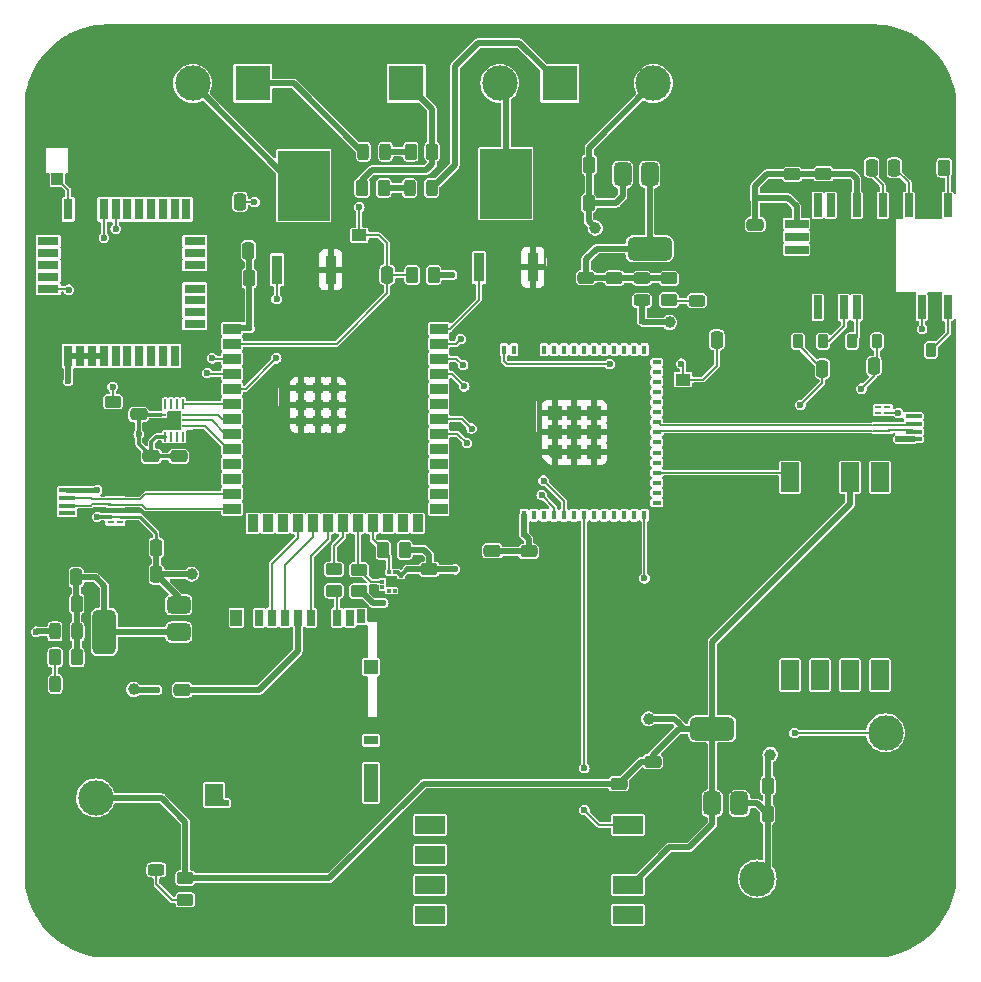
<source format=gbr>
%TF.GenerationSoftware,KiCad,Pcbnew,8.0.3*%
%TF.CreationDate,2025-02-14T19:05:39+05:30*%
%TF.ProjectId,Cyclohexane,4379636c-6f68-4657-9861-6e652e6b6963,rev?*%
%TF.SameCoordinates,Original*%
%TF.FileFunction,Copper,L1,Top*%
%TF.FilePolarity,Positive*%
%FSLAX46Y46*%
G04 Gerber Fmt 4.6, Leading zero omitted, Abs format (unit mm)*
G04 Created by KiCad (PCBNEW 8.0.3) date 2025-02-14 19:05:39*
%MOMM*%
%LPD*%
G01*
G04 APERTURE LIST*
G04 Aperture macros list*
%AMRoundRect*
0 Rectangle with rounded corners*
0 $1 Rounding radius*
0 $2 $3 $4 $5 $6 $7 $8 $9 X,Y pos of 4 corners*
0 Add a 4 corners polygon primitive as box body*
4,1,4,$2,$3,$4,$5,$6,$7,$8,$9,$2,$3,0*
0 Add four circle primitives for the rounded corners*
1,1,$1+$1,$2,$3*
1,1,$1+$1,$4,$5*
1,1,$1+$1,$6,$7*
1,1,$1+$1,$8,$9*
0 Add four rect primitives between the rounded corners*
20,1,$1+$1,$2,$3,$4,$5,0*
20,1,$1+$1,$4,$5,$6,$7,0*
20,1,$1+$1,$6,$7,$8,$9,0*
20,1,$1+$1,$8,$9,$2,$3,0*%
%AMRotRect*
0 Rectangle, with rotation*
0 The origin of the aperture is its center*
0 $1 length*
0 $2 width*
0 $3 Rotation angle, in degrees counterclockwise*
0 Add horizontal line*
21,1,$1,$2,0,0,$3*%
%AMOutline5P*
0 Free polygon, 5 corners , with rotation*
0 The origin of the aperture is its center*
0 number of corners: always 5*
0 $1 to $10 corner X, Y*
0 $11 Rotation angle, in degrees counterclockwise*
0 create outline with 5 corners*
4,1,5,$1,$2,$3,$4,$5,$6,$7,$8,$9,$10,$1,$2,$11*%
%AMOutline6P*
0 Free polygon, 6 corners , with rotation*
0 The origin of the aperture is its center*
0 number of corners: always 6*
0 $1 to $12 corner X, Y*
0 $13 Rotation angle, in degrees counterclockwise*
0 create outline with 6 corners*
4,1,6,$1,$2,$3,$4,$5,$6,$7,$8,$9,$10,$11,$12,$1,$2,$13*%
%AMOutline7P*
0 Free polygon, 7 corners , with rotation*
0 The origin of the aperture is its center*
0 number of corners: always 7*
0 $1 to $14 corner X, Y*
0 $15 Rotation angle, in degrees counterclockwise*
0 create outline with 7 corners*
4,1,7,$1,$2,$3,$4,$5,$6,$7,$8,$9,$10,$11,$12,$13,$14,$1,$2,$15*%
%AMOutline8P*
0 Free polygon, 8 corners , with rotation*
0 The origin of the aperture is its center*
0 number of corners: always 8*
0 $1 to $16 corner X, Y*
0 $17 Rotation angle, in degrees counterclockwise*
0 create outline with 8 corners*
4,1,8,$1,$2,$3,$4,$5,$6,$7,$8,$9,$10,$11,$12,$13,$14,$15,$16,$1,$2,$17*%
G04 Aperture macros list end*
%TA.AperFunction,SMDPad,CuDef*%
%ADD10RoundRect,0.250000X0.262500X0.450000X-0.262500X0.450000X-0.262500X-0.450000X0.262500X-0.450000X0*%
%TD*%
%TA.AperFunction,SMDPad,CuDef*%
%ADD11R,1.400000X0.400000*%
%TD*%
%TA.AperFunction,ComponentPad*%
%ADD12O,1.900000X1.050000*%
%TD*%
%TA.AperFunction,SMDPad,CuDef*%
%ADD13R,1.450000X1.150000*%
%TD*%
%TA.AperFunction,SMDPad,CuDef*%
%ADD14R,1.900000X1.750000*%
%TD*%
%TA.AperFunction,SMDPad,CuDef*%
%ADD15RoundRect,0.250000X-0.450000X0.262500X-0.450000X-0.262500X0.450000X-0.262500X0.450000X0.262500X0*%
%TD*%
%TA.AperFunction,SMDPad,CuDef*%
%ADD16RoundRect,0.250000X-0.475000X0.250000X-0.475000X-0.250000X0.475000X-0.250000X0.475000X0.250000X0*%
%TD*%
%TA.AperFunction,SMDPad,CuDef*%
%ADD17RoundRect,0.375000X0.375000X-0.625000X0.375000X0.625000X-0.375000X0.625000X-0.375000X-0.625000X0*%
%TD*%
%TA.AperFunction,SMDPad,CuDef*%
%ADD18RoundRect,0.500000X1.400000X-0.500000X1.400000X0.500000X-1.400000X0.500000X-1.400000X-0.500000X0*%
%TD*%
%TA.AperFunction,SMDPad,CuDef*%
%ADD19C,1.000000*%
%TD*%
%TA.AperFunction,SMDPad,CuDef*%
%ADD20R,0.700000X1.400000*%
%TD*%
%TA.AperFunction,SMDPad,CuDef*%
%ADD21R,0.700000X1.200000*%
%TD*%
%TA.AperFunction,SMDPad,CuDef*%
%ADD22R,1.200000X0.800000*%
%TD*%
%TA.AperFunction,SMDPad,CuDef*%
%ADD23R,1.500000X1.900000*%
%TD*%
%TA.AperFunction,SMDPad,CuDef*%
%ADD24RotRect,0.200000X0.200000X45.000000*%
%TD*%
%TA.AperFunction,SMDPad,CuDef*%
%ADD25R,0.500000X0.500000*%
%TD*%
%TA.AperFunction,SMDPad,CuDef*%
%ADD26R,1.000000X1.400000*%
%TD*%
%TA.AperFunction,SMDPad,CuDef*%
%ADD27R,1.200000X1.200000*%
%TD*%
%TA.AperFunction,SMDPad,CuDef*%
%ADD28R,1.200000X3.200000*%
%TD*%
%TA.AperFunction,SMDPad,CuDef*%
%ADD29RoundRect,0.243750X-0.456250X0.243750X-0.456250X-0.243750X0.456250X-0.243750X0.456250X0.243750X0*%
%TD*%
%TA.AperFunction,SMDPad,CuDef*%
%ADD30RoundRect,0.250000X0.250000X0.475000X-0.250000X0.475000X-0.250000X-0.475000X0.250000X-0.475000X0*%
%TD*%
%TA.AperFunction,SMDPad,CuDef*%
%ADD31R,2.540000X1.520000*%
%TD*%
%TA.AperFunction,SMDPad,CuDef*%
%ADD32RoundRect,0.250000X0.450000X-0.262500X0.450000X0.262500X-0.450000X0.262500X-0.450000X-0.262500X0*%
%TD*%
%TA.AperFunction,SMDPad,CuDef*%
%ADD33R,0.254000X0.838200*%
%TD*%
%TA.AperFunction,SMDPad,CuDef*%
%ADD34R,0.838200X0.254000*%
%TD*%
%TA.AperFunction,SMDPad,CuDef*%
%ADD35RoundRect,0.250000X-0.250000X-0.475000X0.250000X-0.475000X0.250000X0.475000X-0.250000X0.475000X0*%
%TD*%
%TA.AperFunction,SMDPad,CuDef*%
%ADD36RoundRect,0.243750X0.456250X-0.243750X0.456250X0.243750X-0.456250X0.243750X-0.456250X-0.243750X0*%
%TD*%
%TA.AperFunction,ComponentPad*%
%ADD37C,7.500000*%
%TD*%
%TA.AperFunction,ComponentPad*%
%ADD38R,3.000000X3.000000*%
%TD*%
%TA.AperFunction,ComponentPad*%
%ADD39C,3.000000*%
%TD*%
%TA.AperFunction,SMDPad,CuDef*%
%ADD40R,1.520000X2.540000*%
%TD*%
%TA.AperFunction,SMDPad,CuDef*%
%ADD41R,1.500000X0.900000*%
%TD*%
%TA.AperFunction,SMDPad,CuDef*%
%ADD42R,0.900000X1.500000*%
%TD*%
%TA.AperFunction,SMDPad,CuDef*%
%ADD43R,0.900000X0.900000*%
%TD*%
%TA.AperFunction,SMDPad,CuDef*%
%ADD44RoundRect,0.243750X0.243750X0.456250X-0.243750X0.456250X-0.243750X-0.456250X0.243750X-0.456250X0*%
%TD*%
%TA.AperFunction,SMDPad,CuDef*%
%ADD45RoundRect,0.250000X0.475000X-0.250000X0.475000X0.250000X-0.475000X0.250000X-0.475000X-0.250000X0*%
%TD*%
%TA.AperFunction,SMDPad,CuDef*%
%ADD46RoundRect,0.250000X-0.262500X-0.450000X0.262500X-0.450000X0.262500X0.450000X-0.262500X0.450000X0*%
%TD*%
%TA.AperFunction,SMDPad,CuDef*%
%ADD47R,0.625000X0.250000*%
%TD*%
%TA.AperFunction,SMDPad,CuDef*%
%ADD48R,0.700000X0.450000*%
%TD*%
%TA.AperFunction,SMDPad,CuDef*%
%ADD49R,0.575000X0.450000*%
%TD*%
%TA.AperFunction,SMDPad,CuDef*%
%ADD50R,0.939800X2.489200*%
%TD*%
%TA.AperFunction,SMDPad,CuDef*%
%ADD51R,4.368800X5.918200*%
%TD*%
%TA.AperFunction,SMDPad,CuDef*%
%ADD52R,0.700000X2.000000*%
%TD*%
%TA.AperFunction,SMDPad,CuDef*%
%ADD53R,2.000000X0.700000*%
%TD*%
%TA.AperFunction,SMDPad,CuDef*%
%ADD54R,1.250000X1.000000*%
%TD*%
%TA.AperFunction,SMDPad,CuDef*%
%ADD55RoundRect,0.218750X0.218750X0.381250X-0.218750X0.381250X-0.218750X-0.381250X0.218750X-0.381250X0*%
%TD*%
%TA.AperFunction,SMDPad,CuDef*%
%ADD56R,1.050000X2.200000*%
%TD*%
%TA.AperFunction,SMDPad,CuDef*%
%ADD57R,1.000000X1.050000*%
%TD*%
%TA.AperFunction,SMDPad,CuDef*%
%ADD58R,0.400000X0.800000*%
%TD*%
%TA.AperFunction,SMDPad,CuDef*%
%ADD59R,0.800000X0.400000*%
%TD*%
%TA.AperFunction,SMDPad,CuDef*%
%ADD60Outline5P,-0.600000X0.204000X-0.204000X0.600000X0.600000X0.600000X0.600000X-0.600000X-0.600000X-0.600000X90.000000*%
%TD*%
%TA.AperFunction,SMDPad,CuDef*%
%ADD61R,0.800000X0.800000*%
%TD*%
%TA.AperFunction,SMDPad,CuDef*%
%ADD62RoundRect,0.375000X-0.375000X0.625000X-0.375000X-0.625000X0.375000X-0.625000X0.375000X0.625000X0*%
%TD*%
%TA.AperFunction,SMDPad,CuDef*%
%ADD63RoundRect,0.500000X-1.400000X0.500000X-1.400000X-0.500000X1.400000X-0.500000X1.400000X0.500000X0*%
%TD*%
%TA.AperFunction,SMDPad,CuDef*%
%ADD64RoundRect,0.375000X0.625000X0.375000X-0.625000X0.375000X-0.625000X-0.375000X0.625000X-0.375000X0*%
%TD*%
%TA.AperFunction,SMDPad,CuDef*%
%ADD65RoundRect,0.500000X0.500000X1.400000X-0.500000X1.400000X-0.500000X-1.400000X0.500000X-1.400000X0*%
%TD*%
%TA.AperFunction,SMDPad,CuDef*%
%ADD66RoundRect,0.243750X-0.243750X-0.456250X0.243750X-0.456250X0.243750X0.456250X-0.243750X0.456250X0*%
%TD*%
%TA.AperFunction,SMDPad,CuDef*%
%ADD67R,0.304800X0.330200*%
%TD*%
%TA.AperFunction,SMDPad,CuDef*%
%ADD68R,0.330200X0.304800*%
%TD*%
%TA.AperFunction,SMDPad,CuDef*%
%ADD69R,1.800000X0.800000*%
%TD*%
%TA.AperFunction,SMDPad,CuDef*%
%ADD70R,0.800000X1.800000*%
%TD*%
%TA.AperFunction,SMDPad,CuDef*%
%ADD71RoundRect,0.218750X-0.218750X-0.381250X0.218750X-0.381250X0.218750X0.381250X-0.218750X0.381250X0*%
%TD*%
%TA.AperFunction,ViaPad*%
%ADD72C,0.600000*%
%TD*%
%TA.AperFunction,Conductor*%
%ADD73C,0.500000*%
%TD*%
%TA.AperFunction,Conductor*%
%ADD74C,0.300000*%
%TD*%
%TA.AperFunction,Conductor*%
%ADD75C,0.200000*%
%TD*%
%TA.AperFunction,Conductor*%
%ADD76C,0.250000*%
%TD*%
%TA.AperFunction,Conductor*%
%ADD77C,0.155800*%
%TD*%
%TA.AperFunction,Conductor*%
%ADD78C,0.150000*%
%TD*%
%TA.AperFunction,Conductor*%
%ADD79C,0.400000*%
%TD*%
G04 APERTURE END LIST*
D10*
%TO.P,R6,1*%
%TO.N,Net-(U6-AT1)*%
X182050000Y-49125000D03*
%TO.P,R6,2*%
%TO.N,GND*%
X180225000Y-49125000D03*
%TD*%
D11*
%TO.P,J7,1,VBUS*%
%TO.N,5V_USB2*%
X179450000Y-72125000D03*
%TO.P,J7,2,D-*%
%TO.N,USB2_D-*%
X179450000Y-71475000D03*
%TO.P,J7,3,D+*%
%TO.N,USB2_D+*%
X179450000Y-70825000D03*
%TO.P,J7,4,ID*%
%TO.N,unconnected-(J7-ID-Pad4)*%
X179450000Y-70175000D03*
%TO.P,J7,5,GND*%
%TO.N,GND*%
X179450000Y-69525000D03*
D12*
%TO.P,J7,6,Shield*%
X182100000Y-74400000D03*
D13*
X179870000Y-73145000D03*
D14*
X182100000Y-71950000D03*
X182100000Y-69700000D03*
D13*
X179870000Y-68505000D03*
D12*
X182100000Y-67250000D03*
%TD*%
D15*
%TO.P,R12,1*%
%TO.N,Net-(D7-A)*%
X158725000Y-58512500D03*
%TO.P,R12,2*%
%TO.N,Net-(D6-A)*%
X158725000Y-60337500D03*
%TD*%
D16*
%TO.P,C31,1*%
%TO.N,3.3V_OUT*%
X146850000Y-81625000D03*
%TO.P,C31,2*%
%TO.N,GND*%
X146850000Y-83525000D03*
%TD*%
D17*
%TO.P,U8,1,GND*%
%TO.N,GND*%
X160100000Y-102950000D03*
%TO.P,U8,2,VO*%
%TO.N,5Vout_Cam*%
X162400000Y-102950000D03*
D18*
X162400000Y-96650000D03*
D17*
%TO.P,U8,3,VI*%
%TO.N,7.4Vin_Cam*%
X164700000Y-102950000D03*
%TD*%
D19*
%TO.P,TP2,1,1*%
%TO.N,GND*%
X121070000Y-83520000D03*
%TD*%
D20*
%TO.P,J2,1,DAT2*%
%TO.N,unconnected-(J2-DAT2-Pad1)*%
X124025000Y-87225000D03*
%TO.P,J2,2,DAT3/CD*%
%TO.N,SD_CS*%
X125125000Y-87225000D03*
%TO.P,J2,3,CMD*%
%TO.N,SD_MOSI*%
X126225000Y-87225000D03*
%TO.P,J2,4,VDD*%
%TO.N,3.3V_OUT*%
X127325000Y-87225000D03*
%TO.P,J2,5,CLK*%
%TO.N,SD_CLK*%
X128425000Y-87225000D03*
%TO.P,J2,6,VSS*%
%TO.N,GND*%
X129525000Y-87225000D03*
%TO.P,J2,7,DAT0*%
%TO.N,Net-(J2-DAT0)*%
X130625000Y-87225000D03*
%TO.P,J2,8,DAT1*%
%TO.N,unconnected-(J2-DAT1-Pad8)*%
X131725000Y-87225000D03*
D21*
%TO.P,J2,9,SHIELD*%
%TO.N,unconnected-(J2-SHIELD-Pad9)*%
X132675000Y-87125000D03*
D22*
%TO.P,J2,10*%
%TO.N,N/C*%
X133525000Y-97625000D03*
D23*
%TO.P,J2,11*%
X120225000Y-102225000D03*
D24*
X120975000Y-102675000D03*
D25*
X121225000Y-102925000D03*
D26*
X122125000Y-87225000D03*
D27*
X133525000Y-91425000D03*
D28*
X133525000Y-101225000D03*
%TD*%
D29*
%TO.P,D6,1,K*%
%TO.N,GND*%
X161100000Y-58512500D03*
%TO.P,D6,2,A*%
%TO.N,Net-(D6-A)*%
X161100000Y-60387500D03*
%TD*%
D30*
%TO.P,C24,1*%
%TO.N,3.7Vin*%
X151990000Y-48880000D03*
%TO.P,C24,2*%
%TO.N,GND*%
X150090000Y-48880000D03*
%TD*%
D19*
%TO.P,TP8,1,1*%
%TO.N,3.3V_OUT*%
X113420000Y-93300000D03*
%TD*%
D30*
%TO.P,C5,1*%
%TO.N,Net-(D5-A)*%
X108552500Y-83820000D03*
%TO.P,C5,2*%
%TO.N,GND*%
X106652500Y-83820000D03*
%TD*%
D31*
%TO.P,IC1,1,N/C_1*%
%TO.N,unconnected-(IC1-N{slash}C_1-Pad1)*%
X155280000Y-112410000D03*
%TO.P,IC1,2,VS*%
%TO.N,5Vout_Cam*%
X155280000Y-109870000D03*
%TO.P,IC1,3,GND*%
%TO.N,GND*%
X155280000Y-107330000D03*
%TO.P,IC1,4,VOUT*%
%TO.N,Pitot_1*%
X155280000Y-104790000D03*
%TO.P,IC1,5,N/C_2*%
%TO.N,unconnected-(IC1-N{slash}C_2-Pad5)*%
X138520000Y-104790000D03*
%TO.P,IC1,6,N/C_3*%
%TO.N,unconnected-(IC1-N{slash}C_3-Pad6)*%
X138520000Y-107330000D03*
%TO.P,IC1,7,N/C_4*%
%TO.N,unconnected-(IC1-N{slash}C_4-Pad7)*%
X138520000Y-109870000D03*
%TO.P,IC1,8,N/C_5*%
%TO.N,unconnected-(IC1-N{slash}C_5-Pad8)*%
X138520000Y-112410000D03*
%TD*%
D32*
%TO.P,R9,1*%
%TO.N,GND*%
X111650000Y-70772500D03*
%TO.P,R9,2*%
%TO.N,Net-(U9-PH3)*%
X111650000Y-68947500D03*
%TD*%
D33*
%TO.P,U2,1,AP_SDO/AP_AD0*%
%TO.N,IMU_SDO*%
X117590000Y-69148600D03*
%TO.P,U2,2,AUX1_SDIO*%
%TO.N,unconnected-(U2-AUX1_SDIO-Pad2)*%
X117089999Y-69148600D03*
%TO.P,U2,3,AUX1_SCLK*%
%TO.N,unconnected-(U2-AUX1_SCLK-Pad3)*%
X116589999Y-69148600D03*
%TO.P,U2,4,INT1/INT*%
%TO.N,unconnected-(U2-INT1{slash}INT-Pad4)*%
X116089998Y-69148600D03*
D34*
%TO.P,U2,5,VDDIO*%
%TO.N,3.3V_OUT*%
X115704299Y-70034301D03*
%TO.P,U2,6,GND*%
%TO.N,GND*%
X115704299Y-70534300D03*
%TO.P,U2,7,RESV*%
X115704299Y-71034299D03*
D33*
%TO.P,U2,8,VDD*%
%TO.N,3.3V_OUT*%
X116089998Y-71920000D03*
%TO.P,U2,9,INT2/FSYNC/CLKIN*%
%TO.N,unconnected-(U2-INT2{slash}FSYNC{slash}CLKIN-Pad9)*%
X116589999Y-71920000D03*
%TO.P,U2,10,AUX1_CS*%
%TO.N,unconnected-(U2-AUX1_CS-Pad10)*%
X117089999Y-71920000D03*
%TO.P,U2,11,AUX1_SDO*%
%TO.N,unconnected-(U2-AUX1_SDO-Pad11)*%
X117590000Y-71920000D03*
D34*
%TO.P,U2,12,AP_CS*%
%TO.N,IMU_FSPICS*%
X117975699Y-71034299D03*
%TO.P,U2,13,AP_SCL/AP_SCLK*%
%TO.N,IMU_FSPICLK*%
X117975699Y-70534300D03*
%TO.P,U2,14,AP_SDA/AP_SDIO/AP_SDI*%
%TO.N,IMU_SDI*%
X117975699Y-70034301D03*
%TD*%
D35*
%TO.P,C23,1*%
%TO.N,GND*%
X120525000Y-52025000D03*
%TO.P,C23,2*%
%TO.N,RST*%
X122425000Y-52025000D03*
%TD*%
D36*
%TO.P,D7,1,K*%
%TO.N,3.3V_OUT*%
X156450000Y-60362500D03*
%TO.P,D7,2,A*%
%TO.N,Net-(D7-A)*%
X156450000Y-58487500D03*
%TD*%
D30*
%TO.P,C13,1*%
%TO.N,Net-(U6-ANT_OUT)*%
X177810000Y-49130000D03*
%TO.P,C13,2*%
%TO.N,Net-(U6-RF_IN)*%
X175910000Y-49130000D03*
%TD*%
D37*
%TO.P,H2,1,1*%
%TO.N,GND*%
X177569592Y-42510408D03*
%TD*%
D19*
%TO.P,TP14,1,1*%
%TO.N,3.7Vin*%
X152500000Y-54250000D03*
%TD*%
D38*
%TO.P,J11,1,Pin_1*%
%TO.N,GND*%
X110200000Y-97410000D03*
D39*
%TO.P,J11,2,Pin_2*%
%TO.N,5Vout_Cam*%
X110200000Y-102490000D03*
%TD*%
D19*
%TO.P,TP12,1,1*%
%TO.N,GND*%
X162550000Y-49500000D03*
%TD*%
D40*
%TO.P,IC2,1,N/C_1*%
%TO.N,unconnected-(IC2-N{slash}C_1-Pad1)*%
X176601500Y-75345000D03*
%TO.P,IC2,2,VS*%
%TO.N,5Vout_Cam*%
X174061500Y-75345000D03*
%TO.P,IC2,3,GND*%
%TO.N,GND*%
X171521500Y-75345000D03*
%TO.P,IC2,4,VOUT*%
%TO.N,Pitot_2*%
X168981500Y-75345000D03*
%TO.P,IC2,5,N/C_2*%
%TO.N,unconnected-(IC2-N{slash}C_2-Pad5)*%
X168981500Y-92105000D03*
%TO.P,IC2,6,N/C_3*%
%TO.N,unconnected-(IC2-N{slash}C_3-Pad6)*%
X171521500Y-92105000D03*
%TO.P,IC2,7,N/C_4*%
%TO.N,unconnected-(IC2-N{slash}C_4-Pad7)*%
X174061500Y-92105000D03*
%TO.P,IC2,8,N/C_5*%
%TO.N,unconnected-(IC2-N{slash}C_5-Pad8)*%
X176601500Y-92105000D03*
%TD*%
D30*
%TO.P,C3,1*%
%TO.N,5V_USB*%
X115330000Y-81320000D03*
%TO.P,C3,2*%
%TO.N,GND*%
X113430000Y-81320000D03*
%TD*%
D38*
%TO.P,J8,1,Pin_1*%
%TO.N,GND*%
X177075000Y-102065000D03*
D39*
%TO.P,J8,2,Pin_2*%
%TO.N,Servo_PWM*%
X177075000Y-96985000D03*
%TD*%
D41*
%TO.P,U5,1,GND*%
%TO.N,GND*%
X121750000Y-61490000D03*
%TO.P,U5,2,3V3*%
%TO.N,3.3V_OUT*%
X121750000Y-62760000D03*
%TO.P,U5,3,EN*%
%TO.N,RST*%
X121750000Y-64030000D03*
%TO.P,U5,4,IO4*%
%TO.N,RYLR_TX*%
X121750000Y-65300000D03*
%TO.P,U5,5,IO5*%
%TO.N,RYLR_RX*%
X121750000Y-66570000D03*
%TO.P,U5,6,IO6*%
%TO.N,DRG*%
X121750000Y-67840000D03*
%TO.P,U5,7,IO7*%
%TO.N,IMU_SDO*%
X121750000Y-69110000D03*
%TO.P,U5,8,IO15*%
%TO.N,IMU_SDI*%
X121750000Y-70380000D03*
%TO.P,U5,9,IO16*%
%TO.N,IMU_FSPICLK*%
X121750000Y-71650000D03*
%TO.P,U5,10,IO17*%
%TO.N,IMU_FSPICS*%
X121750000Y-72920000D03*
%TO.P,U5,11,IO18*%
%TO.N,unconnected-(U5-IO18-Pad11)*%
X121750000Y-74190000D03*
%TO.P,U5,12,IO8*%
%TO.N,unconnected-(U5-IO8-Pad12)*%
X121750000Y-75460000D03*
%TO.P,U5,13,IO19*%
%TO.N,USB_D-*%
X121750000Y-76730000D03*
%TO.P,U5,14,IO20*%
%TO.N,USB_D+*%
X121750000Y-78000000D03*
D42*
%TO.P,U5,15,IO3*%
%TO.N,unconnected-(U5-IO3-Pad15)*%
X123515000Y-79250000D03*
%TO.P,U5,16,IO46*%
%TO.N,unconnected-(U5-IO46-Pad16)*%
X124785000Y-79250000D03*
%TO.P,U5,17,IO9*%
%TO.N,unconnected-(U5-IO9-Pad17)*%
X126055000Y-79250000D03*
%TO.P,U5,18,IO10*%
%TO.N,SD_CS*%
X127325000Y-79250000D03*
%TO.P,U5,19,IO11*%
%TO.N,SD_MOSI*%
X128595000Y-79250000D03*
%TO.P,U5,20,IO12*%
%TO.N,SD_CLK*%
X129865000Y-79250000D03*
%TO.P,U5,21,IO13*%
%TO.N,SD_MISO*%
X131135000Y-79250000D03*
%TO.P,U5,22,IO14*%
%TO.N,P_SDA*%
X132405000Y-79250000D03*
%TO.P,U5,23,IO21*%
%TO.N,P_SCL*%
X133675000Y-79250000D03*
%TO.P,U5,24,IO47*%
%TO.N,unconnected-(U5-IO47-Pad24)*%
X134945000Y-79250000D03*
%TO.P,U5,25,IO48*%
%TO.N,unconnected-(U5-IO48-Pad25)*%
X136215000Y-79250000D03*
%TO.P,U5,26,IO45*%
%TO.N,unconnected-(U5-IO45-Pad26)*%
X137485000Y-79250000D03*
D41*
%TO.P,U5,27,IO0*%
%TO.N,unconnected-(U5-IO0-Pad27)*%
X139250000Y-78000000D03*
%TO.P,U5,28,IO35*%
%TO.N,unconnected-(U5-IO35-Pad28)*%
X139250000Y-76730000D03*
%TO.P,U5,29,IO36*%
%TO.N,unconnected-(U5-IO36-Pad29)*%
X139250000Y-75460000D03*
%TO.P,U5,30,IO37*%
%TO.N,unconnected-(U5-IO37-Pad30)*%
X139250000Y-74190000D03*
%TO.P,U5,31,IO38*%
%TO.N,unconnected-(U5-IO38-Pad31)*%
X139250000Y-72920000D03*
%TO.P,U5,32,IO39*%
%TO.N,S3_COMMS_SCL*%
X139250000Y-71650000D03*
%TO.P,U5,33,IO40*%
%TO.N,S3_COMMS_SDA*%
X139250000Y-70380000D03*
%TO.P,U5,34,IO41*%
%TO.N,unconnected-(U5-IO41-Pad34)*%
X139250000Y-69110000D03*
%TO.P,U5,35,IO42*%
%TO.N,unconnected-(U5-IO42-Pad35)*%
X139250000Y-67840000D03*
%TO.P,U5,36,RXD0*%
%TO.N,TX_GPS*%
X139250000Y-66570000D03*
%TO.P,U5,37,TXD0*%
%TO.N,RX_GPS*%
X139250000Y-65300000D03*
%TO.P,U5,38,IO2*%
%TO.N,GPS_STDB*%
X139250000Y-64030000D03*
%TO.P,U5,39,IO1*%
%TO.N,TD*%
X139250000Y-62760000D03*
%TO.P,U5,40,GND*%
%TO.N,GND*%
X139250000Y-61490000D03*
D43*
%TO.P,U5,41,GND*%
X127600000Y-67810000D03*
X127600000Y-69210000D03*
X127600000Y-70610000D03*
X129000000Y-67810000D03*
X129000000Y-69210000D03*
X129000000Y-70610000D03*
X130400000Y-67810000D03*
X130400000Y-69210000D03*
X130400000Y-70610000D03*
%TD*%
D44*
%TO.P,D4,1,K*%
%TO.N,Net-(D4-K)*%
X138650000Y-50875000D03*
%TO.P,D4,2,A*%
%TO.N,Net-(D4-A)*%
X136775000Y-50875000D03*
%TD*%
D45*
%TO.P,C15,1*%
%TO.N,3.3V_OUT*%
X171800000Y-49650000D03*
%TO.P,C15,2*%
%TO.N,GND*%
X171800000Y-47750000D03*
%TD*%
D46*
%TO.P,R8,1*%
%TO.N,Net-(D3-A)*%
X136870000Y-47775000D03*
%TO.P,R8,2*%
%TO.N,Net-(J3-Pin_1)*%
X138695000Y-47775000D03*
%TD*%
D16*
%TO.P,C21,1*%
%TO.N,5Vout_Cam*%
X157350000Y-99425000D03*
%TO.P,C21,2*%
%TO.N,GND*%
X157350000Y-101325000D03*
%TD*%
D10*
%TO.P,R2,1*%
%TO.N,Net-(D5-A)*%
X108600000Y-90600000D03*
%TO.P,R2,2*%
%TO.N,Net-(D1-A)*%
X106775000Y-90600000D03*
%TD*%
D15*
%TO.P,R7,1*%
%TO.N,5Vout_Cam*%
X117800000Y-109287500D03*
%TO.P,R7,2*%
%TO.N,Net-(D2-A)*%
X117800000Y-111112500D03*
%TD*%
D47*
%TO.P,U3,1*%
%TO.N,USB_D-*%
X111485000Y-77170000D03*
%TO.P,U3,2*%
%TO.N,USB_D+*%
X111485000Y-77670000D03*
D48*
%TO.P,U3,3,VSS*%
%TO.N,GND*%
X111522500Y-78170000D03*
D47*
%TO.P,U3,4*%
%TO.N,5V_USB*%
X111485000Y-78670000D03*
%TO.P,U3,5*%
%TO.N,unconnected-(U3-Pad5)*%
X111485000Y-79170000D03*
%TO.P,U3,6,NC*%
%TO.N,unconnected-(U3-NC-Pad6)*%
X112260000Y-79170000D03*
%TO.P,U3,7,NC*%
%TO.N,5V_USB*%
X112260000Y-78670000D03*
D49*
%TO.P,U3,8,VSS*%
%TO.N,GND*%
X112285000Y-78170000D03*
D47*
%TO.P,U3,9,NC*%
%TO.N,USB_D+*%
X112260000Y-77670000D03*
%TO.P,U3,10,NC*%
%TO.N,USB_D-*%
X112260000Y-77170000D03*
%TD*%
D15*
%TO.P,R1,1*%
%TO.N,SD_MISO*%
X130400000Y-83137500D03*
%TO.P,R1,2*%
%TO.N,Net-(J2-DAT0)*%
X130400000Y-84962500D03*
%TD*%
D16*
%TO.P,C32,1*%
%TO.N,3.3V_OUT*%
X143800000Y-81575000D03*
%TO.P,C32,2*%
%TO.N,GND*%
X143800000Y-83475000D03*
%TD*%
%TO.P,C8,1*%
%TO.N,3.3V_OUT*%
X117230000Y-73570000D03*
%TO.P,C8,2*%
%TO.N,GND*%
X117230000Y-75470000D03*
%TD*%
D45*
%TO.P,C22,1*%
%TO.N,5Vout_Cam*%
X154475000Y-101300000D03*
%TO.P,C22,2*%
%TO.N,GND*%
X154475000Y-99400000D03*
%TD*%
D37*
%TO.P,H4,1,1*%
%TO.N,GND*%
X177539592Y-110464592D03*
%TD*%
D16*
%TO.P,C1,1*%
%TO.N,3.3V_OUT*%
X117525000Y-93350000D03*
%TO.P,C1,2*%
%TO.N,GND*%
X117525000Y-95250000D03*
%TD*%
D38*
%TO.P,J6,1,Pin_1*%
%TO.N,GND*%
X162500000Y-42000000D03*
D39*
%TO.P,J6,2,Pin_2*%
%TO.N,3.7Vin*%
X157420000Y-42000000D03*
%TD*%
D46*
%TO.P,R5,1*%
%TO.N,P_SCL*%
X134555000Y-81490000D03*
%TO.P,R5,2*%
%TO.N,3.3V_OUT*%
X136380000Y-81490000D03*
%TD*%
D10*
%TO.P,R3,1*%
%TO.N,3.3V_OUT*%
X138825000Y-58225000D03*
%TO.P,R3,2*%
%TO.N,RST*%
X137000000Y-58225000D03*
%TD*%
D19*
%TO.P,TP16,1,1*%
%TO.N,7.4Vin_Cam*%
X167310000Y-98830000D03*
%TD*%
D50*
%TO.P,U10,1,Gate*%
%TO.N,TD*%
X142650000Y-57581900D03*
%TO.P,U10,2,Source*%
%TO.N,GND*%
X147222000Y-57581900D03*
D51*
%TO.P,U10,3,Drain*%
%TO.N,Net-(J5-Pin_2)*%
X144936000Y-50482600D03*
%TD*%
D19*
%TO.P,TP3,1,1*%
%TO.N,3.3V_OUT*%
X158800000Y-62240000D03*
%TD*%
D45*
%TO.P,C14,1*%
%TO.N,3.3V_OUT*%
X169175000Y-49700000D03*
%TO.P,C14,2*%
%TO.N,GND*%
X169175000Y-47800000D03*
%TD*%
D35*
%TO.P,C20,1*%
%TO.N,7.4Vin_Cam*%
X167125000Y-101450000D03*
%TO.P,C20,2*%
%TO.N,GND*%
X169025000Y-101450000D03*
%TD*%
D30*
%TO.P,C10,1*%
%TO.N,3.3V_OUT*%
X123200000Y-58500000D03*
%TO.P,C10,2*%
%TO.N,GND*%
X121300000Y-58500000D03*
%TD*%
%TO.P,C17,1*%
%TO.N,TX_GPS*%
X171740000Y-66160000D03*
%TO.P,C17,2*%
%TO.N,GND*%
X169840000Y-66160000D03*
%TD*%
D47*
%TO.P,U13,1*%
%TO.N,USB2_D-*%
X177225000Y-71425000D03*
%TO.P,U13,2*%
%TO.N,USB2_D+*%
X177225000Y-70925000D03*
D48*
%TO.P,U13,3,VSS*%
%TO.N,GND*%
X177187500Y-70425000D03*
D47*
%TO.P,U13,4*%
%TO.N,5V_USB2*%
X177225000Y-69925000D03*
%TO.P,U13,5*%
%TO.N,unconnected-(U13-Pad5)*%
X177225000Y-69425000D03*
%TO.P,U13,6,NC*%
%TO.N,unconnected-(U13-NC-Pad6)*%
X176450000Y-69425000D03*
%TO.P,U13,7,NC*%
%TO.N,unconnected-(U13-NC-Pad7)*%
X176450000Y-69925000D03*
D49*
%TO.P,U13,8,VSS*%
%TO.N,GND*%
X176425000Y-70425000D03*
D47*
%TO.P,U13,9,NC*%
%TO.N,USB2_D+*%
X176450000Y-70925000D03*
%TO.P,U13,10,NC*%
%TO.N,USB2_D-*%
X176450000Y-71425000D03*
%TD*%
D52*
%TO.P,U6,1,AT1*%
%TO.N,Net-(U6-AT1)*%
X182340000Y-52321990D03*
%TO.P,U6,2,GND*%
%TO.N,GND*%
X181240030Y-52321990D03*
%TO.P,U6,3,GND*%
X180140000Y-52321990D03*
%TO.P,U6,4,ANT_OUT*%
%TO.N,Net-(U6-ANT_OUT)*%
X179040030Y-52321990D03*
%TO.P,U6,5,GND*%
%TO.N,GND*%
X177940010Y-52321990D03*
%TO.P,U6,6,RF_IN*%
%TO.N,Net-(U6-RF_IN)*%
X176840030Y-52321990D03*
%TO.P,U6,7,GND*%
%TO.N,GND*%
X175740010Y-52321990D03*
%TO.P,U6,8,VCC*%
%TO.N,3.3V_OUT*%
X174640040Y-52321990D03*
%TO.P,U6,9,GND*%
%TO.N,GND*%
X173540010Y-52321990D03*
%TO.P,U6,10,HW_R*%
%TO.N,unconnected-(U6-HW_R-Pad10)*%
X172440040Y-52321990D03*
%TO.P,U6,11,TM*%
%TO.N,unconnected-(U6-TM-Pad11)*%
X171340020Y-52321990D03*
D53*
%TO.P,U6,12,BV*%
%TO.N,3.3V_OUT*%
X169540020Y-53876020D03*
%TO.P,U6,13,E2*%
%TO.N,unconnected-(U6-E2-Pad13)*%
X169540020Y-54975990D03*
%TO.P,U6,14,E3*%
%TO.N,unconnected-(U6-E3-Pad14)*%
X169540020Y-56076010D03*
%TO.P,U6,15,GND*%
%TO.N,GND*%
X169540020Y-57175990D03*
%TO.P,U6,16,GND*%
X169540020Y-58276010D03*
%TO.P,U6,17,GND*%
X169540020Y-59375980D03*
D52*
%TO.P,U6,18,FIX*%
%TO.N,unconnected-(U6-FIX-Pad18)*%
X171340020Y-60958000D03*
%TO.P,U6,19,GND*%
%TO.N,GND*%
X172440040Y-60958000D03*
%TO.P,U6,20,TX*%
%TO.N,Net-(U6-TX)*%
X173540010Y-60958000D03*
%TO.P,U6,21,RX*%
%TO.N,Net-(U6-RX)*%
X174640040Y-60958000D03*
%TO.P,U6,22,GND*%
%TO.N,GND*%
X175740010Y-60958000D03*
%TO.P,U6,23,GND*%
X176840030Y-60958000D03*
%TO.P,U6,24,GND*%
X177940010Y-60958000D03*
%TO.P,U6,25,GND*%
X179040030Y-60958000D03*
%TO.P,U6,26,HW_S*%
%TO.N,GPS_STDB*%
X180140000Y-60958000D03*
%TO.P,U6,27,GND*%
%TO.N,GND*%
X181240030Y-60958000D03*
%TO.P,U6,28,AT2*%
%TO.N,Net-(U6-AT2)*%
X182340000Y-60958000D03*
%TD*%
D54*
%TO.P,SW1,1,1*%
%TO.N,GND*%
X140275000Y-54850000D03*
%TO.P,SW1,2,2*%
%TO.N,RST*%
X132525000Y-54850000D03*
%TD*%
D44*
%TO.P,D1,1,K*%
%TO.N,GND*%
X108650000Y-92825000D03*
%TO.P,D1,2,A*%
%TO.N,Net-(D1-A)*%
X106775000Y-92825000D03*
%TD*%
D55*
%TO.P,L2,1,1*%
%TO.N,Net-(U6-TX)*%
X171780000Y-63840000D03*
%TO.P,L2,2,2*%
%TO.N,TX_GPS*%
X169655000Y-63840000D03*
%TD*%
D56*
%TO.P,J10,1,GND*%
%TO.N,GND*%
X105475000Y-48575000D03*
D57*
%TO.P,J10,2,SIG*%
%TO.N,Antenna*%
X106950000Y-50100000D03*
D56*
%TO.P,J10,3,GND*%
%TO.N,GND*%
X108425000Y-48575000D03*
%TD*%
D45*
%TO.P,C11,1*%
%TO.N,GND*%
X138440000Y-85030000D03*
%TO.P,C11,2*%
%TO.N,3.3V_OUT*%
X138440000Y-83130000D03*
%TD*%
D58*
%TO.P,U15,1,GND*%
%TO.N,GND*%
X144770000Y-78550000D03*
%TO.P,U15,2,GND*%
X145620000Y-78550000D03*
%TO.P,U15,3,3V3*%
%TO.N,3.3V_OUT*%
X146470000Y-78550000D03*
%TO.P,U15,4,IO0*%
%TO.N,unconnected-(U15-IO0-Pad4)*%
X147320000Y-78550000D03*
%TO.P,U15,5,IO1*%
%TO.N,unconnected-(U15-IO1-Pad5)*%
X148170000Y-78550000D03*
%TO.P,U15,6,IO2*%
%TO.N,S3_COMMS_SCL*%
X149020000Y-78550000D03*
%TO.P,U15,7,IO3*%
%TO.N,S3_COMMS_SDA*%
X149870000Y-78550000D03*
%TO.P,U15,8,IO4*%
%TO.N,unconnected-(U15-IO4-Pad8)*%
X150720000Y-78550000D03*
%TO.P,U15,9,IO5*%
%TO.N,Pitot_1*%
X151570000Y-78550000D03*
%TO.P,U15,10,IO6*%
%TO.N,unconnected-(U15-IO6-Pad10)*%
X152420000Y-78550000D03*
%TO.P,U15,11,IO7*%
%TO.N,unconnected-(U15-IO7-Pad11)*%
X153270000Y-78550000D03*
%TO.P,U15,12,IO8*%
%TO.N,unconnected-(U15-IO8-Pad12)*%
X154120000Y-78550000D03*
%TO.P,U15,13,IO9*%
%TO.N,unconnected-(U15-IO9-Pad13)*%
X154970000Y-78550000D03*
%TO.P,U15,14,IO10*%
%TO.N,unconnected-(U15-IO10-Pad14)*%
X155820000Y-78550000D03*
%TO.P,U15,15,IO11*%
%TO.N,Servo_PWM*%
X156670000Y-78550000D03*
D59*
%TO.P,U15,16,IO12*%
%TO.N,unconnected-(U15-IO12-Pad16)*%
X157720000Y-77500000D03*
%TO.P,U15,17,IO13*%
%TO.N,unconnected-(U15-IO13-Pad17)*%
X157720000Y-76650000D03*
%TO.P,U15,18,IO14*%
%TO.N,unconnected-(U15-IO14-Pad18)*%
X157720000Y-75800000D03*
%TO.P,U15,19,IO15*%
%TO.N,Pitot_2*%
X157720000Y-74950000D03*
%TO.P,U15,20,IO16*%
%TO.N,unconnected-(U15-IO16-Pad20)*%
X157720000Y-74100000D03*
%TO.P,U15,21,IO17*%
%TO.N,unconnected-(U15-IO17-Pad21)*%
X157720000Y-73250000D03*
%TO.P,U15,22,IO18*%
%TO.N,unconnected-(U15-IO18-Pad22)*%
X157720000Y-72400000D03*
%TO.P,U15,23,IO19*%
%TO.N,USB2_D-*%
X157720000Y-71550000D03*
%TO.P,U15,24,IO20*%
%TO.N,USB2_D+*%
X157720000Y-70700000D03*
%TO.P,U15,25,IO21*%
%TO.N,unconnected-(U15-IO21-Pad25)*%
X157720000Y-69850000D03*
%TO.P,U15,26,IO26*%
%TO.N,unconnected-(U15-IO26-Pad26)*%
X157720000Y-69000000D03*
%TO.P,U15,27,IO47*%
%TO.N,unconnected-(U15-IO47-Pad27)*%
X157720000Y-68150000D03*
%TO.P,U15,28,IO33*%
%TO.N,unconnected-(U15-IO33-Pad28)*%
X157720000Y-67300000D03*
%TO.P,U15,29,IO34*%
%TO.N,unconnected-(U15-IO34-Pad29)*%
X157720000Y-66450000D03*
%TO.P,U15,30,IO48*%
%TO.N,unconnected-(U15-IO48-Pad30)*%
X157720000Y-65600000D03*
D58*
%TO.P,U15,31,IO35*%
%TO.N,unconnected-(U15-IO35-Pad31)*%
X156670000Y-64550000D03*
%TO.P,U15,32,IO36*%
%TO.N,unconnected-(U15-IO36-Pad32)*%
X155820000Y-64550000D03*
%TO.P,U15,33,IO37*%
%TO.N,unconnected-(U15-IO37-Pad33)*%
X154970000Y-64550000D03*
%TO.P,U15,34,IO38*%
%TO.N,unconnected-(U15-IO38-Pad34)*%
X154120000Y-64550000D03*
%TO.P,U15,35,IO39*%
%TO.N,unconnected-(U15-IO39-Pad35)*%
X153270000Y-64550000D03*
%TO.P,U15,36,IO40*%
%TO.N,unconnected-(U15-IO40-Pad36)*%
X152420000Y-64550000D03*
%TO.P,U15,37,IO41*%
%TO.N,unconnected-(U15-IO41-Pad37)*%
X151570000Y-64550000D03*
%TO.P,U15,38,IO42*%
%TO.N,unconnected-(U15-IO42-Pad38)*%
X150720000Y-64550000D03*
%TO.P,U15,39,TXD0*%
%TO.N,unconnected-(U15-TXD0-Pad39)*%
X149870000Y-64550000D03*
%TO.P,U15,40,RXD0*%
%TO.N,unconnected-(U15-RXD0-Pad40)*%
X149020000Y-64550000D03*
%TO.P,U15,41,IO45*%
%TO.N,unconnected-(U15-IO45-Pad41)*%
X148170000Y-64550000D03*
%TO.P,U15,42,GND*%
%TO.N,GND*%
X147320000Y-64550000D03*
%TO.P,U15,43,GND*%
X146470000Y-64550000D03*
%TO.P,U15,44,IO46*%
%TO.N,unconnected-(U15-IO46-Pad44)*%
X145620000Y-64550000D03*
%TO.P,U15,45,EN*%
%TO.N,RST_1*%
X144770000Y-64550000D03*
D59*
%TO.P,U15,46,GND*%
%TO.N,GND*%
X143720000Y-65600000D03*
%TO.P,U15,47,GND*%
X143720000Y-66450000D03*
%TO.P,U15,48,GND*%
X143720000Y-67300000D03*
%TO.P,U15,49,GND*%
X143720000Y-68150000D03*
%TO.P,U15,50,GND*%
X143720000Y-69000000D03*
%TO.P,U15,51,GND*%
X143720000Y-69850000D03*
%TO.P,U15,52,GND*%
X143720000Y-70700000D03*
%TO.P,U15,53,GND*%
X143720000Y-71550000D03*
%TO.P,U15,54,GND*%
X143720000Y-72400000D03*
%TO.P,U15,55,GND*%
X143720000Y-73250000D03*
%TO.P,U15,56,GND*%
X143720000Y-74100000D03*
%TO.P,U15,57,GND*%
X143720000Y-74950000D03*
%TO.P,U15,58,GND*%
X143720000Y-75800000D03*
%TO.P,U15,59,GND*%
X143720000Y-76650000D03*
%TO.P,U15,60,GND*%
X143720000Y-77500000D03*
D60*
%TO.P,U15,61,GND*%
X149070000Y-73200000D03*
D27*
X150720000Y-73200000D03*
X152370000Y-73200000D03*
X149070000Y-71550000D03*
X150720000Y-71550000D03*
X152370000Y-71550000D03*
X149070000Y-69900000D03*
X150720000Y-69900000D03*
X152370000Y-69900000D03*
D61*
%TO.P,U15,62,GND*%
X143720000Y-78550000D03*
%TO.P,U15,63,GND*%
X157720000Y-78550000D03*
%TO.P,U15,64,GND*%
X157720000Y-64550000D03*
%TO.P,U15,65,GND*%
X143720000Y-64550000D03*
%TD*%
D62*
%TO.P,U12,1,GND*%
%TO.N,GND*%
X159417500Y-49685000D03*
%TO.P,U12,2,VO*%
%TO.N,Net-(D7-A)*%
X157117500Y-49685000D03*
D63*
X157117500Y-55985000D03*
D62*
%TO.P,U12,3,VI*%
%TO.N,3.7Vin*%
X154817500Y-49685000D03*
%TD*%
D19*
%TO.P,TP1,1,1*%
%TO.N,5V_USB*%
X118320000Y-83550000D03*
%TD*%
D30*
%TO.P,C9,1*%
%TO.N,3.3V_OUT*%
X123125000Y-56150000D03*
%TO.P,C9,2*%
%TO.N,GND*%
X121225000Y-56150000D03*
%TD*%
D11*
%TO.P,J1,1,VBUS*%
%TO.N,5V_USB*%
X107780000Y-76450000D03*
%TO.P,J1,2,D-*%
%TO.N,USB_D-*%
X107780000Y-77100000D03*
%TO.P,J1,3,D+*%
%TO.N,USB_D+*%
X107780000Y-77750000D03*
%TO.P,J1,4,ID*%
%TO.N,unconnected-(J1-ID-Pad4)*%
X107780000Y-78400000D03*
%TO.P,J1,5,GND*%
%TO.N,GND*%
X107780000Y-79050000D03*
D12*
%TO.P,J1,6,Shield*%
X105130000Y-74175000D03*
D13*
X107360000Y-75430000D03*
D14*
X105130000Y-76625000D03*
X105130000Y-78875000D03*
D13*
X107360000Y-80070000D03*
D12*
X105130000Y-81325000D03*
%TD*%
D50*
%TO.P,U7,1,Gate*%
%TO.N,DRG*%
X125539000Y-57756900D03*
%TO.P,U7,2,Source*%
%TO.N,GND*%
X130111000Y-57756900D03*
D51*
%TO.P,U7,3,Drain*%
%TO.N,Net-(J4-Pin_2)*%
X127825000Y-50657600D03*
%TD*%
D30*
%TO.P,C4,1*%
%TO.N,Net-(D5-A)*%
X108602500Y-86070000D03*
%TO.P,C4,2*%
%TO.N,GND*%
X106702500Y-86070000D03*
%TD*%
D64*
%TO.P,U1,1,GND*%
%TO.N,GND*%
X117240000Y-90752500D03*
%TO.P,U1,2,VO*%
%TO.N,Net-(D5-A)*%
X117240000Y-88452500D03*
D65*
X110940000Y-88452500D03*
D64*
%TO.P,U1,3,VI*%
%TO.N,5V_USB*%
X117240000Y-86152500D03*
%TD*%
D54*
%TO.P,SW2,1,1*%
%TO.N,GND*%
X167675000Y-67075000D03*
%TO.P,SW2,2,2*%
%TO.N,RST_1*%
X159925000Y-67075000D03*
%TD*%
D35*
%TO.P,C12,1*%
%TO.N,GND*%
X132975000Y-58200000D03*
%TO.P,C12,2*%
%TO.N,RST*%
X134875000Y-58200000D03*
%TD*%
D37*
%TO.P,H1,1,1*%
%TO.N,GND*%
X109690408Y-42510408D03*
%TD*%
D66*
%TO.P,D5,1,K*%
%TO.N,3.3V_OUT*%
X106750000Y-88400000D03*
%TO.P,D5,2,A*%
%TO.N,Net-(D5-A)*%
X108625000Y-88400000D03*
%TD*%
%TO.P,D3,1,K*%
%TO.N,Net-(D3-K)*%
X132862500Y-47775000D03*
%TO.P,D3,2,A*%
%TO.N,Net-(D3-A)*%
X134737500Y-47775000D03*
%TD*%
D16*
%TO.P,C16,1*%
%TO.N,3.3V_OUT*%
X166050000Y-53950000D03*
%TO.P,C16,2*%
%TO.N,GND*%
X166050000Y-55850000D03*
%TD*%
D67*
%TO.P,U4,1,Vdd_IO*%
%TO.N,3.3V_OUT*%
X135520126Y-83385200D03*
%TO.P,U4,2,SCL*%
%TO.N,P_SCL*%
X135020000Y-83385200D03*
D68*
%TO.P,U4,3,GND*%
%TO.N,GND*%
X134482663Y-83672474D03*
%TO.P,U4,4,SDA*%
%TO.N,P_SDA*%
X134482663Y-84172600D03*
%TO.P,U4,5,SA0*%
%TO.N,unconnected-(U4-SA0-Pad5)*%
X134482663Y-84672726D03*
D67*
%TO.P,U4,6,~{CS}*%
%TO.N,unconnected-(U4-~{CS}-Pad6)*%
X135020000Y-84960000D03*
%TO.P,U4,7,INT_DRDY*%
%TO.N,unconnected-(U4-INT_DRDY-Pad7)*%
X135520126Y-84960000D03*
D68*
%TO.P,U4,8,GND*%
%TO.N,GND*%
X136057463Y-84672726D03*
%TO.P,U4,9,GND*%
X136057463Y-84172600D03*
%TO.P,U4,10,VDD*%
%TO.N,3.3V_OUT*%
X136057463Y-83672474D03*
%TD*%
D16*
%TO.P,C30,1*%
%TO.N,Net-(D7-A)*%
X154115000Y-58480000D03*
%TO.P,C30,2*%
%TO.N,GND*%
X154115000Y-60380000D03*
%TD*%
D29*
%TO.P,D2,1,K*%
%TO.N,GND*%
X115350000Y-106712500D03*
%TO.P,D2,2,A*%
%TO.N,Net-(D2-A)*%
X115350000Y-108587500D03*
%TD*%
D37*
%TO.P,H3,1,1*%
%TO.N,GND*%
X109690408Y-110489592D03*
%TD*%
D16*
%TO.P,C28,1*%
%TO.N,Net-(D7-A)*%
X151720000Y-58447500D03*
%TO.P,C28,2*%
%TO.N,GND*%
X151720000Y-60347500D03*
%TD*%
D30*
%TO.P,C25,1*%
%TO.N,GND*%
X164700000Y-63700000D03*
%TO.P,C25,2*%
%TO.N,RST_1*%
X162800000Y-63700000D03*
%TD*%
D19*
%TO.P,TP18,1,1*%
%TO.N,5Vout_Cam*%
X157010000Y-95800000D03*
%TD*%
D30*
%TO.P,C26,1*%
%TO.N,3.7Vin*%
X151930000Y-52130000D03*
%TO.P,C26,2*%
%TO.N,GND*%
X150030000Y-52130000D03*
%TD*%
D35*
%TO.P,C18,1*%
%TO.N,GND*%
X174200000Y-65920000D03*
%TO.P,C18,2*%
%TO.N,RX_GPS*%
X176100000Y-65920000D03*
%TD*%
D16*
%TO.P,C6,1*%
%TO.N,3.3V_OUT*%
X114920000Y-73560000D03*
%TO.P,C6,2*%
%TO.N,GND*%
X114920000Y-75460000D03*
%TD*%
D69*
%TO.P,U9,1,GND*%
%TO.N,GND*%
X106190000Y-54370000D03*
%TO.P,U9,2,PA6*%
%TO.N,unconnected-(U9-PA6-Pad2)*%
X106190000Y-55370000D03*
%TO.P,U9,3,PA7*%
%TO.N,unconnected-(U9-PA7-Pad3)*%
X106190000Y-56370000D03*
%TO.P,U9,4,PA8*%
%TO.N,unconnected-(U9-PA8-Pad4)*%
X106190000Y-57370000D03*
%TO.P,U9,5,PA9*%
%TO.N,unconnected-(U9-PA9-Pad5)*%
X106190000Y-58370000D03*
%TO.P,U9,6,PH3*%
%TO.N,Net-(U9-PH3)*%
X106190000Y-59370000D03*
%TO.P,U9,7,GND*%
%TO.N,GND*%
X106190000Y-60370000D03*
%TO.P,U9,8,GND*%
X106190000Y-61370000D03*
%TO.P,U9,9,GND*%
X106190000Y-62370000D03*
%TO.P,U9,10,GND*%
X106190000Y-63370000D03*
D70*
%TO.P,U9,11,GND*%
X106890000Y-65070000D03*
%TO.P,U9,12,VBAT*%
%TO.N,3.3V_OUT*%
X107890000Y-65070000D03*
%TO.P,U9,13,VDD*%
X108890000Y-65070000D03*
%TO.P,U9,14,VDD*%
X109890000Y-65070000D03*
%TO.P,U9,15,VDD*%
X110890000Y-65070000D03*
%TO.P,U9,16,PB0*%
%TO.N,unconnected-(U9-PB0-Pad16)*%
X111890000Y-65070000D03*
%TO.P,U9,17,PB2*%
%TO.N,unconnected-(U9-PB2-Pad17)*%
X112890000Y-65070000D03*
%TO.P,U9,18,PB12*%
%TO.N,unconnected-(U9-PB12-Pad18)*%
X113890000Y-65070000D03*
%TO.P,U9,19,PA10*%
%TO.N,unconnected-(U9-PA10-Pad19)*%
X114890000Y-65070000D03*
%TO.P,U9,20,PA11*%
%TO.N,unconnected-(U9-PA11-Pad20)*%
X115890000Y-65070000D03*
%TO.P,U9,21,PA12*%
%TO.N,unconnected-(U9-PA12-Pad21)*%
X116890000Y-65070000D03*
%TO.P,U9,22,GND*%
%TO.N,GND*%
X117890000Y-65070000D03*
D69*
%TO.P,U9,23,GND*%
X118590000Y-63370000D03*
%TO.P,U9,24,PA13/JTMS-SWDIO*%
%TO.N,unconnected-(U9-PA13{slash}JTMS-SWDIO-Pad24)*%
X118590000Y-62370000D03*
%TO.P,U9,25,PC13*%
%TO.N,unconnected-(U9-PC13-Pad25)*%
X118590000Y-61370000D03*
%TO.P,U9,26,NRST*%
%TO.N,unconnected-(U9-NRST-Pad26)*%
X118590000Y-60370000D03*
%TO.P,U9,27,PA14/JTCK-SWCLK*%
%TO.N,unconnected-(U9-PA14{slash}JTCK-SWCLK-Pad27)*%
X118590000Y-59370000D03*
%TO.P,U9,28,GND*%
%TO.N,GND*%
X118590000Y-58370000D03*
%TO.P,U9,29,PA15*%
%TO.N,unconnected-(U9-PA15-Pad29)*%
X118590000Y-57370000D03*
%TO.P,U9,30,PB4*%
%TO.N,unconnected-(U9-PB4-Pad30)*%
X118590000Y-56370000D03*
%TO.P,U9,31,PB3*%
%TO.N,unconnected-(U9-PB3-Pad31)*%
X118590000Y-55370000D03*
%TO.P,U9,32,GND*%
%TO.N,GND*%
X118590000Y-54370000D03*
D70*
%TO.P,U9,33,PB5*%
%TO.N,unconnected-(U9-PB5-Pad33)*%
X117890000Y-52670000D03*
%TO.P,U9,34,PB6*%
%TO.N,unconnected-(U9-PB6-Pad34)*%
X116890000Y-52670000D03*
%TO.P,U9,35,PB7*%
%TO.N,unconnected-(U9-PB7-Pad35)*%
X115890000Y-52670000D03*
%TO.P,U9,36,PB8*%
%TO.N,unconnected-(U9-PB8-Pad36)*%
X114890000Y-52670000D03*
%TO.P,U9,37,PA0*%
%TO.N,unconnected-(U9-PA0-Pad37)*%
X113890000Y-52670000D03*
%TO.P,U9,38,PA1*%
%TO.N,unconnected-(U9-PA1-Pad38)*%
X112890000Y-52670000D03*
%TO.P,U9,39,PA2/TXD*%
%TO.N,RYLR_TX*%
X111890000Y-52670000D03*
%TO.P,U9,40,PA3/RXD*%
%TO.N,RYLR_RX*%
X110890000Y-52670000D03*
%TO.P,U9,41,GND*%
%TO.N,GND*%
X109890000Y-52670000D03*
%TO.P,U9,42,GND*%
X108890000Y-52670000D03*
%TO.P,U9,43,RF*%
%TO.N,Antenna*%
X107890000Y-52670000D03*
%TO.P,U9,44,GND*%
%TO.N,GND*%
X106890000Y-52670000D03*
%TD*%
D30*
%TO.P,C2,1*%
%TO.N,5V_USB*%
X115330000Y-83570000D03*
%TO.P,C2,2*%
%TO.N,GND*%
X113430000Y-83570000D03*
%TD*%
D38*
%TO.P,J4,1,Pin_1*%
%TO.N,Net-(D3-K)*%
X123500000Y-42000000D03*
D39*
%TO.P,J4,2,Pin_2*%
%TO.N,Net-(J4-Pin_2)*%
X118420000Y-42000000D03*
%TD*%
D38*
%TO.P,J3,1,Pin_1*%
%TO.N,Net-(J3-Pin_1)*%
X136500000Y-42000000D03*
D39*
%TO.P,J3,2,Pin_2*%
%TO.N,GND*%
X131420000Y-42000000D03*
%TD*%
D55*
%TO.P,L1,1,1*%
%TO.N,Net-(U6-AT2)*%
X180930000Y-64570000D03*
%TO.P,L1,2,2*%
%TO.N,GND*%
X178805000Y-64570000D03*
%TD*%
D19*
%TO.P,TP17,1,1*%
%TO.N,GND*%
X167375000Y-95100000D03*
%TD*%
D10*
%TO.P,R10,1*%
%TO.N,Net-(D4-A)*%
X134587500Y-50850000D03*
%TO.P,R10,2*%
%TO.N,Net-(J3-Pin_1)*%
X132762500Y-50850000D03*
%TD*%
D38*
%TO.P,J9,1,Pin_1*%
%TO.N,GND*%
X161135000Y-109350000D03*
D39*
%TO.P,J9,2,Pin_2*%
%TO.N,7.4Vin_Cam*%
X166215000Y-109350000D03*
%TD*%
D35*
%TO.P,C19,1*%
%TO.N,7.4Vin_Cam*%
X167100000Y-103850000D03*
%TO.P,C19,2*%
%TO.N,GND*%
X169000000Y-103850000D03*
%TD*%
D38*
%TO.P,J5,1,Pin_1*%
%TO.N,Net-(D4-K)*%
X149500000Y-42000000D03*
D39*
%TO.P,J5,2,Pin_2*%
%TO.N,Net-(J5-Pin_2)*%
X144420000Y-42000000D03*
%TD*%
D16*
%TO.P,C7,1*%
%TO.N,GND*%
X113840000Y-68125000D03*
%TO.P,C7,2*%
%TO.N,3.3V_OUT*%
X113840000Y-70025000D03*
%TD*%
D71*
%TO.P,L3,1,1*%
%TO.N,Net-(U6-RX)*%
X174247500Y-63830000D03*
%TO.P,L3,2,2*%
%TO.N,RX_GPS*%
X176372500Y-63830000D03*
%TD*%
D32*
%TO.P,R4,1*%
%TO.N,3.3V_OUT*%
X132490000Y-84992500D03*
%TO.P,R4,2*%
%TO.N,P_SDA*%
X132490000Y-83167500D03*
%TD*%
D72*
%TO.N,3.3V_OUT*%
X140375000Y-58225000D03*
X156450000Y-62075000D03*
X140620000Y-83140000D03*
X107875000Y-67200000D03*
X166050000Y-51700000D03*
X123225000Y-62725000D03*
X113850000Y-71700000D03*
X134550000Y-86000000D03*
X115400000Y-93350000D03*
X105175000Y-88425000D03*
X123175000Y-93350000D03*
X146475000Y-80175000D03*
%TO.N,GND*%
X134900000Y-111525000D03*
X160400000Y-82425000D03*
X105930000Y-53080000D03*
X110950000Y-61950000D03*
X105930000Y-64760000D03*
X143650000Y-86150000D03*
X118900000Y-64760000D03*
X109925000Y-50325000D03*
X114700000Y-71225000D03*
X118900000Y-53080000D03*
X114275000Y-45875000D03*
X140775000Y-59775000D03*
X114800000Y-56000000D03*
X138400000Y-96475000D03*
X169400000Y-44200000D03*
%TO.N,5V_USB*%
X110325000Y-78700000D03*
X110325000Y-76450000D03*
%TO.N,TX_GPS*%
X169870000Y-69220000D03*
X141410000Y-67650000D03*
%TO.N,RX_GPS*%
X141310000Y-65860000D03*
X175040000Y-67850000D03*
%TO.N,GPS_STDB*%
X180180000Y-62800000D03*
X141100000Y-63650000D03*
%TO.N,DRG*%
X125520000Y-60260000D03*
X125490000Y-65270000D03*
%TO.N,RYLR_TX*%
X120050000Y-65275000D03*
X111895000Y-54315000D03*
%TO.N,RYLR_RX*%
X110895000Y-55065000D03*
X119650000Y-66525000D03*
%TO.N,Net-(U9-PH3)*%
X111630000Y-67695000D03*
X107920000Y-59465000D03*
%TO.N,5V_USB2*%
X178175000Y-72125000D03*
X178175000Y-69925000D03*
%TO.N,Servo_PWM*%
X169375000Y-97000000D03*
X156670000Y-83900000D03*
%TO.N,Pitot_1*%
X151575000Y-103525000D03*
X151575000Y-99975000D03*
%TO.N,RST*%
X132525000Y-52475000D03*
X123650000Y-52050000D03*
%TO.N,RST_1*%
X153725000Y-65775000D03*
X159775000Y-65725000D03*
%TO.N,S3_COMMS_SDA*%
X148120000Y-75630000D03*
X142040000Y-71220000D03*
%TO.N,S3_COMMS_SCL*%
X141640000Y-72460000D03*
X147960000Y-76850000D03*
%TD*%
D73*
%TO.N,3.3V_OUT*%
X123200000Y-62700000D02*
X123200000Y-58500000D01*
D74*
X135770189Y-83385200D02*
X136057463Y-83672474D01*
X116089998Y-71920000D02*
X115350000Y-71920000D01*
X115704299Y-70034301D02*
X113849301Y-70034301D01*
D73*
X113470000Y-93350000D02*
X113420000Y-93300000D01*
D75*
X140620000Y-83140000D02*
X140610000Y-83130000D01*
D73*
X166050000Y-51700000D02*
X166050000Y-53950000D01*
X133675000Y-86000000D02*
X132667500Y-84992500D01*
X174240000Y-49680000D02*
X169840000Y-49680000D01*
D74*
X113840000Y-70025000D02*
X113840000Y-71690000D01*
D73*
X167040000Y-49670000D02*
X167260000Y-49670000D01*
D75*
X166050000Y-51700000D02*
X166020000Y-51730000D01*
D74*
X136599937Y-83130000D02*
X136057463Y-83672474D01*
D73*
X166050000Y-51700000D02*
X168825000Y-51700000D01*
X146850000Y-81625000D02*
X146850000Y-80550000D01*
X140610000Y-83130000D02*
X138440000Y-83130000D01*
X174640040Y-50080040D02*
X174240000Y-49680000D01*
X146850000Y-80550000D02*
X146475000Y-80175000D01*
D75*
X113840000Y-71690000D02*
X113850000Y-71700000D01*
D73*
X138440000Y-83130000D02*
X136599937Y-83130000D01*
X124025000Y-93350000D02*
X127325000Y-90050000D01*
X132667500Y-84992500D02*
X132490000Y-84992500D01*
X123200000Y-58500000D02*
X123200000Y-56225000D01*
X107890000Y-65070000D02*
X110890000Y-65070000D01*
X127325000Y-90050000D02*
X127325000Y-87225000D01*
D75*
X123225000Y-62725000D02*
X123200000Y-62700000D01*
D73*
X138440000Y-81915000D02*
X138015000Y-81490000D01*
D74*
X115350000Y-71920000D02*
X114920000Y-72350000D01*
X114920000Y-72350000D02*
X114920000Y-73560000D01*
D73*
X107890000Y-67185000D02*
X107890000Y-65070000D01*
X146850000Y-81625000D02*
X143850000Y-81625000D01*
X167040000Y-49670000D02*
X166040000Y-50670000D01*
D75*
X146470000Y-80170000D02*
X146475000Y-80175000D01*
D73*
X124025000Y-93350000D02*
X123175000Y-93350000D01*
X156615000Y-62240000D02*
X156450000Y-62075000D01*
X115400000Y-93350000D02*
X113470000Y-93350000D01*
X168825000Y-51700000D02*
X169540020Y-52415020D01*
X146470000Y-78550000D02*
X146470000Y-80170000D01*
X169540020Y-52415020D02*
X169540020Y-53876020D01*
X138440000Y-83130000D02*
X138440000Y-81915000D01*
D74*
X114920000Y-73560000D02*
X117220000Y-73560000D01*
D73*
X167260000Y-49670000D02*
X167270000Y-49680000D01*
D74*
X113850000Y-71700000D02*
X113850000Y-72490000D01*
D75*
X166040000Y-51710000D02*
X166050000Y-51700000D01*
D73*
X117525000Y-93350000D02*
X123175000Y-93350000D01*
D75*
X113849301Y-70034301D02*
X113840000Y-70025000D01*
D73*
X105200000Y-88400000D02*
X105175000Y-88425000D01*
X106750000Y-88400000D02*
X105200000Y-88400000D01*
X140375000Y-58225000D02*
X138825000Y-58225000D01*
X156450000Y-60362500D02*
X156450000Y-62075000D01*
X158800000Y-62240000D02*
X156615000Y-62240000D01*
X117220000Y-73560000D02*
X117230000Y-73570000D01*
X166040000Y-50670000D02*
X166040000Y-51620000D01*
X167270000Y-49680000D02*
X169840000Y-49680000D01*
D74*
X135520126Y-83385200D02*
X135770189Y-83385200D01*
X113850000Y-72490000D02*
X114920000Y-73560000D01*
D73*
X138015000Y-81490000D02*
X136380000Y-81490000D01*
X134550000Y-86000000D02*
X133675000Y-86000000D01*
D75*
X107875000Y-67200000D02*
X107890000Y-67185000D01*
D73*
X174640040Y-52321990D02*
X174640040Y-50080040D01*
X123225000Y-62725000D02*
X121785000Y-62725000D01*
D75*
%TO.N,GND*%
X105930000Y-53080000D02*
X105930000Y-54110000D01*
X109890000Y-50360000D02*
X109925000Y-50325000D01*
X118900000Y-53080000D02*
X118900000Y-54060000D01*
X118900000Y-64760000D02*
X118900000Y-63680000D01*
X108890000Y-52670000D02*
X109890000Y-52670000D01*
X118900000Y-64760000D02*
X118200000Y-64760000D01*
X109925000Y-50075000D02*
X108425000Y-48575000D01*
X139875000Y-59775000D02*
X140775000Y-59775000D01*
X105930000Y-64760000D02*
X106580000Y-64760000D01*
X139250000Y-61490000D02*
X139250000Y-60400000D01*
X105930000Y-53080000D02*
X106480000Y-53080000D01*
X105930000Y-64760000D02*
X105930000Y-63630000D01*
X106190000Y-60370000D02*
X106190000Y-63370000D01*
X109890000Y-52670000D02*
X109890000Y-50360000D01*
X105930000Y-53080000D02*
X105475000Y-52625000D01*
X105475000Y-52625000D02*
X105475000Y-48575000D01*
X109925000Y-50325000D02*
X109925000Y-50075000D01*
X139250000Y-60400000D02*
X139875000Y-59775000D01*
D73*
%TO.N,5V_USB*%
X115330000Y-83570000D02*
X118300000Y-83570000D01*
D76*
X115330000Y-80060000D02*
X115330000Y-81320000D01*
D77*
X117240000Y-85480000D02*
X117240000Y-86152500D01*
D74*
X110330000Y-78695000D02*
X111485000Y-78695000D01*
D76*
X113940000Y-78670000D02*
X115330000Y-80060000D01*
D78*
X111485000Y-78670000D02*
X112260000Y-78670000D01*
D75*
X110325000Y-78700000D02*
X110330000Y-78695000D01*
D79*
X110325000Y-76450000D02*
X107780000Y-76450000D01*
D73*
X115330000Y-81320000D02*
X115330000Y-83570000D01*
D76*
X112260000Y-78670000D02*
X113940000Y-78670000D01*
D73*
X115330000Y-83570000D02*
X117240000Y-85480000D01*
D75*
%TO.N,Net-(U6-RF_IN)*%
X175910000Y-49690000D02*
X175910000Y-49130000D01*
X176840030Y-50620030D02*
X175910000Y-49690000D01*
X176840030Y-52321990D02*
X176840030Y-50620030D01*
%TO.N,Net-(U6-ANT_OUT)*%
X179040030Y-50360030D02*
X179040030Y-52321990D01*
X177810000Y-49130000D02*
X179040030Y-50360030D01*
%TO.N,TX_GPS*%
X169870000Y-69220000D02*
X171740000Y-67350000D01*
X171740000Y-66160000D02*
X169655000Y-64075000D01*
X139250000Y-66570000D02*
X140330000Y-66570000D01*
X171740000Y-67350000D02*
X171740000Y-66160000D01*
X169655000Y-64075000D02*
X169655000Y-63840000D01*
X140330000Y-66570000D02*
X141410000Y-67650000D01*
%TO.N,RX_GPS*%
X176100000Y-66790000D02*
X176100000Y-65920000D01*
X175040000Y-67850000D02*
X176100000Y-66790000D01*
X139250000Y-65300000D02*
X140750000Y-65300000D01*
X176372500Y-65647500D02*
X176100000Y-65920000D01*
X140750000Y-65300000D02*
X141310000Y-65860000D01*
X176372500Y-63830000D02*
X176372500Y-65647500D01*
%TO.N,Net-(D1-A)*%
X106775000Y-90600000D02*
X106775000Y-92825000D01*
D77*
%TO.N,USB_D+*%
X109925001Y-77625000D02*
X111442900Y-77625000D01*
X111442900Y-77625000D02*
X111485000Y-77667100D01*
X108750000Y-77750000D02*
X109800001Y-77750000D01*
X109800001Y-77750000D02*
X109925001Y-77625000D01*
X114450000Y-78000000D02*
X114117100Y-77667100D01*
D78*
X114450000Y-78000000D02*
X121750000Y-78000000D01*
X112260000Y-77670000D02*
X111485000Y-77670000D01*
D77*
X114117100Y-77667100D02*
X112260000Y-77667100D01*
X108750000Y-77750000D02*
X107780000Y-77750000D01*
%TO.N,USB_D-*%
X108750000Y-77100000D02*
X107780000Y-77100000D01*
D78*
X114470000Y-76730000D02*
X121750000Y-76730000D01*
D77*
X108750000Y-77100000D02*
X109800001Y-77100000D01*
X114400000Y-76800000D02*
X113989100Y-77210900D01*
D78*
X114400000Y-76800000D02*
X114470000Y-76730000D01*
D77*
X111455000Y-77200000D02*
X111485000Y-77170000D01*
X109800001Y-77100000D02*
X109900001Y-77200000D01*
X112307100Y-77217100D02*
X112260000Y-77170000D01*
X109900001Y-77200000D02*
X111455000Y-77200000D01*
X112325000Y-77217100D02*
X112307100Y-77217100D01*
X111485000Y-77170000D02*
X112260000Y-77170000D01*
X112331200Y-77210900D02*
X112325000Y-77217100D01*
X113989100Y-77210900D02*
X112331200Y-77210900D01*
D75*
%TO.N,SD_CS*%
X127325000Y-80475000D02*
X127325000Y-79250000D01*
X125125000Y-87225000D02*
X125125000Y-82675000D01*
X125125000Y-82675000D02*
X127325000Y-80475000D01*
%TO.N,Net-(J2-DAT0)*%
X130625000Y-87225000D02*
X130625000Y-85187500D01*
X130625000Y-85187500D02*
X130400000Y-84962500D01*
%TO.N,SD_CLK*%
X128425000Y-82050000D02*
X129865000Y-80610000D01*
X128425000Y-87225000D02*
X128425000Y-82050000D01*
X129865000Y-80610000D02*
X129865000Y-79250000D01*
%TO.N,SD_MOSI*%
X128600000Y-80400000D02*
X128600000Y-80250000D01*
X128595000Y-80245000D02*
X128595000Y-79250000D01*
X126225000Y-87225000D02*
X126225000Y-82775000D01*
X126225000Y-82775000D02*
X128600000Y-80400000D01*
X128600000Y-80250000D02*
X128595000Y-80245000D01*
%TO.N,P_SDA*%
X132490000Y-83167500D02*
X133495100Y-84172600D01*
X132405000Y-79250000D02*
X132405000Y-83082500D01*
X133495100Y-84172600D02*
X134482663Y-84172600D01*
%TO.N,P_SCL*%
X133675000Y-80610000D02*
X134555000Y-81490000D01*
X133675000Y-79250000D02*
X133675000Y-80610000D01*
X135020000Y-81955000D02*
X134555000Y-81490000D01*
X135020000Y-83385200D02*
X135020000Y-81955000D01*
%TO.N,IMU_FSPICLK*%
X120034300Y-70534300D02*
X121150000Y-71650000D01*
X117975699Y-70534300D02*
X120034300Y-70534300D01*
X121150000Y-71650000D02*
X121750000Y-71650000D01*
%TO.N,SD_MISO*%
X131125000Y-80400000D02*
X131125000Y-80200000D01*
X130400000Y-83137500D02*
X130400000Y-81125000D01*
X130400000Y-81125000D02*
X131125000Y-80400000D01*
X131135000Y-80190000D02*
X131135000Y-79250000D01*
X131125000Y-80200000D02*
X131135000Y-80190000D01*
%TO.N,GPS_STDB*%
X139250000Y-64030000D02*
X140720000Y-64030000D01*
X180180000Y-62800000D02*
X180180000Y-60998000D01*
X140720000Y-64030000D02*
X141100000Y-63650000D01*
%TO.N,Net-(U6-RX)*%
X174640040Y-60958000D02*
X174640040Y-63437460D01*
X174640040Y-63437460D02*
X174247500Y-63830000D01*
%TO.N,Net-(U6-TX)*%
X173540010Y-62569990D02*
X173540010Y-60958000D01*
X171780000Y-63840000D02*
X172270000Y-63840000D01*
X172270000Y-63840000D02*
X173540010Y-62569990D01*
%TO.N,Net-(U6-AT2)*%
X182340000Y-63160000D02*
X182340000Y-60958000D01*
X180930000Y-64570000D02*
X182340000Y-63160000D01*
D73*
%TO.N,Net-(J3-Pin_1)*%
X138675000Y-47820000D02*
X138675000Y-44175000D01*
X138695000Y-48805000D02*
X138175000Y-49325000D01*
X138675000Y-44175000D02*
X136500000Y-42000000D01*
X138695000Y-47840000D02*
X138675000Y-47820000D01*
X133575000Y-49325000D02*
X132762500Y-50137500D01*
X138175000Y-49325000D02*
X133575000Y-49325000D01*
X138695000Y-47840000D02*
X138695000Y-48805000D01*
X132762500Y-50137500D02*
X132762500Y-50850000D01*
%TO.N,Net-(D3-A)*%
X134737500Y-47775000D02*
X136805000Y-47775000D01*
D75*
X136840000Y-47870000D02*
X136870000Y-47840000D01*
X136825000Y-47675000D02*
X136850000Y-47650000D01*
D73*
%TO.N,Net-(D3-K)*%
X132767500Y-47775000D02*
X126992500Y-42000000D01*
X126992500Y-42000000D02*
X123500000Y-42000000D01*
X132862500Y-47775000D02*
X132767500Y-47775000D01*
%TO.N,Net-(D4-K)*%
X146070000Y-38570000D02*
X142580000Y-38570000D01*
X142580000Y-38570000D02*
X140620000Y-40530000D01*
X140620000Y-48905000D02*
X138650000Y-50875000D01*
X140620000Y-40530000D02*
X140620000Y-48905000D01*
X149500000Y-42000000D02*
X146070000Y-38570000D01*
%TO.N,Net-(D4-A)*%
X134587500Y-50850000D02*
X136750000Y-50850000D01*
D75*
%TO.N,DRG*%
X122920000Y-67840000D02*
X125490000Y-65270000D01*
X125520000Y-60260000D02*
X125539000Y-60241000D01*
X121750000Y-67840000D02*
X122920000Y-67840000D01*
X125539000Y-60241000D02*
X125539000Y-57756900D01*
%TO.N,RYLR_TX*%
X120075000Y-65300000D02*
X120050000Y-65275000D01*
X111895000Y-52675000D02*
X111890000Y-52670000D01*
X111895000Y-54315000D02*
X111895000Y-52675000D01*
X121750000Y-65300000D02*
X120075000Y-65300000D01*
%TO.N,RYLR_RX*%
X119650000Y-66525000D02*
X119695000Y-66570000D01*
X110890000Y-55060000D02*
X110890000Y-52670000D01*
X110895000Y-55065000D02*
X110890000Y-55060000D01*
X119695000Y-66570000D02*
X121750000Y-66570000D01*
X110895000Y-55040000D02*
X110890000Y-55035000D01*
%TO.N,Net-(U9-PH3)*%
X106190000Y-59370000D02*
X107825000Y-59370000D01*
X111650000Y-67715000D02*
X111650000Y-68947500D01*
X111630000Y-67695000D02*
X111650000Y-67715000D01*
X107825000Y-59370000D02*
X107920000Y-59465000D01*
X111670000Y-67635000D02*
X111660000Y-67645000D01*
%TO.N,Antenna*%
X107890000Y-51040000D02*
X107890000Y-52670000D01*
X106950000Y-50100000D02*
X107890000Y-51040000D01*
%TO.N,Net-(D6-A)*%
X158730000Y-60392500D02*
X161042500Y-60392500D01*
X161042500Y-60392500D02*
X161100000Y-60450000D01*
%TO.N,5V_USB2*%
X177225000Y-69925000D02*
X178175000Y-69925000D01*
D73*
X179450000Y-72125000D02*
X178175000Y-72125000D01*
D78*
%TO.N,USB2_D-*%
X175981249Y-71425000D02*
X176450000Y-71425000D01*
D75*
X177274999Y-71375001D02*
X177225000Y-71425000D01*
D78*
X176450000Y-71425000D02*
X177225000Y-71425000D01*
X157846782Y-71400000D02*
X175956249Y-71400000D01*
X157720000Y-71526782D02*
X157846782Y-71400000D01*
X179350001Y-71375001D02*
X177274999Y-71375001D01*
D75*
X179450000Y-71475000D02*
X179350001Y-71375001D01*
D78*
%TO.N,USB2_D+*%
X158090000Y-70950000D02*
X157840000Y-70700000D01*
X176450000Y-70925000D02*
X177225000Y-70925000D01*
X175956249Y-70950000D02*
X158090000Y-70950000D01*
X179350000Y-70925000D02*
X177225000Y-70925000D01*
X176450000Y-70925000D02*
X175981249Y-70925000D01*
D75*
X179450000Y-70825000D02*
X179350000Y-70925000D01*
%TO.N,TD*%
X142650000Y-57581900D02*
X142650000Y-60310000D01*
X142650000Y-60310000D02*
X140200000Y-62760000D01*
X140200000Y-62760000D02*
X139250000Y-62760000D01*
D73*
%TO.N,3.7Vin*%
X151930000Y-53680000D02*
X152500000Y-54250000D01*
X151930000Y-52130000D02*
X151930000Y-53680000D01*
X157420000Y-42000000D02*
X151990000Y-47430000D01*
X151990000Y-47430000D02*
X151990000Y-48880000D01*
X154817500Y-49685000D02*
X154817500Y-51557500D01*
X154817500Y-51557500D02*
X154245000Y-52130000D01*
X151990000Y-48880000D02*
X151990000Y-52070000D01*
X154245000Y-52130000D02*
X151930000Y-52130000D01*
%TO.N,Net-(J4-Pin_2)*%
X127077600Y-50657600D02*
X127825000Y-50657600D01*
X118420000Y-42000000D02*
X127077600Y-50657600D01*
%TO.N,Net-(J5-Pin_2)*%
X144936000Y-42516000D02*
X144420000Y-42000000D01*
X144936000Y-50482600D02*
X144936000Y-42516000D01*
D75*
%TO.N,7.4Vin_Cam*%
X167125000Y-99015000D02*
X167310000Y-98830000D01*
D73*
X167125000Y-101450000D02*
X167125000Y-103825000D01*
X167100000Y-108465000D02*
X166215000Y-109350000D01*
X167125000Y-103825000D02*
X167100000Y-103850000D01*
X167125000Y-101450000D02*
X167125000Y-99015000D01*
X167100000Y-103850000D02*
X166200000Y-102950000D01*
X167100000Y-103850000D02*
X167100000Y-108465000D01*
X166200000Y-102950000D02*
X164700000Y-102950000D01*
%TO.N,5Vout_Cam*%
X158775000Y-106675000D02*
X155580000Y-109870000D01*
X160040000Y-96650000D02*
X159470000Y-96080000D01*
X156350000Y-99425000D02*
X154475000Y-101300000D01*
X137975000Y-101300000D02*
X129987500Y-109287500D01*
X159470000Y-96080000D02*
X159190000Y-95800000D01*
X159190000Y-95800000D02*
X157010000Y-95800000D01*
X162400000Y-96650000D02*
X160040000Y-96650000D01*
X154475000Y-101300000D02*
X137975000Y-101300000D01*
X162400000Y-96650000D02*
X162400000Y-89300000D01*
X157350000Y-98875000D02*
X157350000Y-99425000D01*
X117800000Y-109287500D02*
X117800000Y-104500000D01*
X115790000Y-102490000D02*
X110200000Y-102490000D01*
X162400000Y-96650000D02*
X162400000Y-102950000D01*
X160450000Y-106675000D02*
X158775000Y-106675000D01*
X159402500Y-96822500D02*
X157350000Y-98875000D01*
X159575000Y-96650000D02*
X159402500Y-96822500D01*
X174061500Y-77638500D02*
X174061500Y-75345000D01*
X157350000Y-99425000D02*
X156350000Y-99425000D01*
D75*
X159402500Y-96147500D02*
X159470000Y-96080000D01*
D73*
X162400000Y-104725000D02*
X160450000Y-106675000D01*
X162400000Y-102950000D02*
X162400000Y-104725000D01*
X160040000Y-96650000D02*
X159575000Y-96650000D01*
X129987500Y-109287500D02*
X117800000Y-109287500D01*
X162400000Y-89300000D02*
X174061500Y-77638500D01*
X117800000Y-104500000D02*
X115790000Y-102490000D01*
D75*
%TO.N,Net-(D2-A)*%
X115350000Y-109810000D02*
X115350000Y-108587500D01*
X117800000Y-111112500D02*
X116652500Y-111112500D01*
X116652500Y-111112500D02*
X115350000Y-109810000D01*
%TO.N,Servo_PWM*%
X156670000Y-78550000D02*
X156670000Y-83900000D01*
X169375000Y-97000000D02*
X169390000Y-96985000D01*
X169390000Y-96985000D02*
X177075000Y-96985000D01*
D73*
%TO.N,Net-(D5-A)*%
X110195000Y-83820000D02*
X108552500Y-83820000D01*
X110940000Y-88452500D02*
X117240000Y-88452500D01*
X108602500Y-86070000D02*
X108602500Y-88377500D01*
X110940000Y-84965000D02*
X110940000Y-84565000D01*
X108625000Y-88400000D02*
X108625000Y-90575000D01*
D75*
X108552500Y-86020000D02*
X108602500Y-86070000D01*
D73*
X110940000Y-88452500D02*
X110940000Y-84965000D01*
X110940000Y-84565000D02*
X110195000Y-83820000D01*
X108552500Y-83820000D02*
X108552500Y-86020000D01*
X108602500Y-88377500D02*
X108625000Y-88400000D01*
X108625000Y-90575000D02*
X108600000Y-90600000D01*
%TO.N,Net-(D7-A)*%
X156442500Y-58480000D02*
X156450000Y-58487500D01*
D75*
X154320000Y-58275000D02*
X154115000Y-58480000D01*
D73*
X157117500Y-49685000D02*
X157117500Y-55985000D01*
X151720000Y-56880000D02*
X151720000Y-58447500D01*
X151720000Y-58447500D02*
X154082500Y-58447500D01*
X156450000Y-58487500D02*
X158700000Y-58487500D01*
D75*
X158675000Y-58512500D02*
X158730000Y-58567500D01*
D73*
X154115000Y-58480000D02*
X156442500Y-58480000D01*
D75*
X158700000Y-58487500D02*
X158725000Y-58512500D01*
D73*
X157117500Y-55985000D02*
X154940000Y-55985000D01*
X154940000Y-55985000D02*
X152615000Y-55985000D01*
X152615000Y-55985000D02*
X151720000Y-56880000D01*
D75*
%TO.N,Pitot_1*%
X151575000Y-103525000D02*
X152840000Y-104790000D01*
X152840000Y-104790000D02*
X155280000Y-104790000D01*
X151570000Y-99970000D02*
X151575000Y-99975000D01*
X151570000Y-78550000D02*
X151570000Y-99970000D01*
%TO.N,Pitot_2*%
X157720000Y-74950000D02*
X168586500Y-74950000D01*
%TO.N,RST*%
X134875000Y-59750000D02*
X134875000Y-58200000D01*
X134875000Y-55550000D02*
X134875000Y-58200000D01*
X134175000Y-54850000D02*
X134875000Y-55550000D01*
X134175000Y-54850000D02*
X132525000Y-54850000D01*
X121750000Y-64030000D02*
X130595000Y-64030000D01*
X122425000Y-52025000D02*
X123625000Y-52025000D01*
X132525000Y-52475000D02*
X132525000Y-54850000D01*
X137000000Y-58225000D02*
X134900000Y-58225000D01*
X123625000Y-52025000D02*
X123650000Y-52050000D01*
X130595000Y-64030000D02*
X134875000Y-59750000D01*
%TO.N,RST_1*%
X159925000Y-67075000D02*
X159925000Y-65875000D01*
X159925000Y-65875000D02*
X159775000Y-65725000D01*
X162800000Y-63700000D02*
X162800000Y-65900000D01*
X145000000Y-65750000D02*
X153700000Y-65750000D01*
X144770000Y-64600000D02*
X144770000Y-65520000D01*
X144770000Y-65520000D02*
X145000000Y-65750000D01*
X162800000Y-65900000D02*
X161625000Y-67075000D01*
X161625000Y-67075000D02*
X159925000Y-67075000D01*
X153700000Y-65750000D02*
X153725000Y-65775000D01*
%TO.N,S3_COMMS_SDA*%
X148120000Y-75630000D02*
X149870000Y-77380000D01*
X149870000Y-77380000D02*
X149870000Y-78550000D01*
X141200000Y-70380000D02*
X142040000Y-71220000D01*
X139250000Y-70380000D02*
X141200000Y-70380000D01*
%TO.N,S3_COMMS_SCL*%
X139250000Y-71650000D02*
X140830000Y-71650000D01*
X140830000Y-71650000D02*
X141640000Y-72460000D01*
X147960000Y-76850000D02*
X149020000Y-77910000D01*
X149020000Y-77910000D02*
X149020000Y-78550000D01*
%TO.N,IMU_SDO*%
X121711400Y-69148600D02*
X121750000Y-69110000D01*
X117590000Y-69148600D02*
X121711400Y-69148600D01*
%TO.N,IMU_SDI*%
X117975699Y-70034301D02*
X120534301Y-70034301D01*
X120534301Y-70034301D02*
X120880000Y-70380000D01*
X120880000Y-70380000D02*
X121750000Y-70380000D01*
%TO.N,IMU_FSPICS*%
X117975699Y-71034299D02*
X119484299Y-71034299D01*
X119484299Y-71034299D02*
X121370000Y-72920000D01*
X121370000Y-72920000D02*
X121750000Y-72920000D01*
%TO.N,Net-(U6-AT1)*%
X182340000Y-49415000D02*
X182050000Y-49125000D01*
X182340000Y-52321990D02*
X182340000Y-49415000D01*
%TD*%
%TA.AperFunction,Conductor*%
%TO.N,GND*%
G36*
X154050000Y-74600000D02*
G01*
X147575000Y-74575000D01*
X147572820Y-74308000D01*
X149324000Y-74308000D01*
X149718585Y-74308000D01*
X149718597Y-74307999D01*
X149779093Y-74301494D01*
X149779094Y-74301494D01*
X149850967Y-74274687D01*
X149921783Y-74269622D01*
X149939033Y-74274687D01*
X150010906Y-74301494D01*
X150071402Y-74307999D01*
X150071415Y-74308000D01*
X150466000Y-74308000D01*
X150974000Y-74308000D01*
X151368585Y-74308000D01*
X151368597Y-74307999D01*
X151429093Y-74301494D01*
X151429094Y-74301494D01*
X151500967Y-74274687D01*
X151571783Y-74269622D01*
X151589033Y-74274687D01*
X151660906Y-74301494D01*
X151721402Y-74307999D01*
X151721415Y-74308000D01*
X152116000Y-74308000D01*
X152624000Y-74308000D01*
X153018585Y-74308000D01*
X153018597Y-74307999D01*
X153079093Y-74301494D01*
X153215964Y-74250444D01*
X153215965Y-74250444D01*
X153332904Y-74162904D01*
X153420444Y-74045965D01*
X153420444Y-74045964D01*
X153471494Y-73909093D01*
X153477999Y-73848597D01*
X153478000Y-73848585D01*
X153478000Y-73454000D01*
X152624000Y-73454000D01*
X152624000Y-74308000D01*
X152116000Y-74308000D01*
X152116000Y-73454000D01*
X150974000Y-73454000D01*
X150974000Y-74308000D01*
X150466000Y-74308000D01*
X150466000Y-73454000D01*
X149324000Y-73454000D01*
X149324000Y-74308000D01*
X147572820Y-74308000D01*
X147565849Y-73454000D01*
X147963057Y-73454000D01*
X147972718Y-73530923D01*
X148028621Y-73665885D01*
X148028622Y-73665886D01*
X148081366Y-73733783D01*
X148081377Y-73733796D01*
X148536198Y-74188618D01*
X148536210Y-74188629D01*
X148604113Y-74241377D01*
X148604122Y-74241383D01*
X148739074Y-74297280D01*
X148739077Y-74297281D01*
X148816000Y-74306942D01*
X148816000Y-73454000D01*
X147963057Y-73454000D01*
X147565849Y-73454000D01*
X147555601Y-72198597D01*
X147962000Y-72198597D01*
X147968505Y-72259095D01*
X147995312Y-72330969D01*
X148000376Y-72401785D01*
X147995312Y-72419031D01*
X147968505Y-72490904D01*
X147962000Y-72551402D01*
X147962000Y-72946000D01*
X148816000Y-72946000D01*
X149324000Y-72946000D01*
X150466000Y-72946000D01*
X150974000Y-72946000D01*
X152116000Y-72946000D01*
X152624000Y-72946000D01*
X153478000Y-72946000D01*
X153478000Y-72551414D01*
X153477999Y-72551402D01*
X153471494Y-72490906D01*
X153471494Y-72490905D01*
X153444687Y-72419033D01*
X153439622Y-72348217D01*
X153444687Y-72330967D01*
X153471494Y-72259094D01*
X153471494Y-72259093D01*
X153477999Y-72198597D01*
X153478000Y-72198585D01*
X153478000Y-71804000D01*
X152624000Y-71804000D01*
X152624000Y-72946000D01*
X152116000Y-72946000D01*
X152116000Y-71804000D01*
X150974000Y-71804000D01*
X150974000Y-72946000D01*
X150466000Y-72946000D01*
X150466000Y-71804000D01*
X149324000Y-71804000D01*
X149324000Y-72946000D01*
X148816000Y-72946000D01*
X148816000Y-71804000D01*
X147962000Y-71804000D01*
X147962000Y-72198597D01*
X147555601Y-72198597D01*
X147542131Y-70548597D01*
X147962000Y-70548597D01*
X147968505Y-70609095D01*
X147995312Y-70680969D01*
X148000376Y-70751785D01*
X147995312Y-70769031D01*
X147968505Y-70840904D01*
X147962000Y-70901402D01*
X147962000Y-71296000D01*
X148816000Y-71296000D01*
X149324000Y-71296000D01*
X150466000Y-71296000D01*
X150974000Y-71296000D01*
X152116000Y-71296000D01*
X152624000Y-71296000D01*
X153478000Y-71296000D01*
X153478000Y-70901414D01*
X153477999Y-70901402D01*
X153471494Y-70840906D01*
X153471494Y-70840905D01*
X153444687Y-70769033D01*
X153439622Y-70698217D01*
X153444687Y-70680967D01*
X153471494Y-70609094D01*
X153471494Y-70609093D01*
X153477999Y-70548597D01*
X153478000Y-70548585D01*
X153478000Y-70154000D01*
X152624000Y-70154000D01*
X152624000Y-71296000D01*
X152116000Y-71296000D01*
X152116000Y-70154000D01*
X150974000Y-70154000D01*
X150974000Y-71296000D01*
X150466000Y-71296000D01*
X150466000Y-70154000D01*
X149324000Y-70154000D01*
X149324000Y-71296000D01*
X148816000Y-71296000D01*
X148816000Y-70154000D01*
X147962000Y-70154000D01*
X147962000Y-70548597D01*
X147542131Y-70548597D01*
X147531542Y-69251402D01*
X147962000Y-69251402D01*
X147962000Y-69646000D01*
X148816000Y-69646000D01*
X149324000Y-69646000D01*
X150466000Y-69646000D01*
X150974000Y-69646000D01*
X152116000Y-69646000D01*
X152624000Y-69646000D01*
X153478000Y-69646000D01*
X153478000Y-69251414D01*
X153477999Y-69251402D01*
X153471494Y-69190906D01*
X153420444Y-69054035D01*
X153420444Y-69054034D01*
X153332904Y-68937095D01*
X153215965Y-68849555D01*
X153079093Y-68798505D01*
X153018597Y-68792000D01*
X152624000Y-68792000D01*
X152624000Y-69646000D01*
X152116000Y-69646000D01*
X152116000Y-68792000D01*
X151721402Y-68792000D01*
X151660904Y-68798505D01*
X151589031Y-68825312D01*
X151518215Y-68830376D01*
X151500969Y-68825312D01*
X151429095Y-68798505D01*
X151429096Y-68798505D01*
X151368597Y-68792000D01*
X150974000Y-68792000D01*
X150974000Y-69646000D01*
X150466000Y-69646000D01*
X150466000Y-68792000D01*
X150071402Y-68792000D01*
X150010904Y-68798505D01*
X149939031Y-68825312D01*
X149868215Y-68830376D01*
X149850969Y-68825312D01*
X149779095Y-68798505D01*
X149779096Y-68798505D01*
X149718597Y-68792000D01*
X149324000Y-68792000D01*
X149324000Y-69646000D01*
X148816000Y-69646000D01*
X148816000Y-68792000D01*
X148421402Y-68792000D01*
X148360906Y-68798505D01*
X148224035Y-68849555D01*
X148224034Y-68849555D01*
X148107095Y-68937095D01*
X148019555Y-69054034D01*
X148019555Y-69054035D01*
X147968505Y-69190906D01*
X147962000Y-69251402D01*
X147531542Y-69251402D01*
X147525000Y-68450000D01*
X154000000Y-68425000D01*
X154050000Y-74600000D01*
G37*
%TD.AperFunction*%
%TD*%
%TA.AperFunction,Conductor*%
%TO.N,GND*%
G36*
X132197038Y-72424616D02*
G01*
X125722038Y-72399616D01*
X125711499Y-71108597D01*
X126642000Y-71108597D01*
X126648505Y-71169093D01*
X126699555Y-71305964D01*
X126699555Y-71305965D01*
X126787095Y-71422904D01*
X126904034Y-71510444D01*
X127040906Y-71561494D01*
X127101402Y-71567999D01*
X127101415Y-71568000D01*
X127346000Y-71568000D01*
X127854000Y-71568000D01*
X128098585Y-71568000D01*
X128098597Y-71567999D01*
X128159092Y-71561494D01*
X128255967Y-71525362D01*
X128326783Y-71520297D01*
X128344033Y-71525362D01*
X128440907Y-71561494D01*
X128501402Y-71567999D01*
X128501415Y-71568000D01*
X128746000Y-71568000D01*
X129254000Y-71568000D01*
X129498585Y-71568000D01*
X129498597Y-71567999D01*
X129559092Y-71561494D01*
X129655967Y-71525362D01*
X129726783Y-71520297D01*
X129744033Y-71525362D01*
X129840907Y-71561494D01*
X129901402Y-71567999D01*
X129901415Y-71568000D01*
X130146000Y-71568000D01*
X130654000Y-71568000D01*
X130898585Y-71568000D01*
X130898597Y-71567999D01*
X130959093Y-71561494D01*
X131095964Y-71510444D01*
X131095965Y-71510444D01*
X131212904Y-71422904D01*
X131300444Y-71305965D01*
X131300444Y-71305964D01*
X131351494Y-71169093D01*
X131357999Y-71108597D01*
X131358000Y-71108585D01*
X131358000Y-70864000D01*
X130654000Y-70864000D01*
X130654000Y-71568000D01*
X130146000Y-71568000D01*
X130146000Y-70864000D01*
X129254000Y-70864000D01*
X129254000Y-71568000D01*
X128746000Y-71568000D01*
X128746000Y-70864000D01*
X127854000Y-70864000D01*
X127854000Y-71568000D01*
X127346000Y-71568000D01*
X127346000Y-70864000D01*
X126642000Y-70864000D01*
X126642000Y-71108597D01*
X125711499Y-71108597D01*
X125700071Y-69708597D01*
X126642000Y-69708597D01*
X126648505Y-69769094D01*
X126684637Y-69865968D01*
X126689701Y-69936784D01*
X126684637Y-69954032D01*
X126648505Y-70050905D01*
X126642000Y-70111402D01*
X126642000Y-70356000D01*
X127346000Y-70356000D01*
X127854000Y-70356000D01*
X128746000Y-70356000D01*
X129254000Y-70356000D01*
X130146000Y-70356000D01*
X130654000Y-70356000D01*
X131358000Y-70356000D01*
X131358000Y-70111414D01*
X131357999Y-70111402D01*
X131351494Y-70050907D01*
X131315362Y-69954033D01*
X131310297Y-69883217D01*
X131315362Y-69865967D01*
X131351494Y-69769092D01*
X131357999Y-69708597D01*
X131358000Y-69708585D01*
X131358000Y-69464000D01*
X130654000Y-69464000D01*
X130654000Y-70356000D01*
X130146000Y-70356000D01*
X130146000Y-69464000D01*
X129254000Y-69464000D01*
X129254000Y-70356000D01*
X128746000Y-70356000D01*
X128746000Y-69464000D01*
X127854000Y-69464000D01*
X127854000Y-70356000D01*
X127346000Y-70356000D01*
X127346000Y-69464000D01*
X126642000Y-69464000D01*
X126642000Y-69708597D01*
X125700071Y-69708597D01*
X125688642Y-68308597D01*
X126642000Y-68308597D01*
X126648505Y-68369094D01*
X126684637Y-68465968D01*
X126689701Y-68536784D01*
X126684637Y-68554032D01*
X126648505Y-68650905D01*
X126642000Y-68711402D01*
X126642000Y-68956000D01*
X127346000Y-68956000D01*
X127854000Y-68956000D01*
X128746000Y-68956000D01*
X129254000Y-68956000D01*
X130146000Y-68956000D01*
X130654000Y-68956000D01*
X131358000Y-68956000D01*
X131358000Y-68711414D01*
X131357999Y-68711402D01*
X131351494Y-68650907D01*
X131315362Y-68554033D01*
X131310297Y-68483217D01*
X131315362Y-68465967D01*
X131351494Y-68369092D01*
X131357999Y-68308597D01*
X131358000Y-68308585D01*
X131358000Y-68064000D01*
X130654000Y-68064000D01*
X130654000Y-68956000D01*
X130146000Y-68956000D01*
X130146000Y-68064000D01*
X129254000Y-68064000D01*
X129254000Y-68956000D01*
X128746000Y-68956000D01*
X128746000Y-68064000D01*
X127854000Y-68064000D01*
X127854000Y-68956000D01*
X127346000Y-68956000D01*
X127346000Y-68064000D01*
X126642000Y-68064000D01*
X126642000Y-68308597D01*
X125688642Y-68308597D01*
X125680502Y-67311402D01*
X126642000Y-67311402D01*
X126642000Y-67556000D01*
X127346000Y-67556000D01*
X127854000Y-67556000D01*
X128746000Y-67556000D01*
X129254000Y-67556000D01*
X130146000Y-67556000D01*
X130654000Y-67556000D01*
X131358000Y-67556000D01*
X131358000Y-67311414D01*
X131357999Y-67311402D01*
X131351494Y-67250906D01*
X131300444Y-67114035D01*
X131300444Y-67114034D01*
X131212904Y-66997095D01*
X131095965Y-66909555D01*
X130959093Y-66858505D01*
X130898597Y-66852000D01*
X130654000Y-66852000D01*
X130654000Y-67556000D01*
X130146000Y-67556000D01*
X130146000Y-66852000D01*
X129901402Y-66852000D01*
X129840905Y-66858505D01*
X129744032Y-66894637D01*
X129673216Y-66899701D01*
X129655968Y-66894637D01*
X129559094Y-66858505D01*
X129498597Y-66852000D01*
X129254000Y-66852000D01*
X129254000Y-67556000D01*
X128746000Y-67556000D01*
X128746000Y-66852000D01*
X128501402Y-66852000D01*
X128440905Y-66858505D01*
X128344032Y-66894637D01*
X128273216Y-66899701D01*
X128255968Y-66894637D01*
X128159094Y-66858505D01*
X128098597Y-66852000D01*
X127854000Y-66852000D01*
X127854000Y-67556000D01*
X127346000Y-67556000D01*
X127346000Y-66852000D01*
X127101402Y-66852000D01*
X127040906Y-66858505D01*
X126904035Y-66909555D01*
X126904034Y-66909555D01*
X126787095Y-66997095D01*
X126699555Y-67114034D01*
X126699555Y-67114035D01*
X126648505Y-67250906D01*
X126642000Y-67311402D01*
X125680502Y-67311402D01*
X125672038Y-66274616D01*
X132147038Y-66249616D01*
X132197038Y-72424616D01*
G37*
%TD.AperFunction*%
%TD*%
%TA.AperFunction,Conductor*%
%TO.N,GND*%
G36*
X148425000Y-59375000D02*
G01*
X146135000Y-59395000D01*
X146132361Y-58875097D01*
X146244100Y-58875097D01*
X146250605Y-58935593D01*
X146301655Y-59072464D01*
X146301655Y-59072465D01*
X146389195Y-59189404D01*
X146506134Y-59276944D01*
X146643006Y-59327994D01*
X146703502Y-59334499D01*
X146703515Y-59334500D01*
X146968000Y-59334500D01*
X147476000Y-59334500D01*
X147740485Y-59334500D01*
X147740497Y-59334499D01*
X147800993Y-59327994D01*
X147937864Y-59276944D01*
X147937865Y-59276944D01*
X148054804Y-59189404D01*
X148142344Y-59072465D01*
X148142344Y-59072464D01*
X148193394Y-58935593D01*
X148199899Y-58875097D01*
X148199900Y-58875085D01*
X148199900Y-57835900D01*
X147476000Y-57835900D01*
X147476000Y-59334500D01*
X146968000Y-59334500D01*
X146968000Y-57835900D01*
X146244100Y-57835900D01*
X146244100Y-58875097D01*
X146132361Y-58875097D01*
X146119232Y-56288702D01*
X146244100Y-56288702D01*
X146244100Y-57327900D01*
X146968000Y-57327900D01*
X147476000Y-57327900D01*
X148199900Y-57327900D01*
X148199900Y-56288714D01*
X148199899Y-56288702D01*
X148193394Y-56228206D01*
X148142344Y-56091335D01*
X148142344Y-56091334D01*
X148054804Y-55974395D01*
X147937865Y-55886855D01*
X147800993Y-55835805D01*
X147740497Y-55829300D01*
X147476000Y-55829300D01*
X147476000Y-57327900D01*
X146968000Y-57327900D01*
X146968000Y-55829300D01*
X146703502Y-55829300D01*
X146643006Y-55835805D01*
X146506135Y-55886855D01*
X146506134Y-55886855D01*
X146389195Y-55974395D01*
X146301655Y-56091334D01*
X146301655Y-56091335D01*
X146250605Y-56228206D01*
X146244100Y-56288702D01*
X146119232Y-56288702D01*
X146115000Y-55455000D01*
X148365000Y-55435000D01*
X148425000Y-59375000D01*
G37*
%TD.AperFunction*%
%TD*%
%TA.AperFunction,Conductor*%
%TO.N,GND*%
G36*
X131280053Y-59600000D02*
G01*
X128990053Y-59620000D01*
X128987160Y-59050097D01*
X129133100Y-59050097D01*
X129139605Y-59110593D01*
X129190655Y-59247464D01*
X129190655Y-59247465D01*
X129278195Y-59364404D01*
X129395134Y-59451944D01*
X129532006Y-59502994D01*
X129592502Y-59509499D01*
X129592515Y-59509500D01*
X129857000Y-59509500D01*
X130365000Y-59509500D01*
X130629485Y-59509500D01*
X130629497Y-59509499D01*
X130689993Y-59502994D01*
X130826864Y-59451944D01*
X130826865Y-59451944D01*
X130943804Y-59364404D01*
X131031344Y-59247465D01*
X131031344Y-59247464D01*
X131082394Y-59110593D01*
X131088899Y-59050097D01*
X131088900Y-59050085D01*
X131088900Y-58010900D01*
X130365000Y-58010900D01*
X130365000Y-59509500D01*
X129857000Y-59509500D01*
X129857000Y-58010900D01*
X129133100Y-58010900D01*
X129133100Y-59050097D01*
X128987160Y-59050097D01*
X128974031Y-56463702D01*
X129133100Y-56463702D01*
X129133100Y-57502900D01*
X129857000Y-57502900D01*
X130365000Y-57502900D01*
X131088900Y-57502900D01*
X131088900Y-56463714D01*
X131088899Y-56463702D01*
X131082394Y-56403206D01*
X131031344Y-56266335D01*
X131031344Y-56266334D01*
X130943804Y-56149395D01*
X130826865Y-56061855D01*
X130689993Y-56010805D01*
X130629497Y-56004300D01*
X130365000Y-56004300D01*
X130365000Y-57502900D01*
X129857000Y-57502900D01*
X129857000Y-56004300D01*
X129592502Y-56004300D01*
X129532006Y-56010805D01*
X129395135Y-56061855D01*
X129395134Y-56061855D01*
X129278195Y-56149395D01*
X129190655Y-56266334D01*
X129190655Y-56266335D01*
X129139605Y-56403206D01*
X129133100Y-56463702D01*
X128974031Y-56463702D01*
X128970053Y-55680000D01*
X131220053Y-55660000D01*
X131280053Y-59600000D01*
G37*
%TD.AperFunction*%
%TD*%
%TA.AperFunction,Conductor*%
%TO.N,GND*%
G36*
X116894230Y-69701292D02*
G01*
X116894848Y-69699802D01*
X116906312Y-69704550D01*
X116906314Y-69704551D01*
X116948691Y-69712980D01*
X116948692Y-69712980D01*
X117231306Y-69712980D01*
X117231307Y-69712980D01*
X117271068Y-69705071D01*
X117341779Y-69711398D01*
X117397847Y-69754952D01*
X117421467Y-69821904D01*
X117419227Y-69853229D01*
X117411320Y-69892982D01*
X117411319Y-69892994D01*
X117411319Y-70175611D01*
X117419748Y-70217987D01*
X117424497Y-70229452D01*
X117422311Y-70230357D01*
X117438499Y-70282047D01*
X117423005Y-70338531D01*
X117424497Y-70339149D01*
X117419748Y-70350613D01*
X117411319Y-70392989D01*
X117411319Y-70675610D01*
X117419748Y-70717986D01*
X117424497Y-70729451D01*
X117422311Y-70730356D01*
X117438499Y-70782046D01*
X117423005Y-70838530D01*
X117424497Y-70839148D01*
X117419748Y-70850612D01*
X117411319Y-70892988D01*
X117411319Y-71175614D01*
X117419227Y-71215369D01*
X117412898Y-71286083D01*
X117369343Y-71342150D01*
X117302391Y-71365768D01*
X117271068Y-71363528D01*
X117231314Y-71355620D01*
X117231307Y-71355620D01*
X116948691Y-71355620D01*
X116948688Y-71355620D01*
X116906312Y-71364049D01*
X116894848Y-71368798D01*
X116893943Y-71366613D01*
X116842243Y-71382800D01*
X116785768Y-71367304D01*
X116785150Y-71368798D01*
X116773685Y-71364049D01*
X116731309Y-71355620D01*
X116731307Y-71355620D01*
X116448691Y-71355620D01*
X116448688Y-71355620D01*
X116406312Y-71364049D01*
X116394848Y-71368798D01*
X116393943Y-71366615D01*
X116342233Y-71382800D01*
X116285768Y-71367303D01*
X116285149Y-71368798D01*
X116273684Y-71364049D01*
X116231308Y-71355620D01*
X116231306Y-71355620D01*
X115948690Y-71355620D01*
X115948687Y-71355620D01*
X115906312Y-71364049D01*
X115858256Y-71396158D01*
X115826147Y-71444214D01*
X115817718Y-71486589D01*
X115817718Y-71498720D01*
X115797716Y-71566841D01*
X115744060Y-71613334D01*
X115691718Y-71624720D01*
X115311126Y-71624720D01*
X115270882Y-71635503D01*
X115236028Y-71644842D01*
X115236017Y-71644847D01*
X115207822Y-71661126D01*
X115188258Y-71672421D01*
X115168695Y-71683716D01*
X115168687Y-71683722D01*
X114683722Y-72168687D01*
X114683714Y-72168697D01*
X114644845Y-72236020D01*
X114644843Y-72236024D01*
X114644843Y-72236026D01*
X114632323Y-72282752D01*
X114625372Y-72308695D01*
X114625368Y-72308709D01*
X114624720Y-72311126D01*
X114624720Y-72542941D01*
X114604718Y-72611062D01*
X114551062Y-72657555D01*
X114480788Y-72667659D01*
X114416208Y-72638165D01*
X114409625Y-72632036D01*
X114182185Y-72404596D01*
X114148159Y-72342284D01*
X114145280Y-72315501D01*
X114145280Y-72086185D01*
X114165282Y-72018064D01*
X114176056Y-72003672D01*
X114228445Y-71943212D01*
X114281637Y-71826740D01*
X114299859Y-71700000D01*
X114281637Y-71573260D01*
X114278705Y-71566841D01*
X114228446Y-71456790D01*
X114228444Y-71456787D01*
X114217550Y-71444215D01*
X114199588Y-71423485D01*
X114166055Y-71384785D01*
X114136562Y-71320204D01*
X114135280Y-71302273D01*
X114135280Y-70796279D01*
X114155282Y-70728158D01*
X114208938Y-70681665D01*
X114261280Y-70670279D01*
X114346104Y-70670279D01*
X114346106Y-70670279D01*
X114438671Y-70655619D01*
X114550236Y-70598774D01*
X114638774Y-70510236D01*
X114695619Y-70398671D01*
X114695619Y-70398670D01*
X114695768Y-70398378D01*
X114744516Y-70346763D01*
X114808035Y-70329581D01*
X115743171Y-70329581D01*
X115743173Y-70329581D01*
X115812989Y-70310873D01*
X115845598Y-70306581D01*
X116137706Y-70306581D01*
X116137707Y-70306581D01*
X116180084Y-70298152D01*
X116228140Y-70266042D01*
X116260250Y-70217986D01*
X116268679Y-70175609D01*
X116268679Y-69892993D01*
X116260770Y-69853229D01*
X116267098Y-69782518D01*
X116310652Y-69726450D01*
X116377604Y-69702831D01*
X116408926Y-69705070D01*
X116448691Y-69712980D01*
X116448692Y-69712980D01*
X116731306Y-69712980D01*
X116731307Y-69712980D01*
X116773684Y-69704551D01*
X116773686Y-69704549D01*
X116785150Y-69699802D01*
X116786054Y-69701986D01*
X116837742Y-69685799D01*
X116894230Y-69701292D01*
G37*
%TD.AperFunction*%
%TA.AperFunction,Conductor*%
G36*
X176082239Y-37000579D02*
G01*
X176574858Y-37018173D01*
X176583804Y-37018814D01*
X177071678Y-37071266D01*
X177080540Y-37072540D01*
X177563425Y-37159662D01*
X177572212Y-37161574D01*
X178047626Y-37282916D01*
X178056255Y-37285450D01*
X178521803Y-37440398D01*
X178530219Y-37443536D01*
X178983551Y-37631313D01*
X178991718Y-37635044D01*
X179430474Y-37854669D01*
X179438368Y-37858979D01*
X179860344Y-38109349D01*
X179867907Y-38114209D01*
X180270958Y-38394053D01*
X180278140Y-38399429D01*
X180660189Y-38707303D01*
X180666984Y-38713190D01*
X180937747Y-38965280D01*
X181026100Y-39047539D01*
X181032458Y-39053897D01*
X181366806Y-39413012D01*
X181372696Y-39419810D01*
X181680563Y-39801850D01*
X181685953Y-39809050D01*
X181965787Y-40212088D01*
X181970650Y-40219655D01*
X182221020Y-40641631D01*
X182225330Y-40649525D01*
X182444952Y-41088274D01*
X182448689Y-41096456D01*
X182636458Y-41549768D01*
X182639601Y-41558196D01*
X182794549Y-42023744D01*
X182797083Y-42032373D01*
X182918425Y-42507787D01*
X182920337Y-42516576D01*
X183007456Y-42999439D01*
X183008736Y-43008342D01*
X183061184Y-43496182D01*
X183061826Y-43505154D01*
X183079420Y-43997760D01*
X183079500Y-44002257D01*
X183079500Y-51256157D01*
X183059498Y-51324278D01*
X183005842Y-51370771D01*
X182935568Y-51380875D01*
X182870988Y-51351381D01*
X182832604Y-51291655D01*
X182829921Y-51280739D01*
X182828656Y-51274381D01*
X182826851Y-51265305D01*
X182803971Y-51231062D01*
X182794741Y-51217248D01*
X182746685Y-51185139D01*
X182704306Y-51176709D01*
X182698923Y-51176179D01*
X182633093Y-51149592D01*
X182592086Y-51091636D01*
X182585280Y-51050786D01*
X182585280Y-49913420D01*
X182605282Y-49845299D01*
X182622185Y-49824325D01*
X182625315Y-49821195D01*
X182636274Y-49810236D01*
X182693119Y-49698671D01*
X182707780Y-49606107D01*
X182707779Y-48643894D01*
X182693119Y-48551329D01*
X182636274Y-48439764D01*
X182547736Y-48351226D01*
X182547735Y-48351225D01*
X182436172Y-48294381D01*
X182417658Y-48291448D01*
X182343607Y-48279720D01*
X182343603Y-48279720D01*
X181756395Y-48279720D01*
X181663830Y-48294380D01*
X181552264Y-48351225D01*
X181463725Y-48439764D01*
X181406881Y-48551327D01*
X181401016Y-48588354D01*
X181392636Y-48641270D01*
X181392220Y-48643896D01*
X181392220Y-49606104D01*
X181406880Y-49698669D01*
X181463326Y-49809452D01*
X181463726Y-49810236D01*
X181552264Y-49898774D01*
X181663829Y-49955619D01*
X181756393Y-49970280D01*
X181968720Y-49970279D01*
X182036840Y-49990281D01*
X182083333Y-50043936D01*
X182094720Y-50096279D01*
X182094720Y-51050786D01*
X182074718Y-51118907D01*
X182021062Y-51165400D01*
X181981077Y-51176179D01*
X181975693Y-51176709D01*
X181933314Y-51185139D01*
X181885258Y-51217248D01*
X181853149Y-51265304D01*
X181844720Y-51307679D01*
X181844720Y-53336301D01*
X181844755Y-53336657D01*
X181844720Y-53336841D01*
X181844720Y-53342488D01*
X181843649Y-53342488D01*
X181831522Y-53406410D01*
X181782679Y-53457935D01*
X181719361Y-53475000D01*
X179660669Y-53475000D01*
X179592548Y-53454998D01*
X179546055Y-53401342D01*
X179536247Y-53342488D01*
X179535310Y-53342488D01*
X179535310Y-53336867D01*
X179535275Y-53336657D01*
X179535310Y-53336301D01*
X179535310Y-51307683D01*
X179535309Y-51307679D01*
X179526881Y-51265305D01*
X179504001Y-51231062D01*
X179494771Y-51217248D01*
X179446715Y-51185139D01*
X179404336Y-51176709D01*
X179398953Y-51176179D01*
X179333123Y-51149592D01*
X179292116Y-51091636D01*
X179285310Y-51050786D01*
X179285310Y-50311240D01*
X179247968Y-50221090D01*
X179214112Y-50187234D01*
X179178970Y-50152092D01*
X178492184Y-49465306D01*
X178458158Y-49402994D01*
X178455279Y-49376211D01*
X178455279Y-48623895D01*
X178454707Y-48620280D01*
X178440619Y-48531329D01*
X178383774Y-48419764D01*
X178295236Y-48331226D01*
X178295235Y-48331225D01*
X178183672Y-48274381D01*
X178165158Y-48271448D01*
X178091107Y-48259720D01*
X178091103Y-48259720D01*
X177528895Y-48259720D01*
X177436330Y-48274380D01*
X177324764Y-48331225D01*
X177236225Y-48419764D01*
X177179381Y-48531327D01*
X177176213Y-48551329D01*
X177165293Y-48620280D01*
X177164720Y-48623896D01*
X177164720Y-49636104D01*
X177179380Y-49728669D01*
X177236225Y-49840235D01*
X177324764Y-49928774D01*
X177377448Y-49955618D01*
X177436329Y-49985619D01*
X177528893Y-50000280D01*
X178091106Y-50000279D01*
X178183671Y-49985619D01*
X178191582Y-49981587D01*
X178261357Y-49968483D01*
X178327142Y-49995181D01*
X178337881Y-50004759D01*
X178757845Y-50424723D01*
X178791871Y-50487035D01*
X178794750Y-50513818D01*
X178794750Y-51050786D01*
X178774748Y-51118907D01*
X178721092Y-51165400D01*
X178681107Y-51176179D01*
X178675723Y-51176709D01*
X178633344Y-51185139D01*
X178585288Y-51217248D01*
X178553179Y-51265304D01*
X178544750Y-51307679D01*
X178544750Y-53336301D01*
X178544785Y-53336657D01*
X178544750Y-53336841D01*
X178544750Y-53342488D01*
X178543679Y-53342488D01*
X178531552Y-53406410D01*
X178482709Y-53457935D01*
X178419391Y-53475000D01*
X177925000Y-53475000D01*
X177925000Y-59675000D01*
X179568638Y-59675000D01*
X179636759Y-59695002D01*
X179683252Y-59748658D01*
X179693356Y-59818932D01*
X179673404Y-59871001D01*
X179653149Y-59901314D01*
X179644720Y-59943689D01*
X179644720Y-61972310D01*
X179653149Y-62014685D01*
X179685258Y-62062741D01*
X179717368Y-62084195D01*
X179733315Y-62094851D01*
X179775692Y-62103280D01*
X179808720Y-62103280D01*
X179876841Y-62123282D01*
X179923334Y-62176938D01*
X179934720Y-62229280D01*
X179934720Y-62359744D01*
X179914718Y-62427865D01*
X179891237Y-62454964D01*
X179885409Y-62460013D01*
X179801555Y-62556787D01*
X179801553Y-62556790D01*
X179748363Y-62673257D01*
X179730141Y-62800000D01*
X179748363Y-62926742D01*
X179801553Y-63043209D01*
X179801555Y-63043212D01*
X179876127Y-63129274D01*
X179885406Y-63139982D01*
X179939263Y-63174593D01*
X179993122Y-63209206D01*
X180078560Y-63234293D01*
X180115974Y-63245279D01*
X180115975Y-63245279D01*
X180115978Y-63245280D01*
X180115981Y-63245280D01*
X180244019Y-63245280D01*
X180244022Y-63245280D01*
X180366878Y-63209206D01*
X180474595Y-63139981D01*
X180558445Y-63043212D01*
X180611637Y-62926740D01*
X180629859Y-62800000D01*
X180611637Y-62673260D01*
X180610623Y-62671040D01*
X180558446Y-62556790D01*
X180558444Y-62556787D01*
X180474590Y-62460013D01*
X180468763Y-62454964D01*
X180430382Y-62395236D01*
X180425280Y-62359744D01*
X180425280Y-62222405D01*
X180445282Y-62154284D01*
X180498938Y-62107791D01*
X180526699Y-62098826D01*
X180546685Y-62094851D01*
X180594741Y-62062741D01*
X180626851Y-62014685D01*
X180635280Y-61972308D01*
X180635280Y-59943692D01*
X180626851Y-59901315D01*
X180606596Y-59871001D01*
X180585382Y-59803248D01*
X180604166Y-59734781D01*
X180656983Y-59687338D01*
X180711362Y-59675000D01*
X181768638Y-59675000D01*
X181836759Y-59695002D01*
X181883252Y-59748658D01*
X181893356Y-59818932D01*
X181873404Y-59871001D01*
X181853149Y-59901314D01*
X181844720Y-59943689D01*
X181844720Y-61972310D01*
X181853149Y-62014685D01*
X181885258Y-62062741D01*
X181917368Y-62084195D01*
X181933315Y-62094851D01*
X181975692Y-62103280D01*
X181975699Y-62103280D01*
X181981066Y-62103809D01*
X182046899Y-62130390D01*
X182087911Y-62188343D01*
X182094720Y-62229203D01*
X182094720Y-63006210D01*
X182074718Y-63074331D01*
X182057815Y-63095306D01*
X181354651Y-63798469D01*
X181292339Y-63832494D01*
X181247392Y-63834057D01*
X181192033Y-63825992D01*
X181183301Y-63824720D01*
X181183300Y-63824720D01*
X180676701Y-63824720D01*
X180605944Y-63835028D01*
X180605938Y-63835030D01*
X180496795Y-63888386D01*
X180410888Y-63974293D01*
X180357530Y-64083440D01*
X180357529Y-64083442D01*
X180347220Y-64154197D01*
X180347220Y-64985798D01*
X180357528Y-65056555D01*
X180357530Y-65056561D01*
X180410886Y-65165704D01*
X180496793Y-65251611D01*
X180496794Y-65251611D01*
X180496795Y-65251612D01*
X180605943Y-65304971D01*
X180676699Y-65315280D01*
X181183300Y-65315279D01*
X181254057Y-65304971D01*
X181274842Y-65294810D01*
X181363204Y-65251613D01*
X181449111Y-65165706D01*
X181449112Y-65165705D01*
X181502471Y-65056557D01*
X181512780Y-64985801D01*
X181512779Y-64386286D01*
X181532781Y-64318166D01*
X181549675Y-64297201D01*
X182547938Y-63298940D01*
X182585280Y-63208789D01*
X182585280Y-63111211D01*
X182585280Y-62229203D01*
X182605282Y-62161082D01*
X182658938Y-62114589D01*
X182698934Y-62103809D01*
X182704300Y-62103280D01*
X182704308Y-62103280D01*
X182746685Y-62094851D01*
X182794741Y-62062741D01*
X182826851Y-62014685D01*
X182829921Y-61999251D01*
X182862829Y-61936341D01*
X182924524Y-61901209D01*
X182995418Y-61905009D01*
X183053004Y-61946535D01*
X183078999Y-62012602D01*
X183079500Y-62023832D01*
X183079500Y-108997742D01*
X183079420Y-109002239D01*
X183061826Y-109494845D01*
X183061184Y-109503817D01*
X183008736Y-109991657D01*
X183007456Y-110000560D01*
X182920337Y-110483423D01*
X182918425Y-110492212D01*
X182797083Y-110967626D01*
X182794549Y-110976255D01*
X182639601Y-111441803D01*
X182636458Y-111450231D01*
X182448689Y-111903543D01*
X182444952Y-111911725D01*
X182225330Y-112350474D01*
X182221020Y-112358368D01*
X181970650Y-112780344D01*
X181965787Y-112787911D01*
X181685953Y-113190949D01*
X181680563Y-113198149D01*
X181372696Y-113580189D01*
X181366806Y-113586987D01*
X181032460Y-113946100D01*
X181026100Y-113952460D01*
X180666987Y-114286806D01*
X180660189Y-114292696D01*
X180278149Y-114600563D01*
X180270949Y-114605953D01*
X179867911Y-114885787D01*
X179860344Y-114890650D01*
X179438368Y-115141020D01*
X179430474Y-115145330D01*
X178991725Y-115364952D01*
X178983543Y-115368689D01*
X178530231Y-115556458D01*
X178521803Y-115559601D01*
X178056255Y-115714549D01*
X178047626Y-115717083D01*
X177572212Y-115838425D01*
X177563423Y-115840337D01*
X177080560Y-115927456D01*
X177071657Y-115928736D01*
X176583817Y-115981184D01*
X176574845Y-115981826D01*
X176082240Y-115999420D01*
X176077743Y-115999500D01*
X111182257Y-115999500D01*
X111177760Y-115999420D01*
X110685154Y-115981826D01*
X110676182Y-115981184D01*
X110188342Y-115928736D01*
X110179439Y-115927456D01*
X109696576Y-115840337D01*
X109687787Y-115838425D01*
X109212373Y-115717083D01*
X109203744Y-115714549D01*
X108738196Y-115559601D01*
X108729768Y-115556458D01*
X108276456Y-115368689D01*
X108268274Y-115364952D01*
X107829525Y-115145330D01*
X107821631Y-115141020D01*
X107399655Y-114890650D01*
X107392088Y-114885787D01*
X106989050Y-114605953D01*
X106981850Y-114600563D01*
X106599810Y-114292696D01*
X106593012Y-114286806D01*
X106233899Y-113952460D01*
X106227539Y-113946100D01*
X106125975Y-113837013D01*
X105893190Y-113586984D01*
X105887303Y-113580189D01*
X105673826Y-113315280D01*
X105579429Y-113198140D01*
X105574053Y-113190958D01*
X105294209Y-112787907D01*
X105289349Y-112780344D01*
X105086278Y-112438087D01*
X105038976Y-112358363D01*
X105034669Y-112350474D01*
X104815047Y-111911725D01*
X104811310Y-111903543D01*
X104623536Y-111450219D01*
X104620398Y-111441803D01*
X104465450Y-110976255D01*
X104462916Y-110967626D01*
X104380394Y-110644306D01*
X104341573Y-110492209D01*
X104339662Y-110483423D01*
X104310188Y-110320060D01*
X104252540Y-110000540D01*
X104251266Y-109991678D01*
X104198814Y-109503804D01*
X104198173Y-109494845D01*
X104189081Y-109240280D01*
X104180580Y-109002239D01*
X104180500Y-108997742D01*
X104180500Y-108313135D01*
X114504720Y-108313135D01*
X114504720Y-108313138D01*
X114504720Y-108861862D01*
X114519148Y-108952963D01*
X114570279Y-109053315D01*
X114575095Y-109062766D01*
X114662234Y-109149905D01*
X114772035Y-109205851D01*
X114863135Y-109220280D01*
X114978720Y-109220279D01*
X115046840Y-109240280D01*
X115093333Y-109293936D01*
X115104720Y-109346279D01*
X115104720Y-109858789D01*
X115142062Y-109948941D01*
X116513558Y-111320437D01*
X116513559Y-111320437D01*
X116513560Y-111320438D01*
X116603711Y-111357780D01*
X116701289Y-111357780D01*
X116839452Y-111357780D01*
X116907573Y-111377782D01*
X116954066Y-111431438D01*
X116963901Y-111464071D01*
X116969380Y-111498669D01*
X117017603Y-111593314D01*
X117026226Y-111610236D01*
X117114764Y-111698774D01*
X117226329Y-111755619D01*
X117318893Y-111770280D01*
X118281106Y-111770279D01*
X118373671Y-111755619D01*
X118485236Y-111698774D01*
X118548321Y-111635689D01*
X137104720Y-111635689D01*
X137104720Y-113184310D01*
X137113149Y-113226685D01*
X137145258Y-113274741D01*
X137177368Y-113296195D01*
X137193315Y-113306851D01*
X137235692Y-113315280D01*
X137235693Y-113315280D01*
X139804307Y-113315280D01*
X139804308Y-113315280D01*
X139846685Y-113306851D01*
X139894741Y-113274741D01*
X139926851Y-113226685D01*
X139935280Y-113184308D01*
X139935280Y-111635692D01*
X139935279Y-111635689D01*
X153864720Y-111635689D01*
X153864720Y-113184310D01*
X153873149Y-113226685D01*
X153905258Y-113274741D01*
X153937368Y-113296195D01*
X153953315Y-113306851D01*
X153995692Y-113315280D01*
X153995693Y-113315280D01*
X156564307Y-113315280D01*
X156564308Y-113315280D01*
X156606685Y-113306851D01*
X156654741Y-113274741D01*
X156686851Y-113226685D01*
X156695280Y-113184308D01*
X156695280Y-111635692D01*
X156686851Y-111593315D01*
X156676195Y-111577368D01*
X156654741Y-111545258D01*
X156606685Y-111513149D01*
X156564310Y-111504720D01*
X156564308Y-111504720D01*
X153995692Y-111504720D01*
X153995689Y-111504720D01*
X153953314Y-111513149D01*
X153905258Y-111545258D01*
X153873149Y-111593314D01*
X153864720Y-111635689D01*
X139935279Y-111635689D01*
X139926851Y-111593315D01*
X139916195Y-111577368D01*
X139894741Y-111545258D01*
X139846685Y-111513149D01*
X139804310Y-111504720D01*
X139804308Y-111504720D01*
X137235692Y-111504720D01*
X137235689Y-111504720D01*
X137193314Y-111513149D01*
X137145258Y-111545258D01*
X137113149Y-111593314D01*
X137104720Y-111635689D01*
X118548321Y-111635689D01*
X118573774Y-111610236D01*
X118630619Y-111498671D01*
X118645280Y-111406107D01*
X118645279Y-110818894D01*
X118630619Y-110726329D01*
X118573774Y-110614764D01*
X118485236Y-110526226D01*
X118485235Y-110526225D01*
X118373672Y-110469381D01*
X118355158Y-110466448D01*
X118281107Y-110454720D01*
X118281103Y-110454720D01*
X117318895Y-110454720D01*
X117226330Y-110469380D01*
X117114764Y-110526225D01*
X117026225Y-110614764D01*
X116969382Y-110726327D01*
X116969381Y-110726329D01*
X116963899Y-110760934D01*
X116933488Y-110825085D01*
X116873219Y-110862611D01*
X116839452Y-110867220D01*
X116806288Y-110867220D01*
X116738167Y-110847218D01*
X116717193Y-110830315D01*
X115632185Y-109745307D01*
X115598159Y-109682995D01*
X115595280Y-109656212D01*
X115595280Y-109346279D01*
X115615282Y-109278158D01*
X115668938Y-109231665D01*
X115721280Y-109220279D01*
X115836862Y-109220279D01*
X115836864Y-109220279D01*
X115927965Y-109205851D01*
X116037766Y-109149905D01*
X116124905Y-109062766D01*
X116180851Y-108952965D01*
X116195280Y-108861865D01*
X116195279Y-108313136D01*
X116180851Y-108222035D01*
X116124905Y-108112234D01*
X116037766Y-108025095D01*
X116037765Y-108025094D01*
X115982865Y-107997122D01*
X115927965Y-107969149D01*
X115836865Y-107954720D01*
X115836861Y-107954720D01*
X114863137Y-107954720D01*
X114772036Y-107969148D01*
X114662234Y-108025094D01*
X114575094Y-108112234D01*
X114557541Y-108146685D01*
X114519149Y-108222035D01*
X114504720Y-108313135D01*
X104180500Y-108313135D01*
X104180500Y-102490000D01*
X108549632Y-102490000D01*
X108566733Y-102707292D01*
X108569951Y-102748173D01*
X108630406Y-102999990D01*
X108707047Y-103185017D01*
X108729511Y-103239251D01*
X108864824Y-103460062D01*
X109033014Y-103656986D01*
X109229938Y-103825176D01*
X109450749Y-103960489D01*
X109690008Y-104059593D01*
X109941826Y-104120049D01*
X110200000Y-104140368D01*
X110458174Y-104120049D01*
X110709992Y-104059593D01*
X110949251Y-103960489D01*
X111170062Y-103825176D01*
X111366986Y-103656986D01*
X111535176Y-103460062D01*
X111670489Y-103239251D01*
X111769593Y-102999992D01*
X111773944Y-102981867D01*
X111809295Y-102920298D01*
X111872321Y-102887614D01*
X111896463Y-102885280D01*
X115574080Y-102885280D01*
X115642201Y-102905282D01*
X115663175Y-102922185D01*
X117367815Y-104626825D01*
X117401841Y-104689137D01*
X117404720Y-104715920D01*
X117404720Y-108508513D01*
X117384718Y-108576634D01*
X117331062Y-108623127D01*
X117298429Y-108632962D01*
X117226330Y-108644380D01*
X117114764Y-108701225D01*
X117026225Y-108789764D01*
X116969381Y-108901327D01*
X116969381Y-108901329D01*
X116961203Y-108952965D01*
X116954720Y-108993896D01*
X116954720Y-109581104D01*
X116969380Y-109673669D01*
X117013984Y-109761211D01*
X117026226Y-109785236D01*
X117114764Y-109873774D01*
X117226329Y-109930619D01*
X117318893Y-109945280D01*
X118281106Y-109945279D01*
X118373671Y-109930619D01*
X118485236Y-109873774D01*
X118573774Y-109785236D01*
X118590924Y-109751576D01*
X118639673Y-109699962D01*
X118703191Y-109682780D01*
X130039540Y-109682780D01*
X130140072Y-109655842D01*
X130140074Y-109655841D01*
X130189520Y-109627294D01*
X130189521Y-109627293D01*
X130230208Y-109603803D01*
X130303803Y-109530208D01*
X130314170Y-109519841D01*
X130314177Y-109519831D01*
X130738319Y-109095689D01*
X137104720Y-109095689D01*
X137104720Y-110644310D01*
X137113149Y-110686685D01*
X137145258Y-110734741D01*
X137177368Y-110756195D01*
X137193315Y-110766851D01*
X137235692Y-110775280D01*
X137235693Y-110775280D01*
X139804307Y-110775280D01*
X139804308Y-110775280D01*
X139846685Y-110766851D01*
X139894741Y-110734741D01*
X139926851Y-110686685D01*
X139935280Y-110644308D01*
X139935280Y-109095692D01*
X139926851Y-109053315D01*
X139916195Y-109037368D01*
X139894741Y-109005258D01*
X139846685Y-108973149D01*
X139804310Y-108964720D01*
X139804308Y-108964720D01*
X137235692Y-108964720D01*
X137235689Y-108964720D01*
X137193314Y-108973149D01*
X137145258Y-109005258D01*
X137113149Y-109053314D01*
X137104720Y-109095689D01*
X130738319Y-109095689D01*
X133278320Y-106555689D01*
X137104720Y-106555689D01*
X137104720Y-108104310D01*
X137113149Y-108146685D01*
X137145258Y-108194741D01*
X137177368Y-108216195D01*
X137193315Y-108226851D01*
X137235692Y-108235280D01*
X137235693Y-108235280D01*
X139804307Y-108235280D01*
X139804308Y-108235280D01*
X139846685Y-108226851D01*
X139894741Y-108194741D01*
X139926851Y-108146685D01*
X139935280Y-108104308D01*
X139935280Y-106555692D01*
X139926851Y-106513315D01*
X139916195Y-106497368D01*
X139894741Y-106465258D01*
X139846685Y-106433149D01*
X139804310Y-106424720D01*
X139804308Y-106424720D01*
X137235692Y-106424720D01*
X137235689Y-106424720D01*
X137193314Y-106433149D01*
X137145258Y-106465258D01*
X137113149Y-106513314D01*
X137104720Y-106555689D01*
X133278320Y-106555689D01*
X135818320Y-104015689D01*
X137104720Y-104015689D01*
X137104720Y-105564310D01*
X137113149Y-105606685D01*
X137145258Y-105654741D01*
X137177368Y-105676195D01*
X137193315Y-105686851D01*
X137235692Y-105695280D01*
X137235693Y-105695280D01*
X139804307Y-105695280D01*
X139804308Y-105695280D01*
X139846685Y-105686851D01*
X139894741Y-105654741D01*
X139926851Y-105606685D01*
X139935280Y-105564308D01*
X139935280Y-104015692D01*
X139926851Y-103973315D01*
X139908835Y-103946352D01*
X139894741Y-103925258D01*
X139846685Y-103893149D01*
X139804310Y-103884720D01*
X139804308Y-103884720D01*
X137235692Y-103884720D01*
X137235689Y-103884720D01*
X137193314Y-103893149D01*
X137145258Y-103925258D01*
X137113149Y-103973314D01*
X137104720Y-104015689D01*
X135818320Y-104015689D01*
X136309009Y-103525000D01*
X151125141Y-103525000D01*
X151143363Y-103651742D01*
X151196553Y-103768209D01*
X151196555Y-103768212D01*
X151252168Y-103832394D01*
X151280406Y-103864982D01*
X151334263Y-103899593D01*
X151388122Y-103934206D01*
X151477633Y-103960489D01*
X151510974Y-103970279D01*
X151510975Y-103970279D01*
X151510978Y-103970280D01*
X151510981Y-103970280D01*
X151621212Y-103970280D01*
X151689333Y-103990282D01*
X151710307Y-104007185D01*
X152632062Y-104928940D01*
X152701060Y-104997938D01*
X152791211Y-105035280D01*
X153738720Y-105035280D01*
X153806841Y-105055282D01*
X153853334Y-105108938D01*
X153864720Y-105161280D01*
X153864720Y-105564310D01*
X153873149Y-105606685D01*
X153905258Y-105654741D01*
X153937368Y-105676195D01*
X153953315Y-105686851D01*
X153995692Y-105695280D01*
X153995693Y-105695280D01*
X156564307Y-105695280D01*
X156564308Y-105695280D01*
X156606685Y-105686851D01*
X156654741Y-105654741D01*
X156686851Y-105606685D01*
X156695280Y-105564308D01*
X156695280Y-104015692D01*
X156686851Y-103973315D01*
X156668835Y-103946352D01*
X156654741Y-103925258D01*
X156606685Y-103893149D01*
X156564310Y-103884720D01*
X156564308Y-103884720D01*
X153995692Y-103884720D01*
X153995689Y-103884720D01*
X153953314Y-103893149D01*
X153905258Y-103925258D01*
X153873149Y-103973314D01*
X153864720Y-104015689D01*
X153864720Y-104418720D01*
X153844718Y-104486841D01*
X153791062Y-104533334D01*
X153738720Y-104544720D01*
X152993788Y-104544720D01*
X152925667Y-104524718D01*
X152904693Y-104507815D01*
X152056512Y-103659634D01*
X152022486Y-103597322D01*
X152020890Y-103552607D01*
X152024859Y-103525003D01*
X152017135Y-103471280D01*
X152006637Y-103398260D01*
X151987641Y-103356666D01*
X151953446Y-103281790D01*
X151953444Y-103281787D01*
X151873311Y-103189308D01*
X151869595Y-103185019D01*
X151869594Y-103185018D01*
X151869593Y-103185017D01*
X151761878Y-103115794D01*
X151639025Y-103079720D01*
X151639022Y-103079720D01*
X151510978Y-103079720D01*
X151510974Y-103079720D01*
X151388121Y-103115794D01*
X151280406Y-103185017D01*
X151196555Y-103281787D01*
X151196553Y-103281790D01*
X151143363Y-103398257D01*
X151125141Y-103525000D01*
X136309009Y-103525000D01*
X138101825Y-101732185D01*
X138164137Y-101698159D01*
X138190920Y-101695280D01*
X153553178Y-101695280D01*
X153621299Y-101715282D01*
X153665444Y-101764076D01*
X153676226Y-101785236D01*
X153764764Y-101873774D01*
X153876329Y-101930619D01*
X153968893Y-101945280D01*
X154981106Y-101945279D01*
X155073671Y-101930619D01*
X155185236Y-101873774D01*
X155273774Y-101785236D01*
X155330619Y-101673671D01*
X155345280Y-101581107D01*
X155345279Y-101040919D01*
X155365281Y-100972799D01*
X155382179Y-100951830D01*
X156398405Y-99935605D01*
X156460717Y-99901579D01*
X156531533Y-99906644D01*
X156576595Y-99935605D01*
X156639764Y-99998774D01*
X156751329Y-100055619D01*
X156843893Y-100070280D01*
X157856106Y-100070279D01*
X157948671Y-100055619D01*
X158060236Y-99998774D01*
X158148774Y-99910236D01*
X158205619Y-99798671D01*
X158220280Y-99706107D01*
X158220279Y-99143894D01*
X158205619Y-99051329D01*
X158148774Y-98939764D01*
X158085604Y-98876594D01*
X158051579Y-98814281D01*
X158056645Y-98743466D01*
X158085602Y-98698406D01*
X159701827Y-97082184D01*
X159764139Y-97048159D01*
X159790922Y-97045280D01*
X159980227Y-97045280D01*
X159980243Y-97045281D01*
X159987961Y-97045281D01*
X160099758Y-97045281D01*
X160099774Y-97045280D01*
X160228721Y-97045280D01*
X160296842Y-97065282D01*
X160343335Y-97118938D01*
X160354721Y-97171280D01*
X160354721Y-97215165D01*
X160357598Y-97251742D01*
X160357599Y-97251747D01*
X160403082Y-97408307D01*
X160486075Y-97548639D01*
X160486078Y-97548643D01*
X160601356Y-97663921D01*
X160601360Y-97663924D01*
X160741692Y-97746917D01*
X160840125Y-97775513D01*
X160898254Y-97792401D01*
X160934833Y-97795280D01*
X161878720Y-97795279D01*
X161946841Y-97815281D01*
X161993334Y-97868937D01*
X162004720Y-97921279D01*
X162004720Y-101690490D01*
X161984718Y-101758611D01*
X161931062Y-101805104D01*
X161908174Y-101811537D01*
X161908489Y-101812782D01*
X161900655Y-101814761D01*
X161767605Y-101867230D01*
X161653647Y-101953647D01*
X161567230Y-102067605D01*
X161514761Y-102200655D01*
X161514760Y-102200661D01*
X161504720Y-102284268D01*
X161504720Y-103615731D01*
X161514760Y-103699338D01*
X161514761Y-103699344D01*
X161550171Y-103789137D01*
X161564383Y-103825176D01*
X161567230Y-103832394D01*
X161653647Y-103946352D01*
X161745082Y-104015689D01*
X161767608Y-104032771D01*
X161900658Y-104085239D01*
X161900659Y-104085239D01*
X161908489Y-104087218D01*
X161907684Y-104090402D01*
X161958922Y-104112331D01*
X161998729Y-104171118D01*
X162004720Y-104209509D01*
X162004720Y-104509079D01*
X161984718Y-104577200D01*
X161967815Y-104598174D01*
X160323175Y-106242815D01*
X160260863Y-106276840D01*
X160234080Y-106279720D01*
X158827039Y-106279720D01*
X158722960Y-106279720D01*
X158622427Y-106306658D01*
X158622425Y-106306658D01*
X158622421Y-106306660D01*
X158532295Y-106358694D01*
X158532285Y-106358702D01*
X155963175Y-108927815D01*
X155900863Y-108961840D01*
X155874080Y-108964720D01*
X153995689Y-108964720D01*
X153953314Y-108973149D01*
X153905258Y-109005258D01*
X153873149Y-109053314D01*
X153864720Y-109095689D01*
X153864720Y-110644310D01*
X153873149Y-110686685D01*
X153905258Y-110734741D01*
X153937368Y-110756195D01*
X153953315Y-110766851D01*
X153995692Y-110775280D01*
X153995693Y-110775280D01*
X156564307Y-110775280D01*
X156564308Y-110775280D01*
X156606685Y-110766851D01*
X156654741Y-110734741D01*
X156686851Y-110686685D01*
X156695280Y-110644308D01*
X156695280Y-109365920D01*
X156715282Y-109297799D01*
X156732185Y-109276825D01*
X158901826Y-107107185D01*
X158964138Y-107073159D01*
X158990921Y-107070280D01*
X160502040Y-107070280D01*
X160602572Y-107043342D01*
X160692708Y-106991303D01*
X160766303Y-106917708D01*
X160776669Y-106907342D01*
X160776676Y-106907332D01*
X162716303Y-104967708D01*
X162768342Y-104877573D01*
X162795280Y-104777040D01*
X162795280Y-104672961D01*
X162795280Y-104209509D01*
X162815282Y-104141388D01*
X162868938Y-104094895D01*
X162891827Y-104088471D01*
X162891511Y-104087218D01*
X162899338Y-104085239D01*
X162899342Y-104085239D01*
X163032392Y-104032771D01*
X163146352Y-103946352D01*
X163232771Y-103832392D01*
X163285239Y-103699342D01*
X163295280Y-103615728D01*
X163295280Y-102284272D01*
X163295280Y-102284268D01*
X163804720Y-102284268D01*
X163804720Y-103615731D01*
X163814760Y-103699338D01*
X163814761Y-103699344D01*
X163850171Y-103789137D01*
X163864383Y-103825176D01*
X163867230Y-103832394D01*
X163953647Y-103946352D01*
X164045082Y-104015689D01*
X164067608Y-104032771D01*
X164200658Y-104085239D01*
X164284272Y-104095280D01*
X164284275Y-104095280D01*
X165115725Y-104095280D01*
X165115728Y-104095280D01*
X165199342Y-104085239D01*
X165332392Y-104032771D01*
X165446352Y-103946352D01*
X165532771Y-103832392D01*
X165585239Y-103699342D01*
X165595280Y-103615728D01*
X165595280Y-103471280D01*
X165615282Y-103403159D01*
X165668938Y-103356666D01*
X165721280Y-103345280D01*
X165984080Y-103345280D01*
X166052201Y-103365282D01*
X166073175Y-103382185D01*
X166417815Y-103726825D01*
X166451841Y-103789137D01*
X166454720Y-103815920D01*
X166454720Y-104356104D01*
X166469380Y-104448669D01*
X166469380Y-104448670D01*
X166469381Y-104448671D01*
X166526226Y-104560236D01*
X166614764Y-104648774D01*
X166635922Y-104659554D01*
X166687537Y-104708300D01*
X166704720Y-104771821D01*
X166704720Y-107615710D01*
X166684718Y-107683831D01*
X166631062Y-107730324D01*
X166560788Y-107740428D01*
X166549314Y-107738230D01*
X166473174Y-107719951D01*
X166215000Y-107699632D01*
X165956826Y-107719951D01*
X165705009Y-107780406D01*
X165465750Y-107879510D01*
X165244939Y-108014823D01*
X165048014Y-108183014D01*
X164879823Y-108379939D01*
X164744510Y-108600750D01*
X164645406Y-108840009D01*
X164584951Y-109091826D01*
X164564632Y-109350000D01*
X164584951Y-109608173D01*
X164645406Y-109859990D01*
X164674662Y-109930619D01*
X164744511Y-110099251D01*
X164879824Y-110320062D01*
X165048014Y-110516986D01*
X165244938Y-110685176D01*
X165465749Y-110820489D01*
X165705008Y-110919593D01*
X165956826Y-110980049D01*
X166215000Y-111000368D01*
X166473174Y-110980049D01*
X166724992Y-110919593D01*
X166964251Y-110820489D01*
X167185062Y-110685176D01*
X167381986Y-110516986D01*
X167550176Y-110320062D01*
X167685489Y-110099251D01*
X167784593Y-109859992D01*
X167845049Y-109608174D01*
X167865368Y-109350000D01*
X167845049Y-109091826D01*
X167784593Y-108840008D01*
X167685489Y-108600749D01*
X167550176Y-108379938D01*
X167525467Y-108351008D01*
X167496438Y-108286219D01*
X167495280Y-108269179D01*
X167495280Y-104771821D01*
X167515282Y-104703700D01*
X167564076Y-104659554D01*
X167585236Y-104648774D01*
X167673774Y-104560236D01*
X167730619Y-104448671D01*
X167745280Y-104356107D01*
X167745279Y-103343894D01*
X167730619Y-103251329D01*
X167673774Y-103139764D01*
X167585236Y-103051226D01*
X167585235Y-103051225D01*
X167577211Y-103045395D01*
X167578683Y-103043368D01*
X167537453Y-103004418D01*
X167520280Y-102940915D01*
X167520280Y-102371821D01*
X167540282Y-102303700D01*
X167589076Y-102259554D01*
X167610236Y-102248774D01*
X167698774Y-102160236D01*
X167755619Y-102048671D01*
X167770280Y-101956107D01*
X167770279Y-100943894D01*
X167755619Y-100851329D01*
X167698774Y-100739764D01*
X167610236Y-100651226D01*
X167610235Y-100651225D01*
X167589076Y-100640444D01*
X167537461Y-100591696D01*
X167520280Y-100528178D01*
X167520280Y-99524560D01*
X167540282Y-99456439D01*
X167587726Y-99412992D01*
X167594696Y-99409333D01*
X167679253Y-99364955D01*
X167796546Y-99261042D01*
X167885563Y-99132079D01*
X167941131Y-98985560D01*
X167941131Y-98985559D01*
X167941132Y-98985557D01*
X167960019Y-98830002D01*
X167960019Y-98829997D01*
X167941132Y-98674442D01*
X167897235Y-98558698D01*
X167885563Y-98527921D01*
X167796546Y-98398958D01*
X167679253Y-98295045D01*
X167679252Y-98295044D01*
X167540498Y-98222221D01*
X167388352Y-98184720D01*
X167388351Y-98184720D01*
X167231649Y-98184720D01*
X167231647Y-98184720D01*
X167079502Y-98222221D01*
X167079501Y-98222221D01*
X166940748Y-98295044D01*
X166940747Y-98295044D01*
X166823452Y-98398959D01*
X166734439Y-98527917D01*
X166734436Y-98527923D01*
X166678867Y-98674442D01*
X166659981Y-98829997D01*
X166659981Y-98830002D01*
X166678867Y-98985557D01*
X166721532Y-99098051D01*
X166729720Y-99142732D01*
X166729720Y-100528178D01*
X166709718Y-100596299D01*
X166660924Y-100640444D01*
X166639765Y-100651225D01*
X166639764Y-100651225D01*
X166551225Y-100739765D01*
X166494381Y-100851327D01*
X166479720Y-100943896D01*
X166479720Y-101956104D01*
X166494380Y-102048669D01*
X166494380Y-102048670D01*
X166494381Y-102048671D01*
X166551226Y-102160236D01*
X166639764Y-102248774D01*
X166660922Y-102259554D01*
X166712537Y-102308300D01*
X166729720Y-102371821D01*
X166729720Y-102616518D01*
X166709718Y-102684639D01*
X166656062Y-102731132D01*
X166585788Y-102741236D01*
X166521208Y-102711742D01*
X166514625Y-102705613D01*
X166442715Y-102633703D01*
X166442711Y-102633700D01*
X166442708Y-102633697D01*
X166392315Y-102604603D01*
X166352573Y-102581658D01*
X166352570Y-102581657D01*
X166252043Y-102554720D01*
X166252040Y-102554720D01*
X165721280Y-102554720D01*
X165653159Y-102534718D01*
X165606666Y-102481062D01*
X165595280Y-102428720D01*
X165595280Y-102284275D01*
X165595280Y-102284272D01*
X165585239Y-102200658D01*
X165532771Y-102067608D01*
X165532769Y-102067605D01*
X165446352Y-101953647D01*
X165332394Y-101867230D01*
X165332392Y-101867229D01*
X165304280Y-101856143D01*
X165199344Y-101814761D01*
X165199338Y-101814760D01*
X165115731Y-101804720D01*
X165115728Y-101804720D01*
X164284272Y-101804720D01*
X164284268Y-101804720D01*
X164200661Y-101814760D01*
X164200655Y-101814761D01*
X164067605Y-101867230D01*
X163953647Y-101953647D01*
X163867230Y-102067605D01*
X163814761Y-102200655D01*
X163814760Y-102200661D01*
X163804720Y-102284268D01*
X163295280Y-102284268D01*
X163285239Y-102200658D01*
X163232771Y-102067608D01*
X163232769Y-102067605D01*
X163146352Y-101953647D01*
X163032394Y-101867230D01*
X163032392Y-101867229D01*
X163004280Y-101856143D01*
X162899344Y-101814761D01*
X162891511Y-101812782D01*
X162892311Y-101809614D01*
X162840991Y-101787597D01*
X162801237Y-101728774D01*
X162795280Y-101690490D01*
X162795280Y-97921279D01*
X162815282Y-97853158D01*
X162868938Y-97806665D01*
X162921280Y-97795279D01*
X163865166Y-97795279D01*
X163901746Y-97792401D01*
X164000180Y-97763803D01*
X164058307Y-97746917D01*
X164079724Y-97734251D01*
X164198640Y-97663924D01*
X164313924Y-97548640D01*
X164396916Y-97408309D01*
X164442401Y-97251746D01*
X164445280Y-97215167D01*
X164445280Y-97000000D01*
X168925141Y-97000000D01*
X168943363Y-97126742D01*
X168996553Y-97243209D01*
X168996555Y-97243212D01*
X169080406Y-97339982D01*
X169134263Y-97374593D01*
X169188122Y-97409206D01*
X169286635Y-97438132D01*
X169310974Y-97445279D01*
X169310975Y-97445279D01*
X169310978Y-97445280D01*
X169310981Y-97445280D01*
X169439019Y-97445280D01*
X169439022Y-97445280D01*
X169561878Y-97409206D01*
X169669595Y-97339981D01*
X169726968Y-97273767D01*
X169786694Y-97235384D01*
X169822193Y-97230280D01*
X175342525Y-97230280D01*
X175410646Y-97250282D01*
X175457139Y-97303938D01*
X175465042Y-97326862D01*
X175482071Y-97397791D01*
X175505406Y-97494990D01*
X175527629Y-97548640D01*
X175604511Y-97734251D01*
X175739824Y-97955062D01*
X175908014Y-98151986D01*
X176104938Y-98320176D01*
X176325749Y-98455489D01*
X176565008Y-98554593D01*
X176816826Y-98615049D01*
X177075000Y-98635368D01*
X177333174Y-98615049D01*
X177584992Y-98554593D01*
X177824251Y-98455489D01*
X178045062Y-98320176D01*
X178241986Y-98151986D01*
X178410176Y-97955062D01*
X178545489Y-97734251D01*
X178644593Y-97494992D01*
X178705049Y-97243174D01*
X178725368Y-96985000D01*
X178705049Y-96726826D01*
X178644593Y-96475008D01*
X178545489Y-96235749D01*
X178410176Y-96014938D01*
X178241986Y-95818014D01*
X178045062Y-95649824D01*
X177824251Y-95514511D01*
X177807562Y-95507598D01*
X177584990Y-95415406D01*
X177408487Y-95373032D01*
X177333174Y-95354951D01*
X177075000Y-95334632D01*
X176816826Y-95354951D01*
X176565009Y-95415406D01*
X176325750Y-95514510D01*
X176104939Y-95649823D01*
X175908014Y-95818014D01*
X175739823Y-96014939D01*
X175604510Y-96235750D01*
X175505406Y-96475009D01*
X175465044Y-96643134D01*
X175429692Y-96704703D01*
X175366665Y-96737386D01*
X175342525Y-96739720D01*
X169796198Y-96739720D01*
X169728077Y-96719718D01*
X169700975Y-96696234D01*
X169669595Y-96660019D01*
X169669594Y-96660018D01*
X169669593Y-96660017D01*
X169561878Y-96590794D01*
X169439025Y-96554720D01*
X169439022Y-96554720D01*
X169310978Y-96554720D01*
X169310974Y-96554720D01*
X169188121Y-96590794D01*
X169080406Y-96660017D01*
X168996555Y-96756787D01*
X168996553Y-96756790D01*
X168943363Y-96873257D01*
X168925141Y-97000000D01*
X164445280Y-97000000D01*
X164445279Y-96084834D01*
X164442401Y-96048254D01*
X164425513Y-95990125D01*
X164396917Y-95891692D01*
X164313924Y-95751360D01*
X164313921Y-95751356D01*
X164198643Y-95636078D01*
X164198639Y-95636075D01*
X164058307Y-95553082D01*
X163901747Y-95507599D01*
X163901744Y-95507598D01*
X163865175Y-95504720D01*
X163865167Y-95504720D01*
X162921280Y-95504720D01*
X162853159Y-95484718D01*
X162806666Y-95431062D01*
X162795280Y-95378720D01*
X162795280Y-90820689D01*
X168076220Y-90820689D01*
X168076220Y-93389310D01*
X168084649Y-93431685D01*
X168116758Y-93479741D01*
X168148868Y-93501195D01*
X168164815Y-93511851D01*
X168207192Y-93520280D01*
X168207193Y-93520280D01*
X169755807Y-93520280D01*
X169755808Y-93520280D01*
X169798185Y-93511851D01*
X169846241Y-93479741D01*
X169878351Y-93431685D01*
X169886780Y-93389308D01*
X169886780Y-90820692D01*
X169886779Y-90820689D01*
X170616220Y-90820689D01*
X170616220Y-93389310D01*
X170624649Y-93431685D01*
X170656758Y-93479741D01*
X170688868Y-93501195D01*
X170704815Y-93511851D01*
X170747192Y-93520280D01*
X170747193Y-93520280D01*
X172295807Y-93520280D01*
X172295808Y-93520280D01*
X172338185Y-93511851D01*
X172386241Y-93479741D01*
X172418351Y-93431685D01*
X172426780Y-93389308D01*
X172426780Y-90820692D01*
X172426779Y-90820689D01*
X173156220Y-90820689D01*
X173156220Y-93389310D01*
X173164649Y-93431685D01*
X173196758Y-93479741D01*
X173228868Y-93501195D01*
X173244815Y-93511851D01*
X173287192Y-93520280D01*
X173287193Y-93520280D01*
X174835807Y-93520280D01*
X174835808Y-93520280D01*
X174878185Y-93511851D01*
X174926241Y-93479741D01*
X174958351Y-93431685D01*
X174966780Y-93389308D01*
X174966780Y-90820692D01*
X174966779Y-90820689D01*
X175696220Y-90820689D01*
X175696220Y-93389310D01*
X175704649Y-93431685D01*
X175736758Y-93479741D01*
X175768868Y-93501195D01*
X175784815Y-93511851D01*
X175827192Y-93520280D01*
X175827193Y-93520280D01*
X177375807Y-93520280D01*
X177375808Y-93520280D01*
X177418185Y-93511851D01*
X177466241Y-93479741D01*
X177498351Y-93431685D01*
X177506780Y-93389308D01*
X177506780Y-90820692D01*
X177498351Y-90778315D01*
X177487695Y-90762368D01*
X177466241Y-90730258D01*
X177418185Y-90698149D01*
X177375810Y-90689720D01*
X177375808Y-90689720D01*
X175827192Y-90689720D01*
X175827189Y-90689720D01*
X175784814Y-90698149D01*
X175736758Y-90730258D01*
X175704649Y-90778314D01*
X175696220Y-90820689D01*
X174966779Y-90820689D01*
X174958351Y-90778315D01*
X174947695Y-90762368D01*
X174926241Y-90730258D01*
X174878185Y-90698149D01*
X174835810Y-90689720D01*
X174835808Y-90689720D01*
X173287192Y-90689720D01*
X173287189Y-90689720D01*
X173244814Y-90698149D01*
X173196758Y-90730258D01*
X173164649Y-90778314D01*
X173156220Y-90820689D01*
X172426779Y-90820689D01*
X172418351Y-90778315D01*
X172407695Y-90762368D01*
X172386241Y-90730258D01*
X172338185Y-90698149D01*
X172295810Y-90689720D01*
X172295808Y-90689720D01*
X170747192Y-90689720D01*
X170747189Y-90689720D01*
X170704814Y-90698149D01*
X170656758Y-90730258D01*
X170624649Y-90778314D01*
X170616220Y-90820689D01*
X169886779Y-90820689D01*
X169878351Y-90778315D01*
X169867695Y-90762368D01*
X169846241Y-90730258D01*
X169798185Y-90698149D01*
X169755810Y-90689720D01*
X169755808Y-90689720D01*
X168207192Y-90689720D01*
X168207189Y-90689720D01*
X168164814Y-90698149D01*
X168116758Y-90730258D01*
X168084649Y-90778314D01*
X168076220Y-90820689D01*
X162795280Y-90820689D01*
X162795280Y-89515920D01*
X162815282Y-89447799D01*
X162832185Y-89426825D01*
X168593775Y-83665236D01*
X174377803Y-77881208D01*
X174380567Y-77876421D01*
X174429842Y-77791072D01*
X174456780Y-77690540D01*
X174456780Y-76886280D01*
X174476782Y-76818159D01*
X174530438Y-76771666D01*
X174582780Y-76760280D01*
X174835807Y-76760280D01*
X174835808Y-76760280D01*
X174878185Y-76751851D01*
X174926241Y-76719741D01*
X174958351Y-76671685D01*
X174966780Y-76629308D01*
X174966780Y-74060692D01*
X174966779Y-74060689D01*
X175696220Y-74060689D01*
X175696220Y-76629310D01*
X175704649Y-76671685D01*
X175736758Y-76719741D01*
X175768868Y-76741195D01*
X175784815Y-76751851D01*
X175827192Y-76760280D01*
X175827193Y-76760280D01*
X177375807Y-76760280D01*
X177375808Y-76760280D01*
X177418185Y-76751851D01*
X177466241Y-76719741D01*
X177498351Y-76671685D01*
X177506780Y-76629308D01*
X177506780Y-74060692D01*
X177498351Y-74018315D01*
X177487695Y-74002368D01*
X177466241Y-73970258D01*
X177418185Y-73938149D01*
X177375810Y-73929720D01*
X177375808Y-73929720D01*
X175827192Y-73929720D01*
X175827189Y-73929720D01*
X175784814Y-73938149D01*
X175736758Y-73970258D01*
X175704649Y-74018314D01*
X175696220Y-74060689D01*
X174966779Y-74060689D01*
X174958351Y-74018315D01*
X174947695Y-74002368D01*
X174926241Y-73970258D01*
X174878185Y-73938149D01*
X174835810Y-73929720D01*
X174835808Y-73929720D01*
X173287192Y-73929720D01*
X173287189Y-73929720D01*
X173244814Y-73938149D01*
X173196758Y-73970258D01*
X173164649Y-74018314D01*
X173156220Y-74060689D01*
X173156220Y-76629310D01*
X173164649Y-76671685D01*
X173196758Y-76719741D01*
X173228868Y-76741195D01*
X173244815Y-76751851D01*
X173287192Y-76760280D01*
X173540220Y-76760280D01*
X173608341Y-76780282D01*
X173654834Y-76833938D01*
X173666220Y-76886280D01*
X173666220Y-77422579D01*
X173646218Y-77490700D01*
X173629315Y-77511674D01*
X162157294Y-88983695D01*
X162157292Y-88983697D01*
X162120496Y-89020493D01*
X162083700Y-89057288D01*
X162083696Y-89057294D01*
X162031658Y-89147426D01*
X162031657Y-89147429D01*
X162004720Y-89247956D01*
X162004720Y-95378720D01*
X161984718Y-95446841D01*
X161931062Y-95493334D01*
X161878720Y-95504720D01*
X160934834Y-95504720D01*
X160898257Y-95507598D01*
X160898252Y-95507599D01*
X160741692Y-95553082D01*
X160601360Y-95636075D01*
X160601356Y-95636078D01*
X160486078Y-95751356D01*
X160486075Y-95751360D01*
X160403082Y-95891692D01*
X160357599Y-96048252D01*
X160357598Y-96048255D01*
X160354720Y-96084824D01*
X160354720Y-96101520D01*
X160334718Y-96169641D01*
X160281062Y-96216134D01*
X160210788Y-96226238D01*
X160146208Y-96196744D01*
X160139625Y-96190615D01*
X159513491Y-95564481D01*
X159513479Y-95564467D01*
X159432715Y-95483703D01*
X159432711Y-95483700D01*
X159432708Y-95483697D01*
X159382315Y-95454603D01*
X159342573Y-95431658D01*
X159342570Y-95431657D01*
X159242043Y-95404720D01*
X159242040Y-95404720D01*
X157584698Y-95404720D01*
X157516577Y-95384718D01*
X157501144Y-95373032D01*
X157496546Y-95368959D01*
X157496546Y-95368958D01*
X157379253Y-95265045D01*
X157379252Y-95265044D01*
X157240498Y-95192221D01*
X157088352Y-95154720D01*
X157088351Y-95154720D01*
X156931649Y-95154720D01*
X156931647Y-95154720D01*
X156779502Y-95192221D01*
X156779501Y-95192221D01*
X156640748Y-95265044D01*
X156640747Y-95265044D01*
X156523452Y-95368959D01*
X156434439Y-95497917D01*
X156434436Y-95497923D01*
X156378867Y-95644442D01*
X156359981Y-95799997D01*
X156359981Y-95800002D01*
X156378867Y-95955557D01*
X156434436Y-96102076D01*
X156434439Y-96102082D01*
X156523452Y-96231040D01*
X156523453Y-96231041D01*
X156523454Y-96231042D01*
X156640747Y-96334955D01*
X156779500Y-96407778D01*
X156931649Y-96445280D01*
X156931650Y-96445280D01*
X157088350Y-96445280D01*
X157088351Y-96445280D01*
X157240500Y-96407778D01*
X157379253Y-96334955D01*
X157496546Y-96231042D01*
X157496546Y-96231040D01*
X157501144Y-96226968D01*
X157565397Y-96196767D01*
X157584698Y-96195280D01*
X158974080Y-96195280D01*
X159042201Y-96215282D01*
X159063175Y-96232185D01*
X159159394Y-96328404D01*
X159193420Y-96390716D01*
X159188355Y-96461531D01*
X159159394Y-96506594D01*
X158117350Y-97548639D01*
X157107294Y-98558695D01*
X157107292Y-98558697D01*
X157070496Y-98595493D01*
X157033700Y-98632288D01*
X157033698Y-98632291D01*
X156984952Y-98716721D01*
X156933569Y-98765714D01*
X156875836Y-98779720D01*
X156843895Y-98779720D01*
X156751330Y-98794380D01*
X156639765Y-98851225D01*
X156551225Y-98939764D01*
X156551225Y-98939765D01*
X156540444Y-98960924D01*
X156491696Y-99012539D01*
X156428178Y-99029720D01*
X156402039Y-99029720D01*
X156297960Y-99029720D01*
X156197427Y-99056658D01*
X156197425Y-99056658D01*
X156197421Y-99056660D01*
X156107295Y-99108694D01*
X156107285Y-99108702D01*
X154598173Y-100617815D01*
X154535861Y-100651841D01*
X154509078Y-100654720D01*
X153968895Y-100654720D01*
X153876330Y-100669380D01*
X153764765Y-100726225D01*
X153676225Y-100814764D01*
X153676225Y-100814765D01*
X153665444Y-100835924D01*
X153616696Y-100887539D01*
X153553178Y-100904720D01*
X138034774Y-100904720D01*
X138034758Y-100904719D01*
X138027040Y-100904719D01*
X137922961Y-100904719D01*
X137922959Y-100904719D01*
X137822426Y-100931658D01*
X137822425Y-100931658D01*
X137732294Y-100983695D01*
X137732288Y-100983700D01*
X137697095Y-101018894D01*
X137658697Y-101057292D01*
X137658695Y-101057294D01*
X133748280Y-104967710D01*
X129860675Y-108855315D01*
X129798363Y-108889341D01*
X129771580Y-108892220D01*
X118703191Y-108892220D01*
X118635070Y-108872218D01*
X118590924Y-108823423D01*
X118573773Y-108789763D01*
X118485236Y-108701226D01*
X118485234Y-108701225D01*
X118485235Y-108701225D01*
X118429453Y-108672803D01*
X118373671Y-108644381D01*
X118301567Y-108632960D01*
X118237415Y-108602548D01*
X118199889Y-108542279D01*
X118195280Y-108508512D01*
X118195280Y-104447961D01*
X118170667Y-104356106D01*
X118168342Y-104347427D01*
X118116303Y-104257292D01*
X118116300Y-104257289D01*
X118116297Y-104257285D01*
X116113491Y-102254481D01*
X116113479Y-102254467D01*
X116032715Y-102173703D01*
X116032711Y-102173700D01*
X116032708Y-102173697D01*
X115982315Y-102144603D01*
X115942573Y-102121658D01*
X115942570Y-102121657D01*
X115842043Y-102094720D01*
X115842040Y-102094720D01*
X111896463Y-102094720D01*
X111828342Y-102074718D01*
X111781849Y-102021062D01*
X111773944Y-101998132D01*
X111769594Y-101980012D01*
X111769593Y-101980011D01*
X111769593Y-101980008D01*
X111670489Y-101740749D01*
X111535176Y-101519938D01*
X111366986Y-101323014D01*
X111294013Y-101260689D01*
X119329720Y-101260689D01*
X119329720Y-103189310D01*
X119338149Y-103231685D01*
X119370258Y-103279741D01*
X119402368Y-103301195D01*
X119418315Y-103311851D01*
X119460692Y-103320280D01*
X119460693Y-103320280D01*
X121489307Y-103320280D01*
X121489308Y-103320280D01*
X121531685Y-103311851D01*
X121579741Y-103279741D01*
X121611851Y-103231685D01*
X121620280Y-103189308D01*
X121620280Y-102660692D01*
X121611851Y-102618315D01*
X121587357Y-102581657D01*
X121579741Y-102570258D01*
X121531685Y-102538149D01*
X121489310Y-102529720D01*
X121489308Y-102529720D01*
X121246280Y-102529720D01*
X121178159Y-102509718D01*
X121131666Y-102456062D01*
X121120280Y-102403720D01*
X121120280Y-101260693D01*
X121120279Y-101260689D01*
X121111851Y-101218315D01*
X121101195Y-101202368D01*
X121079741Y-101170258D01*
X121031685Y-101138149D01*
X120989310Y-101129720D01*
X120989308Y-101129720D01*
X119460692Y-101129720D01*
X119460689Y-101129720D01*
X119418314Y-101138149D01*
X119370258Y-101170258D01*
X119338149Y-101218314D01*
X119329720Y-101260689D01*
X111294013Y-101260689D01*
X111170062Y-101154824D01*
X110949251Y-101019511D01*
X110947762Y-101018894D01*
X110709990Y-100920406D01*
X110537728Y-100879050D01*
X110458174Y-100859951D01*
X110200000Y-100839632D01*
X109941826Y-100859951D01*
X109690009Y-100920406D01*
X109450750Y-101019510D01*
X109229939Y-101154823D01*
X109033014Y-101323014D01*
X108864823Y-101519939D01*
X108729510Y-101740750D01*
X108630406Y-101980009D01*
X108583905Y-102173703D01*
X108569951Y-102231826D01*
X108549632Y-102490000D01*
X104180500Y-102490000D01*
X104180500Y-99610689D01*
X132779720Y-99610689D01*
X132779720Y-102839310D01*
X132788149Y-102881685D01*
X132820258Y-102929741D01*
X132836982Y-102940915D01*
X132868315Y-102961851D01*
X132910692Y-102970280D01*
X132910693Y-102970280D01*
X134139307Y-102970280D01*
X134139308Y-102970280D01*
X134181685Y-102961851D01*
X134229741Y-102929741D01*
X134261851Y-102881685D01*
X134270280Y-102839308D01*
X134270280Y-99610692D01*
X134261851Y-99568315D01*
X134232615Y-99524560D01*
X134229741Y-99520258D01*
X134181685Y-99488149D01*
X134139310Y-99479720D01*
X134139308Y-99479720D01*
X132910692Y-99479720D01*
X132910689Y-99479720D01*
X132868314Y-99488149D01*
X132820258Y-99520258D01*
X132788149Y-99568314D01*
X132779720Y-99610689D01*
X104180500Y-99610689D01*
X104180500Y-97210689D01*
X132779720Y-97210689D01*
X132779720Y-98039310D01*
X132788149Y-98081685D01*
X132820258Y-98129741D01*
X132852368Y-98151195D01*
X132868315Y-98161851D01*
X132910692Y-98170280D01*
X132910693Y-98170280D01*
X134139307Y-98170280D01*
X134139308Y-98170280D01*
X134181685Y-98161851D01*
X134229741Y-98129741D01*
X134261851Y-98081685D01*
X134270280Y-98039308D01*
X134270280Y-97210692D01*
X134261851Y-97168315D01*
X134234073Y-97126742D01*
X134229741Y-97120258D01*
X134181685Y-97088149D01*
X134139310Y-97079720D01*
X134139308Y-97079720D01*
X132910692Y-97079720D01*
X132910689Y-97079720D01*
X132868314Y-97088149D01*
X132820258Y-97120258D01*
X132788149Y-97168314D01*
X132779720Y-97210689D01*
X104180500Y-97210689D01*
X104180500Y-90118896D01*
X106117220Y-90118896D01*
X106117220Y-91081104D01*
X106131880Y-91173669D01*
X106131880Y-91173670D01*
X106131881Y-91173671D01*
X106188726Y-91285236D01*
X106277264Y-91373774D01*
X106388829Y-91430619D01*
X106423432Y-91436099D01*
X106487582Y-91466509D01*
X106525110Y-91526777D01*
X106529720Y-91560547D01*
X106529720Y-91867499D01*
X106509718Y-91935620D01*
X106456062Y-91982113D01*
X106423431Y-91991948D01*
X106409535Y-91994148D01*
X106299734Y-92050094D01*
X106212594Y-92137234D01*
X106166543Y-92227617D01*
X106156649Y-92247035D01*
X106142220Y-92338135D01*
X106142220Y-92338138D01*
X106142220Y-93311862D01*
X106156648Y-93402963D01*
X106212128Y-93511851D01*
X106212595Y-93512766D01*
X106299734Y-93599905D01*
X106409535Y-93655851D01*
X106500635Y-93670280D01*
X107049364Y-93670279D01*
X107140465Y-93655851D01*
X107250266Y-93599905D01*
X107337405Y-93512766D01*
X107393351Y-93402965D01*
X107407780Y-93311865D01*
X107407780Y-93299997D01*
X112769981Y-93299997D01*
X112769981Y-93300002D01*
X112788867Y-93455557D01*
X112844436Y-93602076D01*
X112844439Y-93602082D01*
X112933452Y-93731040D01*
X112933453Y-93731041D01*
X112933454Y-93731042D01*
X113050747Y-93834955D01*
X113189500Y-93907778D01*
X113341649Y-93945280D01*
X113341650Y-93945280D01*
X113498350Y-93945280D01*
X113498351Y-93945280D01*
X113650500Y-93907778D01*
X113789253Y-93834955D01*
X113854708Y-93776967D01*
X113918961Y-93746767D01*
X113938261Y-93745280D01*
X115155219Y-93745280D01*
X115207561Y-93756666D01*
X115213116Y-93759202D01*
X115213122Y-93759206D01*
X115317720Y-93789919D01*
X115335974Y-93795279D01*
X115335975Y-93795279D01*
X115335978Y-93795280D01*
X115335981Y-93795280D01*
X115464019Y-93795280D01*
X115464022Y-93795280D01*
X115586878Y-93759206D01*
X115694595Y-93689981D01*
X115778445Y-93593212D01*
X115831637Y-93476740D01*
X115849859Y-93350000D01*
X115831637Y-93223260D01*
X115795641Y-93144442D01*
X115778446Y-93106790D01*
X115778444Y-93106787D01*
X115745612Y-93068896D01*
X116654720Y-93068896D01*
X116654720Y-93631104D01*
X116669380Y-93723669D01*
X116726224Y-93835234D01*
X116726226Y-93835236D01*
X116814764Y-93923774D01*
X116926329Y-93980619D01*
X117018893Y-93995280D01*
X118031106Y-93995279D01*
X118123671Y-93980619D01*
X118235236Y-93923774D01*
X118323774Y-93835236D01*
X118334556Y-93814076D01*
X118383304Y-93762461D01*
X118446822Y-93745280D01*
X122930219Y-93745280D01*
X122982561Y-93756666D01*
X122988116Y-93759202D01*
X122988122Y-93759206D01*
X123092720Y-93789919D01*
X123110974Y-93795279D01*
X123110975Y-93795279D01*
X123110978Y-93795280D01*
X123110981Y-93795280D01*
X123239019Y-93795280D01*
X123239022Y-93795280D01*
X123361878Y-93759206D01*
X123361885Y-93759200D01*
X123367439Y-93756666D01*
X123419781Y-93745280D01*
X124077040Y-93745280D01*
X124177572Y-93718342D01*
X124267708Y-93666303D01*
X124341303Y-93592708D01*
X124351670Y-93582341D01*
X124351677Y-93582331D01*
X127557331Y-90376677D01*
X127557341Y-90376670D01*
X127641296Y-90292715D01*
X127641303Y-90292708D01*
X127693342Y-90202572D01*
X127699465Y-90179720D01*
X127720281Y-90102039D01*
X127720281Y-89997960D01*
X127720281Y-89990243D01*
X127720280Y-89990225D01*
X127720280Y-88136820D01*
X127740282Y-88068699D01*
X127776279Y-88032054D01*
X127779741Y-88029741D01*
X127779742Y-88029739D01*
X127779744Y-88029738D01*
X127785905Y-88023578D01*
X127848217Y-87989552D01*
X127919032Y-87994617D01*
X127964095Y-88023578D01*
X127970256Y-88029739D01*
X127970259Y-88029741D01*
X128018315Y-88061851D01*
X128060692Y-88070280D01*
X128060693Y-88070280D01*
X128789307Y-88070280D01*
X128789308Y-88070280D01*
X128831685Y-88061851D01*
X128879741Y-88029741D01*
X128911851Y-87981685D01*
X128920280Y-87939308D01*
X128920280Y-86510692D01*
X128911851Y-86468315D01*
X128896459Y-86445279D01*
X128879741Y-86420258D01*
X128831685Y-86388149D01*
X128789306Y-86379719D01*
X128783923Y-86379189D01*
X128718093Y-86352602D01*
X128677086Y-86294646D01*
X128670280Y-86253796D01*
X128670280Y-84668896D01*
X129554720Y-84668896D01*
X129554720Y-85256104D01*
X129569380Y-85348669D01*
X129569380Y-85348670D01*
X129569381Y-85348671D01*
X129626226Y-85460236D01*
X129714764Y-85548774D01*
X129826329Y-85605619D01*
X129918893Y-85620280D01*
X130253720Y-85620279D01*
X130321840Y-85640281D01*
X130368333Y-85693936D01*
X130379720Y-85746279D01*
X130379720Y-86253796D01*
X130359718Y-86321917D01*
X130306062Y-86368410D01*
X130266077Y-86379189D01*
X130260693Y-86379719D01*
X130218314Y-86388149D01*
X130170258Y-86420258D01*
X130138149Y-86468314D01*
X130129720Y-86510689D01*
X130129720Y-87939310D01*
X130138149Y-87981685D01*
X130170258Y-88029741D01*
X130202368Y-88051195D01*
X130218315Y-88061851D01*
X130260692Y-88070280D01*
X130260693Y-88070280D01*
X130989307Y-88070280D01*
X130989308Y-88070280D01*
X131031685Y-88061851D01*
X131079741Y-88029741D01*
X131079741Y-88029739D01*
X131079743Y-88029739D01*
X131085905Y-88023578D01*
X131148217Y-87989552D01*
X131219032Y-87994617D01*
X131264095Y-88023578D01*
X131270256Y-88029739D01*
X131270259Y-88029741D01*
X131318315Y-88061851D01*
X131360692Y-88070280D01*
X131360693Y-88070280D01*
X132089307Y-88070280D01*
X132089308Y-88070280D01*
X132131685Y-88061851D01*
X132179741Y-88029741D01*
X132211851Y-87981685D01*
X132213837Y-87971699D01*
X132246743Y-87908790D01*
X132308438Y-87873658D01*
X132337416Y-87870280D01*
X133039307Y-87870280D01*
X133039308Y-87870280D01*
X133081685Y-87861851D01*
X133081687Y-87861849D01*
X133093151Y-87857102D01*
X133093925Y-87858972D01*
X133146746Y-87842431D01*
X133215213Y-87861211D01*
X133262659Y-87914027D01*
X133275000Y-87968411D01*
X133275000Y-90553720D01*
X133254998Y-90621841D01*
X133201342Y-90668334D01*
X133149000Y-90679720D01*
X132910689Y-90679720D01*
X132868314Y-90688149D01*
X132820258Y-90720258D01*
X132788149Y-90768314D01*
X132779720Y-90810689D01*
X132779720Y-92039310D01*
X132788149Y-92081685D01*
X132820258Y-92129741D01*
X132852368Y-92151195D01*
X132868315Y-92161851D01*
X132910692Y-92170280D01*
X133149000Y-92170280D01*
X133217121Y-92190282D01*
X133263614Y-92243938D01*
X133275000Y-92296280D01*
X133275000Y-95625000D01*
X134025000Y-95625000D01*
X134025000Y-92295738D01*
X134045002Y-92227617D01*
X134098658Y-92181124D01*
X134133295Y-92171789D01*
X134133236Y-92171488D01*
X134137733Y-92170593D01*
X134138659Y-92170344D01*
X134139308Y-92170280D01*
X134181685Y-92161851D01*
X134229741Y-92129741D01*
X134261851Y-92081685D01*
X134270280Y-92039308D01*
X134270280Y-90810692D01*
X134261851Y-90768315D01*
X134236423Y-90730259D01*
X134229741Y-90720258D01*
X134181685Y-90688149D01*
X134139297Y-90679717D01*
X134138641Y-90679653D01*
X134138319Y-90679523D01*
X134133236Y-90678512D01*
X134133427Y-90677547D01*
X134072811Y-90653066D01*
X134031805Y-90595109D01*
X134025000Y-90554261D01*
X134025000Y-87575000D01*
X133296280Y-87575000D01*
X133228159Y-87554998D01*
X133181666Y-87501342D01*
X133170280Y-87449000D01*
X133170280Y-86510693D01*
X133170279Y-86510689D01*
X133161851Y-86468315D01*
X133146459Y-86445279D01*
X133129741Y-86420258D01*
X133081685Y-86388149D01*
X133039310Y-86379720D01*
X133039308Y-86379720D01*
X132310692Y-86379720D01*
X132310689Y-86379720D01*
X132268313Y-86388149D01*
X132256849Y-86392898D01*
X132256204Y-86391342D01*
X132202242Y-86408236D01*
X132143477Y-86392110D01*
X132143151Y-86392898D01*
X132136881Y-86390301D01*
X132133776Y-86389449D01*
X132131875Y-86388227D01*
X132131686Y-86388149D01*
X132089310Y-86379720D01*
X132089308Y-86379720D01*
X131360692Y-86379720D01*
X131360689Y-86379720D01*
X131318314Y-86388149D01*
X131270256Y-86420260D01*
X131264095Y-86426422D01*
X131201783Y-86460448D01*
X131130968Y-86455383D01*
X131085905Y-86426422D01*
X131079743Y-86420260D01*
X131031685Y-86388149D01*
X130989306Y-86379719D01*
X130983923Y-86379189D01*
X130918093Y-86352602D01*
X130877086Y-86294646D01*
X130870280Y-86253796D01*
X130870280Y-85729608D01*
X130890282Y-85661487D01*
X130943938Y-85614994D01*
X130964296Y-85608859D01*
X130964239Y-85608684D01*
X130973668Y-85605620D01*
X130973669Y-85605619D01*
X130973671Y-85605619D01*
X131085236Y-85548774D01*
X131173774Y-85460236D01*
X131230619Y-85348671D01*
X131245280Y-85256107D01*
X131245279Y-84668894D01*
X131230619Y-84576329D01*
X131173774Y-84464764D01*
X131085236Y-84376226D01*
X131085235Y-84376225D01*
X130973672Y-84319381D01*
X130955158Y-84316448D01*
X130881107Y-84304720D01*
X130881103Y-84304720D01*
X129918895Y-84304720D01*
X129826330Y-84319380D01*
X129714764Y-84376225D01*
X129626225Y-84464764D01*
X129569381Y-84576327D01*
X129569381Y-84576329D01*
X129556055Y-84660470D01*
X129554720Y-84668896D01*
X128670280Y-84668896D01*
X128670280Y-82203788D01*
X128690282Y-82135667D01*
X128707185Y-82114693D01*
X130004816Y-80817063D01*
X130056016Y-80789104D01*
X130060534Y-80768396D01*
X130066324Y-80758839D01*
X130072935Y-80748943D01*
X130072939Y-80748940D01*
X130110280Y-80658789D01*
X130110280Y-80561211D01*
X130110280Y-80271280D01*
X130130282Y-80203159D01*
X130183938Y-80156666D01*
X130236280Y-80145280D01*
X130329307Y-80145280D01*
X130329308Y-80145280D01*
X130371685Y-80136851D01*
X130419741Y-80104741D01*
X130419741Y-80104739D01*
X130429998Y-80097887D01*
X130497750Y-80076672D01*
X130566217Y-80095455D01*
X130570002Y-80097887D01*
X130580258Y-80104740D01*
X130580259Y-80104741D01*
X130628315Y-80136851D01*
X130670692Y-80145280D01*
X130728652Y-80145280D01*
X130796773Y-80165282D01*
X130843266Y-80218938D01*
X130853370Y-80289212D01*
X130823876Y-80353792D01*
X130817747Y-80360375D01*
X130261060Y-80917062D01*
X130260132Y-80917990D01*
X130208994Y-80945875D01*
X130204499Y-80966543D01*
X130198677Y-80976159D01*
X130192061Y-80986059D01*
X130154720Y-81076210D01*
X130154720Y-82353720D01*
X130134718Y-82421841D01*
X130081062Y-82468334D01*
X130028721Y-82479720D01*
X129918895Y-82479720D01*
X129826330Y-82494380D01*
X129714764Y-82551225D01*
X129626225Y-82639764D01*
X129569381Y-82751327D01*
X129565379Y-82776598D01*
X129555386Y-82839693D01*
X129554720Y-82843896D01*
X129554720Y-83431104D01*
X129569380Y-83523669D01*
X129618258Y-83619599D01*
X129626226Y-83635236D01*
X129714764Y-83723774D01*
X129826329Y-83780619D01*
X129918893Y-83795280D01*
X130881106Y-83795279D01*
X130973671Y-83780619D01*
X131085236Y-83723774D01*
X131173774Y-83635236D01*
X131230619Y-83523671D01*
X131245280Y-83431107D01*
X131245279Y-82843894D01*
X131230619Y-82751329D01*
X131173774Y-82639764D01*
X131085236Y-82551226D01*
X131085235Y-82551225D01*
X130973672Y-82494381D01*
X130950530Y-82490715D01*
X130881107Y-82479720D01*
X130881104Y-82479720D01*
X130771280Y-82479720D01*
X130703159Y-82459718D01*
X130656666Y-82406062D01*
X130645280Y-82353720D01*
X130645280Y-81278788D01*
X130665282Y-81210667D01*
X130682180Y-81189697D01*
X131332938Y-80538940D01*
X131370280Y-80448789D01*
X131370280Y-80351211D01*
X131370280Y-80287993D01*
X131379870Y-80239777D01*
X131380280Y-80238789D01*
X131380280Y-80238787D01*
X131385028Y-80227325D01*
X131388161Y-80228622D01*
X131411614Y-80183788D01*
X131473309Y-80148657D01*
X131502285Y-80145280D01*
X131599307Y-80145280D01*
X131599308Y-80145280D01*
X131641685Y-80136851D01*
X131689741Y-80104741D01*
X131689741Y-80104739D01*
X131699998Y-80097887D01*
X131767750Y-80076672D01*
X131836217Y-80095455D01*
X131840002Y-80097887D01*
X131850258Y-80104740D01*
X131850259Y-80104741D01*
X131898315Y-80136851D01*
X131940692Y-80145280D01*
X132033720Y-80145280D01*
X132101841Y-80165282D01*
X132148334Y-80218938D01*
X132159720Y-80271280D01*
X132159720Y-82383720D01*
X132139718Y-82451841D01*
X132086062Y-82498334D01*
X132033724Y-82509720D01*
X132008896Y-82509720D01*
X131916330Y-82524380D01*
X131804764Y-82581225D01*
X131716225Y-82669764D01*
X131659381Y-82781327D01*
X131659381Y-82781329D01*
X131649472Y-82843895D01*
X131644720Y-82873896D01*
X131644720Y-83461104D01*
X131659380Y-83553669D01*
X131716225Y-83665235D01*
X131804764Y-83753774D01*
X131857448Y-83780618D01*
X131916329Y-83810619D01*
X132008893Y-83825280D01*
X132748711Y-83825279D01*
X132816832Y-83845281D01*
X132837806Y-83862184D01*
X133099976Y-84124354D01*
X133134002Y-84186666D01*
X133128937Y-84257481D01*
X133086390Y-84314317D01*
X133019870Y-84339128D01*
X132991171Y-84337898D01*
X132971107Y-84334720D01*
X132971105Y-84334720D01*
X132008895Y-84334720D01*
X131916330Y-84349380D01*
X131804764Y-84406225D01*
X131716225Y-84494764D01*
X131659381Y-84606327D01*
X131655692Y-84629618D01*
X131645840Y-84691825D01*
X131644720Y-84698896D01*
X131644720Y-85286104D01*
X131659380Y-85378669D01*
X131716225Y-85490235D01*
X131804764Y-85578774D01*
X131857448Y-85605618D01*
X131916329Y-85635619D01*
X132008893Y-85650280D01*
X132714079Y-85650279D01*
X132782200Y-85670281D01*
X132803174Y-85687184D01*
X133354286Y-86238296D01*
X133354307Y-86238319D01*
X133432287Y-86316299D01*
X133432296Y-86316306D01*
X133452635Y-86328048D01*
X133452636Y-86328048D01*
X133452639Y-86328050D01*
X133522427Y-86368342D01*
X133622960Y-86395280D01*
X134305219Y-86395280D01*
X134357561Y-86406666D01*
X134363116Y-86409202D01*
X134363122Y-86409206D01*
X134467720Y-86439919D01*
X134485974Y-86445279D01*
X134485975Y-86445279D01*
X134485978Y-86445280D01*
X134485981Y-86445280D01*
X134614019Y-86445280D01*
X134614022Y-86445280D01*
X134736878Y-86409206D01*
X134844595Y-86339981D01*
X134928445Y-86243212D01*
X134981637Y-86126740D01*
X134999859Y-86000000D01*
X134981637Y-85873260D01*
X134928445Y-85756788D01*
X134844595Y-85660019D01*
X134844594Y-85660018D01*
X134844593Y-85660017D01*
X134736878Y-85590794D01*
X134614025Y-85554720D01*
X134614022Y-85554720D01*
X134485978Y-85554720D01*
X134485974Y-85554720D01*
X134363122Y-85590794D01*
X134357561Y-85593334D01*
X134305219Y-85604720D01*
X133890920Y-85604720D01*
X133822799Y-85584718D01*
X133801825Y-85567815D01*
X133372184Y-85138174D01*
X133338158Y-85075862D01*
X133335279Y-85049079D01*
X133335279Y-84698895D01*
X133333895Y-84690159D01*
X133320619Y-84606329D01*
X133317530Y-84600268D01*
X133304425Y-84530493D01*
X133331123Y-84464707D01*
X133389149Y-84423799D01*
X133433901Y-84420841D01*
X133433901Y-84417880D01*
X133446311Y-84417880D01*
X134046283Y-84417880D01*
X134114404Y-84437882D01*
X134160897Y-84491538D01*
X134172283Y-84543880D01*
X134172283Y-84839436D01*
X134180712Y-84881811D01*
X134212821Y-84929867D01*
X134244931Y-84951321D01*
X134260878Y-84961977D01*
X134303255Y-84970406D01*
X134303256Y-84970406D01*
X134596320Y-84970406D01*
X134664441Y-84990408D01*
X134710934Y-85044064D01*
X134722320Y-85096406D01*
X134722320Y-85139410D01*
X134730749Y-85181785D01*
X134762858Y-85229841D01*
X134794327Y-85250867D01*
X134810915Y-85261951D01*
X134853292Y-85270380D01*
X134853293Y-85270380D01*
X135186707Y-85270380D01*
X135186708Y-85270380D01*
X135229085Y-85261951D01*
X135229085Y-85261950D01*
X135241255Y-85259530D01*
X135241904Y-85262794D01*
X135292421Y-85257358D01*
X135301811Y-85260114D01*
X135311038Y-85261949D01*
X135311041Y-85261951D01*
X135353418Y-85270380D01*
X135353419Y-85270380D01*
X135686833Y-85270380D01*
X135686834Y-85270380D01*
X135729211Y-85261951D01*
X135777267Y-85229841D01*
X135809377Y-85181785D01*
X135817806Y-85139408D01*
X135817806Y-84780592D01*
X135809377Y-84738215D01*
X135783105Y-84698896D01*
X135777267Y-84690158D01*
X135729211Y-84658049D01*
X135686836Y-84649620D01*
X135686834Y-84649620D01*
X135353418Y-84649620D01*
X135353415Y-84649620D01*
X135318116Y-84656641D01*
X135311041Y-84658049D01*
X135311040Y-84658049D01*
X135298871Y-84660470D01*
X135298222Y-84657207D01*
X135247680Y-84662637D01*
X135238295Y-84659881D01*
X135186710Y-84649620D01*
X135186708Y-84649620D01*
X134919043Y-84649620D01*
X134850922Y-84629618D01*
X134804429Y-84575962D01*
X134793043Y-84523620D01*
X134793043Y-84506019D01*
X134793042Y-84506015D01*
X134790804Y-84494764D01*
X134784614Y-84463641D01*
X134784613Y-84463640D01*
X134782193Y-84451471D01*
X134785457Y-84450821D01*
X134780021Y-84400305D01*
X134782777Y-84390914D01*
X134784612Y-84381687D01*
X134784614Y-84381685D01*
X134793043Y-84339308D01*
X134793043Y-84005892D01*
X134784614Y-83963515D01*
X134752504Y-83915459D01*
X134752502Y-83915456D01*
X134746597Y-83909551D01*
X134721446Y-83863492D01*
X134688659Y-83875722D01*
X134667327Y-83875437D01*
X134662075Y-83874920D01*
X134662071Y-83874920D01*
X134303255Y-83874920D01*
X134303252Y-83874920D01*
X134260877Y-83883349D01*
X134226851Y-83906085D01*
X134159098Y-83927300D01*
X134156849Y-83927320D01*
X133648888Y-83927320D01*
X133580767Y-83907318D01*
X133559793Y-83890415D01*
X133351289Y-83681911D01*
X133317263Y-83619599D01*
X133320062Y-83563622D01*
X133319067Y-83563465D01*
X133320533Y-83554203D01*
X133320550Y-83553882D01*
X133320618Y-83553672D01*
X133320619Y-83553671D01*
X133335280Y-83461107D01*
X133335279Y-82873894D01*
X133320619Y-82781329D01*
X133263774Y-82669764D01*
X133175236Y-82581226D01*
X133175235Y-82581225D01*
X133063672Y-82524381D01*
X133040530Y-82520715D01*
X132971107Y-82509720D01*
X132971104Y-82509720D01*
X132776280Y-82509720D01*
X132708159Y-82489718D01*
X132661666Y-82436062D01*
X132650280Y-82383720D01*
X132650280Y-80271280D01*
X132670282Y-80203159D01*
X132723938Y-80156666D01*
X132776280Y-80145280D01*
X132869307Y-80145280D01*
X132869308Y-80145280D01*
X132911685Y-80136851D01*
X132959741Y-80104741D01*
X132959741Y-80104739D01*
X132969998Y-80097887D01*
X133037750Y-80076672D01*
X133106217Y-80095455D01*
X133110002Y-80097887D01*
X133120258Y-80104740D01*
X133120259Y-80104741D01*
X133168315Y-80136851D01*
X133210692Y-80145280D01*
X133303720Y-80145280D01*
X133371841Y-80165282D01*
X133418334Y-80218938D01*
X133429720Y-80271280D01*
X133429720Y-80658789D01*
X133467061Y-80748939D01*
X133467062Y-80748940D01*
X133860316Y-81142194D01*
X133894340Y-81204505D01*
X133897220Y-81231288D01*
X133897220Y-81971104D01*
X133911880Y-82063669D01*
X133963310Y-82164608D01*
X133968726Y-82175236D01*
X134057264Y-82263774D01*
X134168829Y-82320619D01*
X134261393Y-82335280D01*
X134648720Y-82335279D01*
X134716840Y-82355281D01*
X134763333Y-82408936D01*
X134774720Y-82461279D01*
X134774720Y-83059386D01*
X134754718Y-83127507D01*
X134753485Y-83129388D01*
X134730749Y-83163414D01*
X134722320Y-83205789D01*
X134722320Y-83564610D01*
X134730749Y-83606985D01*
X134762860Y-83655043D01*
X134768765Y-83660948D01*
X134793915Y-83707006D01*
X134826703Y-83694777D01*
X134848044Y-83695063D01*
X134853292Y-83695580D01*
X135186707Y-83695580D01*
X135186708Y-83695580D01*
X135229085Y-83687151D01*
X135229085Y-83687150D01*
X135241255Y-83684730D01*
X135241904Y-83687994D01*
X135292421Y-83682558D01*
X135301811Y-83685314D01*
X135311038Y-83687149D01*
X135311041Y-83687151D01*
X135353418Y-83695580D01*
X135610790Y-83695580D01*
X135678911Y-83715582D01*
X135699885Y-83732485D01*
X135710178Y-83742778D01*
X135744204Y-83805090D01*
X135747083Y-83831873D01*
X135747083Y-83839184D01*
X135755512Y-83881559D01*
X135787621Y-83929615D01*
X135819731Y-83951069D01*
X135835678Y-83961725D01*
X135878055Y-83970154D01*
X135878056Y-83970154D01*
X136236870Y-83970154D01*
X136236871Y-83970154D01*
X136279248Y-83961725D01*
X136327304Y-83929615D01*
X136359414Y-83881559D01*
X136367843Y-83839182D01*
X136367843Y-83831872D01*
X136387845Y-83763751D01*
X136404748Y-83742777D01*
X136585340Y-83562185D01*
X136647652Y-83528159D01*
X136674435Y-83525280D01*
X137518178Y-83525280D01*
X137586299Y-83545282D01*
X137630444Y-83594076D01*
X137641226Y-83615236D01*
X137729764Y-83703774D01*
X137841329Y-83760619D01*
X137933893Y-83775280D01*
X138946106Y-83775279D01*
X139038671Y-83760619D01*
X139150236Y-83703774D01*
X139238774Y-83615236D01*
X139249556Y-83594076D01*
X139298304Y-83542461D01*
X139361822Y-83525280D01*
X140358896Y-83525280D01*
X140427016Y-83545282D01*
X140433122Y-83549206D01*
X140528774Y-83577292D01*
X140555974Y-83585279D01*
X140555975Y-83585279D01*
X140555978Y-83585280D01*
X140555981Y-83585280D01*
X140684019Y-83585280D01*
X140684022Y-83585280D01*
X140806878Y-83549206D01*
X140914595Y-83479981D01*
X140998445Y-83383212D01*
X141051637Y-83266740D01*
X141069859Y-83140000D01*
X141051637Y-83013260D01*
X141032487Y-82971329D01*
X140998446Y-82896790D01*
X140998444Y-82896787D01*
X140978607Y-82873894D01*
X140914595Y-82800019D01*
X140914594Y-82800018D01*
X140914593Y-82800017D01*
X140806878Y-82730794D01*
X140684025Y-82694720D01*
X140684022Y-82694720D01*
X140555978Y-82694720D01*
X140555974Y-82694720D01*
X140463227Y-82721954D01*
X140437132Y-82729616D01*
X140401636Y-82734720D01*
X139361822Y-82734720D01*
X139293701Y-82714718D01*
X139249556Y-82665924D01*
X139244740Y-82656474D01*
X139238774Y-82644764D01*
X139150236Y-82556226D01*
X139150234Y-82556225D01*
X139150235Y-82556225D01*
X139038670Y-82499380D01*
X138941568Y-82484000D01*
X138877415Y-82453587D01*
X138839889Y-82393319D01*
X138835280Y-82359552D01*
X138835280Y-81977203D01*
X138835281Y-81977190D01*
X138835281Y-81862961D01*
X138835280Y-81862959D01*
X138833443Y-81856104D01*
X138808342Y-81762428D01*
X138791183Y-81732707D01*
X138791183Y-81732706D01*
X138756304Y-81672294D01*
X138756303Y-81672292D01*
X138756300Y-81672289D01*
X138756296Y-81672284D01*
X138678319Y-81594307D01*
X138678296Y-81594286D01*
X138377906Y-81293896D01*
X142929720Y-81293896D01*
X142929720Y-81856104D01*
X142944380Y-81948669D01*
X142999670Y-82057184D01*
X143001226Y-82060236D01*
X143089764Y-82148774D01*
X143201329Y-82205619D01*
X143293893Y-82220280D01*
X144306106Y-82220279D01*
X144398671Y-82205619D01*
X144510236Y-82148774D01*
X144598774Y-82060236D01*
X144598774Y-82060235D01*
X144601826Y-82057184D01*
X144664138Y-82023159D01*
X144690921Y-82020280D01*
X145928178Y-82020280D01*
X145996299Y-82040282D01*
X146040444Y-82089076D01*
X146051226Y-82110236D01*
X146139764Y-82198774D01*
X146251329Y-82255619D01*
X146343893Y-82270280D01*
X147356106Y-82270279D01*
X147448671Y-82255619D01*
X147560236Y-82198774D01*
X147648774Y-82110236D01*
X147705619Y-81998671D01*
X147720280Y-81906107D01*
X147720279Y-81343894D01*
X147705619Y-81251329D01*
X147648774Y-81139764D01*
X147560236Y-81051226D01*
X147560235Y-81051225D01*
X147448670Y-80994380D01*
X147351568Y-80979000D01*
X147287415Y-80948587D01*
X147249889Y-80888319D01*
X147245280Y-80854552D01*
X147245280Y-80497960D01*
X147245279Y-80497956D01*
X147232104Y-80448789D01*
X147218342Y-80397428D01*
X147166303Y-80307292D01*
X147166298Y-80307287D01*
X147166296Y-80307284D01*
X147088319Y-80229307D01*
X147088296Y-80229286D01*
X146922180Y-80063170D01*
X146896661Y-80026416D01*
X146876666Y-79982632D01*
X146865280Y-79930291D01*
X146865280Y-79190257D01*
X146885282Y-79122136D01*
X146938938Y-79075643D01*
X147009212Y-79065539D01*
X147061281Y-79085492D01*
X147063315Y-79086851D01*
X147105692Y-79095280D01*
X147105693Y-79095280D01*
X147534307Y-79095280D01*
X147534308Y-79095280D01*
X147576685Y-79086851D01*
X147624741Y-79054741D01*
X147640234Y-79031553D01*
X147694710Y-78986025D01*
X147765153Y-78977176D01*
X147829198Y-79007816D01*
X147849765Y-79031553D01*
X147865259Y-79054741D01*
X147913315Y-79086851D01*
X147955692Y-79095280D01*
X147955693Y-79095280D01*
X148384307Y-79095280D01*
X148384308Y-79095280D01*
X148426685Y-79086851D01*
X148474741Y-79054741D01*
X148490234Y-79031553D01*
X148544710Y-78986025D01*
X148615153Y-78977176D01*
X148679198Y-79007816D01*
X148699765Y-79031553D01*
X148715259Y-79054741D01*
X148763315Y-79086851D01*
X148805692Y-79095280D01*
X148805693Y-79095280D01*
X149234307Y-79095280D01*
X149234308Y-79095280D01*
X149276685Y-79086851D01*
X149324741Y-79054741D01*
X149340234Y-79031553D01*
X149394710Y-78986025D01*
X149465153Y-78977176D01*
X149529198Y-79007816D01*
X149549765Y-79031553D01*
X149565259Y-79054741D01*
X149613315Y-79086851D01*
X149655692Y-79095280D01*
X149655693Y-79095280D01*
X150084307Y-79095280D01*
X150084308Y-79095280D01*
X150126685Y-79086851D01*
X150174741Y-79054741D01*
X150190234Y-79031553D01*
X150244710Y-78986025D01*
X150315153Y-78977176D01*
X150379198Y-79007816D01*
X150399765Y-79031553D01*
X150415259Y-79054741D01*
X150463315Y-79086851D01*
X150505692Y-79095280D01*
X150505693Y-79095280D01*
X150934307Y-79095280D01*
X150934308Y-79095280D01*
X150976685Y-79086851D01*
X151024741Y-79054741D01*
X151040234Y-79031553D01*
X151094710Y-78986025D01*
X151165153Y-78977176D01*
X151229198Y-79007816D01*
X151249766Y-79031554D01*
X151265258Y-79054740D01*
X151268721Y-79057054D01*
X151314249Y-79111531D01*
X151324720Y-79161820D01*
X151324720Y-99539077D01*
X151304718Y-99607198D01*
X151281231Y-99634303D01*
X151280403Y-99635020D01*
X151196555Y-99731787D01*
X151196553Y-99731790D01*
X151143363Y-99848257D01*
X151125141Y-99975000D01*
X151143363Y-100101742D01*
X151196553Y-100218209D01*
X151196555Y-100218212D01*
X151280406Y-100314982D01*
X151334263Y-100349593D01*
X151388122Y-100384206D01*
X151486635Y-100413132D01*
X151510974Y-100420279D01*
X151510975Y-100420279D01*
X151510978Y-100420280D01*
X151510981Y-100420280D01*
X151639019Y-100420280D01*
X151639022Y-100420280D01*
X151761878Y-100384206D01*
X151869595Y-100314981D01*
X151953445Y-100218212D01*
X152006637Y-100101740D01*
X152024859Y-99975000D01*
X152006637Y-99848260D01*
X151996381Y-99825804D01*
X151953446Y-99731790D01*
X151953444Y-99731787D01*
X151869595Y-99635019D01*
X151869594Y-99635018D01*
X151869593Y-99635017D01*
X151862783Y-99629116D01*
X151864420Y-99627226D01*
X151826662Y-99583645D01*
X151815280Y-99531311D01*
X151815280Y-79161820D01*
X151835282Y-79093699D01*
X151871279Y-79057054D01*
X151874741Y-79054741D01*
X151890234Y-79031553D01*
X151944710Y-78986025D01*
X152015153Y-78977176D01*
X152079198Y-79007816D01*
X152099765Y-79031553D01*
X152115259Y-79054741D01*
X152163315Y-79086851D01*
X152205692Y-79095280D01*
X152205693Y-79095280D01*
X152634307Y-79095280D01*
X152634308Y-79095280D01*
X152676685Y-79086851D01*
X152724741Y-79054741D01*
X152740234Y-79031553D01*
X152794710Y-78986025D01*
X152865153Y-78977176D01*
X152929198Y-79007816D01*
X152949765Y-79031553D01*
X152965259Y-79054741D01*
X153013315Y-79086851D01*
X153055692Y-79095280D01*
X153055693Y-79095280D01*
X153484307Y-79095280D01*
X153484308Y-79095280D01*
X153526685Y-79086851D01*
X153574741Y-79054741D01*
X153590234Y-79031553D01*
X153644710Y-78986025D01*
X153715153Y-78977176D01*
X153779198Y-79007816D01*
X153799765Y-79031553D01*
X153815259Y-79054741D01*
X153863315Y-79086851D01*
X153905692Y-79095280D01*
X153905693Y-79095280D01*
X154334307Y-79095280D01*
X154334308Y-79095280D01*
X154376685Y-79086851D01*
X154424741Y-79054741D01*
X154440234Y-79031553D01*
X154494710Y-78986025D01*
X154565153Y-78977176D01*
X154629198Y-79007816D01*
X154649765Y-79031553D01*
X154665259Y-79054741D01*
X154713315Y-79086851D01*
X154755692Y-79095280D01*
X154755693Y-79095280D01*
X155184307Y-79095280D01*
X155184308Y-79095280D01*
X155226685Y-79086851D01*
X155274741Y-79054741D01*
X155290234Y-79031553D01*
X155344710Y-78986025D01*
X155415153Y-78977176D01*
X155479198Y-79007816D01*
X155499765Y-79031553D01*
X155515259Y-79054741D01*
X155563315Y-79086851D01*
X155605692Y-79095280D01*
X155605693Y-79095280D01*
X156034307Y-79095280D01*
X156034308Y-79095280D01*
X156076685Y-79086851D01*
X156124741Y-79054741D01*
X156140234Y-79031553D01*
X156194710Y-78986025D01*
X156265153Y-78977176D01*
X156329198Y-79007816D01*
X156349766Y-79031554D01*
X156365258Y-79054740D01*
X156368721Y-79057054D01*
X156414249Y-79111531D01*
X156424720Y-79161820D01*
X156424720Y-83459744D01*
X156404718Y-83527865D01*
X156381237Y-83554964D01*
X156375409Y-83560013D01*
X156291555Y-83656787D01*
X156291553Y-83656790D01*
X156238363Y-83773257D01*
X156220141Y-83900000D01*
X156238363Y-84026742D01*
X156291553Y-84143209D01*
X156291555Y-84143212D01*
X156375406Y-84239982D01*
X156429263Y-84274593D01*
X156483122Y-84309206D01*
X156570014Y-84334720D01*
X156605974Y-84345279D01*
X156605975Y-84345279D01*
X156605978Y-84345280D01*
X156605981Y-84345280D01*
X156734019Y-84345280D01*
X156734022Y-84345280D01*
X156856878Y-84309206D01*
X156964595Y-84239981D01*
X157048445Y-84143212D01*
X157101637Y-84026740D01*
X157119859Y-83900000D01*
X157101637Y-83773260D01*
X157097294Y-83763751D01*
X157048446Y-83656790D01*
X157048444Y-83656787D01*
X156964590Y-83560013D01*
X156958763Y-83554964D01*
X156920382Y-83495236D01*
X156915280Y-83459744D01*
X156915280Y-79161820D01*
X156935282Y-79093699D01*
X156971279Y-79057054D01*
X156974741Y-79054741D01*
X157006851Y-79006685D01*
X157015280Y-78964308D01*
X157015280Y-78135692D01*
X157006851Y-78093315D01*
X156981077Y-78054741D01*
X156974741Y-78045258D01*
X156926685Y-78013149D01*
X156884310Y-78004720D01*
X156884308Y-78004720D01*
X156455692Y-78004720D01*
X156455689Y-78004720D01*
X156413314Y-78013149D01*
X156365258Y-78045258D01*
X156349765Y-78068447D01*
X156295288Y-78113975D01*
X156224845Y-78122823D01*
X156160801Y-78092181D01*
X156140235Y-78068447D01*
X156124741Y-78045258D01*
X156076685Y-78013149D01*
X156034310Y-78004720D01*
X156034308Y-78004720D01*
X155605692Y-78004720D01*
X155605689Y-78004720D01*
X155563314Y-78013149D01*
X155515258Y-78045258D01*
X155499765Y-78068447D01*
X155445288Y-78113975D01*
X155374845Y-78122823D01*
X155310801Y-78092181D01*
X155290235Y-78068447D01*
X155274741Y-78045258D01*
X155226685Y-78013149D01*
X155184310Y-78004720D01*
X155184308Y-78004720D01*
X154755692Y-78004720D01*
X154755689Y-78004720D01*
X154713314Y-78013149D01*
X154665258Y-78045258D01*
X154649765Y-78068447D01*
X154595288Y-78113975D01*
X154524845Y-78122823D01*
X154460801Y-78092181D01*
X154440235Y-78068447D01*
X154424741Y-78045258D01*
X154376685Y-78013149D01*
X154334310Y-78004720D01*
X154334308Y-78004720D01*
X153905692Y-78004720D01*
X153905689Y-78004720D01*
X153863314Y-78013149D01*
X153815258Y-78045258D01*
X153799765Y-78068447D01*
X153745288Y-78113975D01*
X153674845Y-78122823D01*
X153610801Y-78092181D01*
X153590235Y-78068447D01*
X153574741Y-78045258D01*
X153526685Y-78013149D01*
X153484310Y-78004720D01*
X153484308Y-78004720D01*
X153055692Y-78004720D01*
X153055689Y-78004720D01*
X153013314Y-78013149D01*
X152965258Y-78045258D01*
X152949765Y-78068447D01*
X152895288Y-78113975D01*
X152824845Y-78122823D01*
X152760801Y-78092181D01*
X152740235Y-78068447D01*
X152724741Y-78045258D01*
X152676685Y-78013149D01*
X152634310Y-78004720D01*
X152634308Y-78004720D01*
X152205692Y-78004720D01*
X152205689Y-78004720D01*
X152163314Y-78013149D01*
X152115258Y-78045258D01*
X152099765Y-78068447D01*
X152045288Y-78113975D01*
X151974845Y-78122823D01*
X151910801Y-78092181D01*
X151890235Y-78068447D01*
X151874741Y-78045258D01*
X151826685Y-78013149D01*
X151784310Y-78004720D01*
X151784308Y-78004720D01*
X151355692Y-78004720D01*
X151355689Y-78004720D01*
X151313314Y-78013149D01*
X151265258Y-78045258D01*
X151249765Y-78068447D01*
X151195288Y-78113975D01*
X151124845Y-78122823D01*
X151060801Y-78092181D01*
X151040235Y-78068447D01*
X151024741Y-78045258D01*
X150976685Y-78013149D01*
X150934310Y-78004720D01*
X150934308Y-78004720D01*
X150505692Y-78004720D01*
X150505689Y-78004720D01*
X150463314Y-78013149D01*
X150415258Y-78045258D01*
X150399765Y-78068447D01*
X150345288Y-78113975D01*
X150274845Y-78122823D01*
X150210801Y-78092181D01*
X150190235Y-78068447D01*
X150174740Y-78045257D01*
X150171274Y-78042941D01*
X150125748Y-77988462D01*
X150115280Y-77938179D01*
X150115280Y-77331210D01*
X150077938Y-77241060D01*
X150073563Y-77236685D01*
X150008940Y-77172062D01*
X148601512Y-75764634D01*
X148567486Y-75702322D01*
X148565890Y-75657607D01*
X148569859Y-75630003D01*
X148569859Y-75630000D01*
X148551637Y-75503260D01*
X148540907Y-75479766D01*
X148498446Y-75386790D01*
X148498444Y-75386787D01*
X148444656Y-75324712D01*
X148414595Y-75290019D01*
X148414594Y-75290018D01*
X148414593Y-75290017D01*
X148306878Y-75220794D01*
X148184025Y-75184720D01*
X148184022Y-75184720D01*
X148055978Y-75184720D01*
X148055974Y-75184720D01*
X147933121Y-75220794D01*
X147825406Y-75290017D01*
X147741555Y-75386787D01*
X147741553Y-75386790D01*
X147688363Y-75503257D01*
X147670141Y-75630000D01*
X147688363Y-75756742D01*
X147741553Y-75873209D01*
X147741555Y-75873212D01*
X147825406Y-75969982D01*
X147879263Y-76004593D01*
X147933122Y-76039206D01*
X148029400Y-76067476D01*
X148055974Y-76075279D01*
X148055975Y-76075279D01*
X148055978Y-76075280D01*
X148055981Y-76075280D01*
X148166212Y-76075280D01*
X148234333Y-76095282D01*
X148255307Y-76112185D01*
X149587815Y-77444693D01*
X149621841Y-77507005D01*
X149624720Y-77533788D01*
X149624720Y-77938179D01*
X149604718Y-78006300D01*
X149568726Y-78042941D01*
X149565259Y-78045257D01*
X149549765Y-78068447D01*
X149495288Y-78113975D01*
X149424845Y-78122823D01*
X149360801Y-78092181D01*
X149340235Y-78068447D01*
X149324740Y-78045257D01*
X149321274Y-78042941D01*
X149275748Y-77988462D01*
X149265280Y-77938179D01*
X149265280Y-77861210D01*
X149227938Y-77771060D01*
X149199693Y-77742815D01*
X149158940Y-77702062D01*
X148441512Y-76984634D01*
X148407486Y-76922322D01*
X148405890Y-76877607D01*
X148409859Y-76850003D01*
X148409859Y-76850000D01*
X148391637Y-76723260D01*
X148384067Y-76706685D01*
X148338446Y-76606790D01*
X148338444Y-76606787D01*
X148312410Y-76576742D01*
X148254595Y-76510019D01*
X148254594Y-76510018D01*
X148254593Y-76510017D01*
X148146878Y-76440794D01*
X148024025Y-76404720D01*
X148024022Y-76404720D01*
X147895978Y-76404720D01*
X147895974Y-76404720D01*
X147773121Y-76440794D01*
X147665406Y-76510017D01*
X147581555Y-76606787D01*
X147581553Y-76606790D01*
X147528363Y-76723257D01*
X147510141Y-76850000D01*
X147528363Y-76976742D01*
X147581553Y-77093209D01*
X147581555Y-77093212D01*
X147634851Y-77154720D01*
X147665406Y-77189982D01*
X147719263Y-77224593D01*
X147773122Y-77259206D01*
X147863328Y-77285693D01*
X147895974Y-77295279D01*
X147895975Y-77295279D01*
X147895978Y-77295280D01*
X147895981Y-77295280D01*
X148006212Y-77295280D01*
X148074333Y-77315282D01*
X148095307Y-77332185D01*
X148575622Y-77812500D01*
X148609648Y-77874812D01*
X148604583Y-77945627D01*
X148562036Y-78002463D01*
X148495516Y-78027274D01*
X148439329Y-78015051D01*
X148438151Y-78017898D01*
X148426686Y-78013149D01*
X148384310Y-78004720D01*
X148384308Y-78004720D01*
X147955692Y-78004720D01*
X147955689Y-78004720D01*
X147913314Y-78013149D01*
X147865258Y-78045258D01*
X147849765Y-78068447D01*
X147795288Y-78113975D01*
X147724845Y-78122823D01*
X147660801Y-78092181D01*
X147640235Y-78068447D01*
X147624741Y-78045258D01*
X147576685Y-78013149D01*
X147534310Y-78004720D01*
X147534308Y-78004720D01*
X147105692Y-78004720D01*
X147105689Y-78004720D01*
X147063314Y-78013149D01*
X147015258Y-78045258D01*
X146999765Y-78068447D01*
X146945288Y-78113975D01*
X146874845Y-78122823D01*
X146810801Y-78092181D01*
X146790235Y-78068447D01*
X146774741Y-78045258D01*
X146726685Y-78013149D01*
X146684310Y-78004720D01*
X146684308Y-78004720D01*
X146255692Y-78004720D01*
X146255689Y-78004720D01*
X146213314Y-78013149D01*
X146165258Y-78045258D01*
X146133149Y-78093314D01*
X146124720Y-78135689D01*
X146124720Y-78323721D01*
X146107840Y-78386719D01*
X146101659Y-78397424D01*
X146101657Y-78397429D01*
X146074720Y-78497956D01*
X146074720Y-79952189D01*
X146063333Y-80004532D01*
X146043364Y-80048256D01*
X146043363Y-80048260D01*
X146025141Y-80175000D01*
X146043363Y-80301742D01*
X146096553Y-80418209D01*
X146096555Y-80418212D01*
X146174703Y-80508401D01*
X146180406Y-80514982D01*
X146216310Y-80538056D01*
X146288122Y-80584206D01*
X146309751Y-80590556D01*
X146363347Y-80622357D01*
X146417815Y-80676825D01*
X146451841Y-80739137D01*
X146454720Y-80765920D01*
X146454720Y-80854553D01*
X146434718Y-80922674D01*
X146381062Y-80969167D01*
X146348430Y-80979002D01*
X146251329Y-80994380D01*
X146139765Y-81051225D01*
X146051225Y-81139764D01*
X146051225Y-81139765D01*
X146040444Y-81160924D01*
X145991696Y-81212539D01*
X145928178Y-81229720D01*
X144747298Y-81229720D01*
X144679177Y-81209718D01*
X144635031Y-81160923D01*
X144598774Y-81089764D01*
X144510235Y-81001225D01*
X144398672Y-80944381D01*
X144380158Y-80941448D01*
X144306107Y-80929720D01*
X144306103Y-80929720D01*
X143293895Y-80929720D01*
X143201330Y-80944380D01*
X143089764Y-81001225D01*
X143001225Y-81089764D01*
X142944381Y-81201327D01*
X142944381Y-81201329D01*
X142932113Y-81278788D01*
X142929720Y-81293896D01*
X138377906Y-81293896D01*
X138338491Y-81254481D01*
X138338479Y-81254467D01*
X138257715Y-81173703D01*
X138257711Y-81173700D01*
X138257708Y-81173697D01*
X138198933Y-81139764D01*
X138167573Y-81121658D01*
X138167570Y-81121657D01*
X138067043Y-81094720D01*
X138067040Y-81094720D01*
X137158987Y-81094720D01*
X137090866Y-81074718D01*
X137044373Y-81021062D01*
X137034538Y-80988429D01*
X137023119Y-80916330D01*
X137023119Y-80916329D01*
X136966274Y-80804764D01*
X136877736Y-80716226D01*
X136877735Y-80716225D01*
X136766172Y-80659381D01*
X136747658Y-80656448D01*
X136673607Y-80644720D01*
X136673603Y-80644720D01*
X136086395Y-80644720D01*
X135993830Y-80659380D01*
X135882264Y-80716225D01*
X135793725Y-80804764D01*
X135736881Y-80916327D01*
X135736881Y-80916329D01*
X135723435Y-81001226D01*
X135722220Y-81008896D01*
X135722220Y-81971104D01*
X135736880Y-82063669D01*
X135788310Y-82164608D01*
X135793726Y-82175236D01*
X135882264Y-82263774D01*
X135993829Y-82320619D01*
X136086393Y-82335280D01*
X136673606Y-82335279D01*
X136766171Y-82320619D01*
X136877736Y-82263774D01*
X136966274Y-82175236D01*
X137023119Y-82063671D01*
X137034539Y-81991565D01*
X137064950Y-81927416D01*
X137125219Y-81889889D01*
X137158987Y-81885280D01*
X137799080Y-81885280D01*
X137867201Y-81905282D01*
X137888175Y-81922185D01*
X138007815Y-82041825D01*
X138041841Y-82104137D01*
X138044720Y-82130920D01*
X138044720Y-82359553D01*
X138024718Y-82427674D01*
X137971062Y-82474167D01*
X137938430Y-82484002D01*
X137841329Y-82499380D01*
X137729765Y-82556225D01*
X137641225Y-82644764D01*
X137641225Y-82644765D01*
X137630444Y-82665924D01*
X137581696Y-82717539D01*
X137518178Y-82734720D01*
X136547893Y-82734720D01*
X136447366Y-82761657D01*
X136447363Y-82761658D01*
X136380924Y-82800017D01*
X136357229Y-82813697D01*
X136357227Y-82813698D01*
X136357221Y-82813703D01*
X136283640Y-82887284D01*
X136283633Y-82887294D01*
X136231595Y-82977426D01*
X136231594Y-82977429D01*
X136202519Y-83085937D01*
X136199875Y-83085228D01*
X136173568Y-83138623D01*
X136169904Y-83142443D01*
X136146558Y-83165789D01*
X136084246Y-83199815D01*
X136013431Y-83194750D01*
X135968368Y-83165789D01*
X135951501Y-83148922D01*
X135951497Y-83148919D01*
X135951495Y-83148917D01*
X135884163Y-83110043D01*
X135809064Y-83089920D01*
X135809063Y-83089920D01*
X135809062Y-83089920D01*
X135770379Y-83089920D01*
X135741671Y-83084209D01*
X135741381Y-83085670D01*
X135729211Y-83083249D01*
X135716841Y-83080788D01*
X135686836Y-83074820D01*
X135686834Y-83074820D01*
X135391280Y-83074820D01*
X135323159Y-83054818D01*
X135276666Y-83001162D01*
X135265280Y-82948820D01*
X135265280Y-81906210D01*
X135223189Y-81804594D01*
X135227071Y-81802985D01*
X135212799Y-81757386D01*
X135212779Y-81755150D01*
X135212779Y-81008895D01*
X135211565Y-81001226D01*
X135198119Y-80916329D01*
X135141274Y-80804764D01*
X135052736Y-80716226D01*
X135052735Y-80716225D01*
X134941172Y-80659381D01*
X134922658Y-80656448D01*
X134848607Y-80644720D01*
X134848603Y-80644720D01*
X134261395Y-80644720D01*
X134168821Y-80659381D01*
X134168609Y-80659451D01*
X134168336Y-80659458D01*
X134159034Y-80660932D01*
X134158843Y-80659729D01*
X134097641Y-80661473D01*
X134040588Y-80628710D01*
X133957185Y-80545307D01*
X133923159Y-80482995D01*
X133920280Y-80456212D01*
X133920280Y-80271280D01*
X133940282Y-80203159D01*
X133993938Y-80156666D01*
X134046280Y-80145280D01*
X134139307Y-80145280D01*
X134139308Y-80145280D01*
X134181685Y-80136851D01*
X134229741Y-80104741D01*
X134229741Y-80104739D01*
X134239998Y-80097887D01*
X134307750Y-80076672D01*
X134376217Y-80095455D01*
X134380002Y-80097887D01*
X134390258Y-80104740D01*
X134390259Y-80104741D01*
X134438315Y-80136851D01*
X134480692Y-80145280D01*
X134480693Y-80145280D01*
X135409307Y-80145280D01*
X135409308Y-80145280D01*
X135451685Y-80136851D01*
X135499741Y-80104741D01*
X135499741Y-80104739D01*
X135509998Y-80097887D01*
X135577750Y-80076672D01*
X135646217Y-80095455D01*
X135650002Y-80097887D01*
X135660258Y-80104740D01*
X135660259Y-80104741D01*
X135708315Y-80136851D01*
X135750692Y-80145280D01*
X135750693Y-80145280D01*
X136679307Y-80145280D01*
X136679308Y-80145280D01*
X136721685Y-80136851D01*
X136769741Y-80104741D01*
X136769741Y-80104739D01*
X136779998Y-80097887D01*
X136847750Y-80076672D01*
X136916217Y-80095455D01*
X136920002Y-80097887D01*
X136930258Y-80104740D01*
X136930259Y-80104741D01*
X136978315Y-80136851D01*
X137020692Y-80145280D01*
X137020693Y-80145280D01*
X137949307Y-80145280D01*
X137949308Y-80145280D01*
X137991685Y-80136851D01*
X138039741Y-80104741D01*
X138071851Y-80056685D01*
X138080280Y-80014308D01*
X138080280Y-78485692D01*
X138071851Y-78443315D01*
X138061195Y-78427368D01*
X138039741Y-78395258D01*
X137991685Y-78363149D01*
X137949310Y-78354720D01*
X137949308Y-78354720D01*
X137020692Y-78354720D01*
X137020689Y-78354720D01*
X136978313Y-78363149D01*
X136978312Y-78363149D01*
X136920001Y-78402112D01*
X136852248Y-78423327D01*
X136783782Y-78404544D01*
X136779999Y-78402112D01*
X136721687Y-78363149D01*
X136679310Y-78354720D01*
X136679308Y-78354720D01*
X135750692Y-78354720D01*
X135750689Y-78354720D01*
X135708313Y-78363149D01*
X135708312Y-78363149D01*
X135650001Y-78402112D01*
X135582248Y-78423327D01*
X135513782Y-78404544D01*
X135509999Y-78402112D01*
X135451687Y-78363149D01*
X135409310Y-78354720D01*
X135409308Y-78354720D01*
X134480692Y-78354720D01*
X134480689Y-78354720D01*
X134438313Y-78363149D01*
X134438312Y-78363149D01*
X134380001Y-78402112D01*
X134312248Y-78423327D01*
X134243782Y-78404544D01*
X134239999Y-78402112D01*
X134181687Y-78363149D01*
X134139310Y-78354720D01*
X134139308Y-78354720D01*
X133210692Y-78354720D01*
X133210689Y-78354720D01*
X133168313Y-78363149D01*
X133168312Y-78363149D01*
X133110001Y-78402112D01*
X133042248Y-78423327D01*
X132973782Y-78404544D01*
X132969999Y-78402112D01*
X132911687Y-78363149D01*
X132869310Y-78354720D01*
X132869308Y-78354720D01*
X131940692Y-78354720D01*
X131940689Y-78354720D01*
X131898313Y-78363149D01*
X131898312Y-78363149D01*
X131840001Y-78402112D01*
X131772248Y-78423327D01*
X131703782Y-78404544D01*
X131699999Y-78402112D01*
X131641687Y-78363149D01*
X131599310Y-78354720D01*
X131599308Y-78354720D01*
X130670692Y-78354720D01*
X130670689Y-78354720D01*
X130628313Y-78363149D01*
X130628312Y-78363149D01*
X130570001Y-78402112D01*
X130502248Y-78423327D01*
X130433782Y-78404544D01*
X130429999Y-78402112D01*
X130371687Y-78363149D01*
X130329310Y-78354720D01*
X130329308Y-78354720D01*
X129400692Y-78354720D01*
X129400689Y-78354720D01*
X129358313Y-78363149D01*
X129358312Y-78363149D01*
X129300001Y-78402112D01*
X129232248Y-78423327D01*
X129163782Y-78404544D01*
X129159999Y-78402112D01*
X129101687Y-78363149D01*
X129059310Y-78354720D01*
X129059308Y-78354720D01*
X128130692Y-78354720D01*
X128130689Y-78354720D01*
X128088313Y-78363149D01*
X128088312Y-78363149D01*
X128030001Y-78402112D01*
X127962248Y-78423327D01*
X127893782Y-78404544D01*
X127889999Y-78402112D01*
X127831687Y-78363149D01*
X127789310Y-78354720D01*
X127789308Y-78354720D01*
X126860692Y-78354720D01*
X126860689Y-78354720D01*
X126818313Y-78363149D01*
X126818312Y-78363149D01*
X126760001Y-78402112D01*
X126692248Y-78423327D01*
X126623782Y-78404544D01*
X126619999Y-78402112D01*
X126561687Y-78363149D01*
X126519310Y-78354720D01*
X126519308Y-78354720D01*
X125590692Y-78354720D01*
X125590689Y-78354720D01*
X125548313Y-78363149D01*
X125548312Y-78363149D01*
X125490001Y-78402112D01*
X125422248Y-78423327D01*
X125353782Y-78404544D01*
X125349999Y-78402112D01*
X125291687Y-78363149D01*
X125249310Y-78354720D01*
X125249308Y-78354720D01*
X124320692Y-78354720D01*
X124320689Y-78354720D01*
X124278313Y-78363149D01*
X124278312Y-78363149D01*
X124220001Y-78402112D01*
X124152248Y-78423327D01*
X124083782Y-78404544D01*
X124079999Y-78402112D01*
X124021687Y-78363149D01*
X123979310Y-78354720D01*
X123979308Y-78354720D01*
X123050692Y-78354720D01*
X123050689Y-78354720D01*
X123008314Y-78363149D01*
X122960258Y-78395258D01*
X122928149Y-78443314D01*
X122919720Y-78485689D01*
X122919720Y-80014310D01*
X122928149Y-80056685D01*
X122960258Y-80104741D01*
X122992368Y-80126195D01*
X123008315Y-80136851D01*
X123050692Y-80145280D01*
X123050693Y-80145280D01*
X123979307Y-80145280D01*
X123979308Y-80145280D01*
X124021685Y-80136851D01*
X124069741Y-80104741D01*
X124069741Y-80104739D01*
X124079998Y-80097887D01*
X124147750Y-80076672D01*
X124216217Y-80095455D01*
X124220002Y-80097887D01*
X124230258Y-80104740D01*
X124230259Y-80104741D01*
X124278315Y-80136851D01*
X124320692Y-80145280D01*
X124320693Y-80145280D01*
X125249307Y-80145280D01*
X125249308Y-80145280D01*
X125291685Y-80136851D01*
X125339741Y-80104741D01*
X125339741Y-80104739D01*
X125349998Y-80097887D01*
X125417750Y-80076672D01*
X125486217Y-80095455D01*
X125490002Y-80097887D01*
X125500258Y-80104740D01*
X125500259Y-80104741D01*
X125548315Y-80136851D01*
X125590692Y-80145280D01*
X125590693Y-80145280D01*
X126519307Y-80145280D01*
X126519308Y-80145280D01*
X126561685Y-80136851D01*
X126609741Y-80104741D01*
X126609741Y-80104739D01*
X126619998Y-80097887D01*
X126687750Y-80076672D01*
X126756217Y-80095455D01*
X126760002Y-80097887D01*
X126770258Y-80104740D01*
X126770259Y-80104741D01*
X126818315Y-80136851D01*
X126860692Y-80145280D01*
X126953720Y-80145280D01*
X127021841Y-80165282D01*
X127068334Y-80218938D01*
X127079720Y-80271280D01*
X127079720Y-80321212D01*
X127059718Y-80389333D01*
X127042815Y-80410307D01*
X124986060Y-82467062D01*
X124968402Y-82484720D01*
X124917061Y-82536060D01*
X124879720Y-82626210D01*
X124879720Y-86253796D01*
X124859718Y-86321917D01*
X124806062Y-86368410D01*
X124766077Y-86379189D01*
X124760693Y-86379719D01*
X124718314Y-86388149D01*
X124670256Y-86420260D01*
X124664095Y-86426422D01*
X124601783Y-86460448D01*
X124530968Y-86455383D01*
X124485905Y-86426422D01*
X124479743Y-86420260D01*
X124431685Y-86388149D01*
X124389310Y-86379720D01*
X124389308Y-86379720D01*
X123660692Y-86379720D01*
X123660689Y-86379720D01*
X123618314Y-86388149D01*
X123570258Y-86420258D01*
X123538149Y-86468314D01*
X123529720Y-86510689D01*
X123529720Y-87939310D01*
X123538149Y-87981685D01*
X123570258Y-88029741D01*
X123602368Y-88051195D01*
X123618315Y-88061851D01*
X123660692Y-88070280D01*
X123660693Y-88070280D01*
X124389307Y-88070280D01*
X124389308Y-88070280D01*
X124431685Y-88061851D01*
X124479741Y-88029741D01*
X124479741Y-88029739D01*
X124479743Y-88029739D01*
X124485905Y-88023578D01*
X124548217Y-87989552D01*
X124619032Y-87994617D01*
X124664095Y-88023578D01*
X124670256Y-88029739D01*
X124670259Y-88029741D01*
X124718315Y-88061851D01*
X124760692Y-88070280D01*
X124760693Y-88070280D01*
X125489307Y-88070280D01*
X125489308Y-88070280D01*
X125531685Y-88061851D01*
X125579741Y-88029741D01*
X125579741Y-88029739D01*
X125579743Y-88029739D01*
X125585905Y-88023578D01*
X125648217Y-87989552D01*
X125719032Y-87994617D01*
X125764095Y-88023578D01*
X125770256Y-88029739D01*
X125770259Y-88029741D01*
X125818315Y-88061851D01*
X125860692Y-88070280D01*
X125860693Y-88070280D01*
X126589307Y-88070280D01*
X126589308Y-88070280D01*
X126631685Y-88061851D01*
X126679741Y-88029741D01*
X126679741Y-88029739D01*
X126679743Y-88029739D01*
X126685905Y-88023578D01*
X126748217Y-87989552D01*
X126819032Y-87994617D01*
X126864095Y-88023578D01*
X126870255Y-88029738D01*
X126873721Y-88032054D01*
X126919249Y-88086531D01*
X126929720Y-88136820D01*
X126929720Y-89834080D01*
X126909718Y-89902201D01*
X126892815Y-89923175D01*
X123898175Y-92917815D01*
X123835863Y-92951841D01*
X123809080Y-92954720D01*
X123419781Y-92954720D01*
X123367439Y-92943334D01*
X123361880Y-92940795D01*
X123361878Y-92940794D01*
X123331164Y-92931775D01*
X123239025Y-92904720D01*
X123239022Y-92904720D01*
X123110978Y-92904720D01*
X123110974Y-92904720D01*
X122988122Y-92940794D01*
X122982561Y-92943334D01*
X122930219Y-92954720D01*
X118446822Y-92954720D01*
X118378701Y-92934718D01*
X118334556Y-92885924D01*
X118325911Y-92868958D01*
X118323774Y-92864764D01*
X118235236Y-92776226D01*
X118235234Y-92776225D01*
X118235235Y-92776225D01*
X118123672Y-92719381D01*
X118105158Y-92716448D01*
X118031107Y-92704720D01*
X118031103Y-92704720D01*
X117018895Y-92704720D01*
X116926330Y-92719380D01*
X116814764Y-92776225D01*
X116726225Y-92864764D01*
X116669381Y-92976327D01*
X116654720Y-93068896D01*
X115745612Y-93068896D01*
X115694593Y-93010017D01*
X115586878Y-92940794D01*
X115464025Y-92904720D01*
X115464022Y-92904720D01*
X115335978Y-92904720D01*
X115335974Y-92904720D01*
X115213122Y-92940794D01*
X115207561Y-92943334D01*
X115155219Y-92954720D01*
X114031873Y-92954720D01*
X113963752Y-92934718D01*
X113928177Y-92900296D01*
X113906547Y-92868960D01*
X113906546Y-92868958D01*
X113789253Y-92765045D01*
X113789252Y-92765044D01*
X113650498Y-92692221D01*
X113498352Y-92654720D01*
X113498351Y-92654720D01*
X113341649Y-92654720D01*
X113341647Y-92654720D01*
X113189502Y-92692221D01*
X113189501Y-92692221D01*
X113050748Y-92765044D01*
X113050747Y-92765044D01*
X112933452Y-92868959D01*
X112844439Y-92997917D01*
X112844436Y-92997923D01*
X112788867Y-93144442D01*
X112769981Y-93299997D01*
X107407780Y-93299997D01*
X107407779Y-92338136D01*
X107393351Y-92247035D01*
X107337405Y-92137234D01*
X107250266Y-92050095D01*
X107250265Y-92050094D01*
X107196410Y-92022654D01*
X107140465Y-91994149D01*
X107136717Y-91993555D01*
X107126565Y-91991947D01*
X107062413Y-91961532D01*
X107024888Y-91901263D01*
X107020280Y-91867499D01*
X107020280Y-91560547D01*
X107040282Y-91492426D01*
X107093938Y-91445933D01*
X107126569Y-91436098D01*
X107161171Y-91430619D01*
X107272736Y-91373774D01*
X107361274Y-91285236D01*
X107418119Y-91173671D01*
X107432780Y-91081107D01*
X107432779Y-90118894D01*
X107418119Y-90026329D01*
X107361274Y-89914764D01*
X107272736Y-89826226D01*
X107272735Y-89826225D01*
X107161172Y-89769381D01*
X107142658Y-89766448D01*
X107068607Y-89754720D01*
X107068603Y-89754720D01*
X106481395Y-89754720D01*
X106388830Y-89769380D01*
X106277264Y-89826225D01*
X106188725Y-89914764D01*
X106131881Y-90026327D01*
X106131881Y-90026329D01*
X106118501Y-90110809D01*
X106117220Y-90118896D01*
X104180500Y-90118896D01*
X104180500Y-88425000D01*
X104725141Y-88425000D01*
X104743363Y-88551742D01*
X104796553Y-88668209D01*
X104796555Y-88668212D01*
X104880406Y-88764982D01*
X104934263Y-88799593D01*
X104988122Y-88834206D01*
X105086635Y-88863132D01*
X105110974Y-88870279D01*
X105110975Y-88870279D01*
X105110978Y-88870280D01*
X105110981Y-88870280D01*
X105239019Y-88870280D01*
X105239022Y-88870280D01*
X105361878Y-88834206D01*
X105391324Y-88815281D01*
X105459445Y-88795280D01*
X105995101Y-88795280D01*
X106063222Y-88815282D01*
X106109715Y-88868938D01*
X106119550Y-88901571D01*
X106131648Y-88977963D01*
X106187593Y-89087764D01*
X106187595Y-89087766D01*
X106274734Y-89174905D01*
X106384535Y-89230851D01*
X106475635Y-89245280D01*
X107024364Y-89245279D01*
X107115465Y-89230851D01*
X107225266Y-89174905D01*
X107312405Y-89087766D01*
X107368351Y-88977965D01*
X107382780Y-88886865D01*
X107382779Y-87913136D01*
X107368351Y-87822035D01*
X107312405Y-87712234D01*
X107225266Y-87625095D01*
X107225265Y-87625094D01*
X107167779Y-87595804D01*
X107115465Y-87569149D01*
X107024365Y-87554720D01*
X107024361Y-87554720D01*
X106475637Y-87554720D01*
X106384536Y-87569148D01*
X106274734Y-87625094D01*
X106187594Y-87712234D01*
X106152208Y-87781685D01*
X106131649Y-87822035D01*
X106125343Y-87861850D01*
X106119549Y-87898432D01*
X106089136Y-87962585D01*
X106028867Y-88000111D01*
X105995100Y-88004720D01*
X105342280Y-88004720D01*
X105306781Y-87999616D01*
X105239025Y-87979720D01*
X105239022Y-87979720D01*
X105110978Y-87979720D01*
X105110974Y-87979720D01*
X104988121Y-88015794D01*
X104880406Y-88085017D01*
X104796555Y-88181787D01*
X104796553Y-88181790D01*
X104743363Y-88298257D01*
X104725141Y-88425000D01*
X104180500Y-88425000D01*
X104180500Y-83313896D01*
X107907220Y-83313896D01*
X107907220Y-84326104D01*
X107921880Y-84418669D01*
X107921880Y-84418670D01*
X107921881Y-84418671D01*
X107978726Y-84530236D01*
X108067264Y-84618774D01*
X108088422Y-84629554D01*
X108140037Y-84678300D01*
X108157220Y-84741821D01*
X108157220Y-85179079D01*
X108137218Y-85247200D01*
X108120316Y-85268174D01*
X108028725Y-85359765D01*
X107971881Y-85471327D01*
X107968886Y-85490236D01*
X107964156Y-85520105D01*
X107957220Y-85563896D01*
X107957220Y-86576104D01*
X107971880Y-86668669D01*
X107971880Y-86668670D01*
X107971881Y-86668671D01*
X108028726Y-86780236D01*
X108117264Y-86868774D01*
X108138422Y-86879554D01*
X108190037Y-86928300D01*
X108207220Y-86991821D01*
X108207220Y-87519128D01*
X108187218Y-87587249D01*
X108155285Y-87621061D01*
X108149736Y-87625092D01*
X108068682Y-87706147D01*
X108062595Y-87712234D01*
X108006649Y-87822035D01*
X107992220Y-87913135D01*
X107992220Y-87913138D01*
X107992220Y-88886862D01*
X108006648Y-88977963D01*
X108006648Y-88977964D01*
X108006649Y-88977965D01*
X108062595Y-89087766D01*
X108149734Y-89174905D01*
X108160920Y-89180604D01*
X108212536Y-89229350D01*
X108229720Y-89292872D01*
X108229720Y-89684071D01*
X108209718Y-89752192D01*
X108160923Y-89796338D01*
X108102264Y-89826225D01*
X108013725Y-89914764D01*
X107956881Y-90026327D01*
X107956881Y-90026329D01*
X107943501Y-90110809D01*
X107942220Y-90118896D01*
X107942220Y-91081104D01*
X107956880Y-91173669D01*
X107956880Y-91173670D01*
X107956881Y-91173671D01*
X108013726Y-91285236D01*
X108102264Y-91373774D01*
X108213829Y-91430619D01*
X108306393Y-91445280D01*
X108893606Y-91445279D01*
X108986171Y-91430619D01*
X109097736Y-91373774D01*
X109186274Y-91285236D01*
X109243119Y-91173671D01*
X109257780Y-91081107D01*
X109257779Y-90118894D01*
X109243119Y-90026329D01*
X109186274Y-89914764D01*
X109097736Y-89826226D01*
X109097735Y-89826225D01*
X109097734Y-89826224D01*
X109089073Y-89821811D01*
X109037459Y-89773060D01*
X109020280Y-89709546D01*
X109020280Y-89292872D01*
X109040282Y-89224751D01*
X109089078Y-89180604D01*
X109100266Y-89174905D01*
X109187405Y-89087766D01*
X109243351Y-88977965D01*
X109257780Y-88886865D01*
X109257779Y-87913136D01*
X109243351Y-87822035D01*
X109187405Y-87712234D01*
X109100266Y-87625095D01*
X109089735Y-87619729D01*
X109066575Y-87607928D01*
X109014961Y-87559179D01*
X108997780Y-87495662D01*
X108997780Y-86991821D01*
X109017782Y-86923700D01*
X109066576Y-86879554D01*
X109087736Y-86868774D01*
X109176274Y-86780236D01*
X109233119Y-86668671D01*
X109247780Y-86576107D01*
X109247779Y-85563894D01*
X109233119Y-85471329D01*
X109176274Y-85359764D01*
X109087736Y-85271226D01*
X109087735Y-85271225D01*
X109016577Y-85234969D01*
X108964962Y-85186221D01*
X108947780Y-85122702D01*
X108947780Y-84741821D01*
X108967782Y-84673700D01*
X109016576Y-84629554D01*
X109037736Y-84618774D01*
X109126274Y-84530236D01*
X109183119Y-84418671D01*
X109197780Y-84326107D01*
X109197780Y-84326101D01*
X109198498Y-84321569D01*
X109228911Y-84257416D01*
X109289179Y-84219889D01*
X109322947Y-84215280D01*
X109979080Y-84215280D01*
X110047201Y-84235282D01*
X110068175Y-84252185D01*
X110507815Y-84691825D01*
X110541841Y-84754137D01*
X110544720Y-84780920D01*
X110544720Y-86281220D01*
X110524718Y-86349341D01*
X110471062Y-86395834D01*
X110418723Y-86407220D01*
X110374834Y-86407220D01*
X110338257Y-86410098D01*
X110338252Y-86410099D01*
X110181692Y-86455582D01*
X110041360Y-86538575D01*
X110041356Y-86538578D01*
X109926078Y-86653856D01*
X109926075Y-86653860D01*
X109843082Y-86794192D01*
X109797599Y-86950752D01*
X109797598Y-86950755D01*
X109794720Y-86987324D01*
X109794720Y-89917665D01*
X109797598Y-89954242D01*
X109797599Y-89954247D01*
X109843082Y-90110807D01*
X109926075Y-90251139D01*
X109926078Y-90251143D01*
X110041356Y-90366421D01*
X110041360Y-90366424D01*
X110181692Y-90449417D01*
X110280125Y-90478013D01*
X110338254Y-90494901D01*
X110374833Y-90497780D01*
X111505166Y-90497779D01*
X111541746Y-90494901D01*
X111640180Y-90466303D01*
X111698307Y-90449417D01*
X111821296Y-90376681D01*
X111838640Y-90366424D01*
X111953924Y-90251140D01*
X112036916Y-90110809D01*
X112039465Y-90102038D01*
X112071948Y-89990225D01*
X112082401Y-89954246D01*
X112082976Y-89946930D01*
X112085280Y-89917675D01*
X112085280Y-88973780D01*
X112105282Y-88905659D01*
X112158938Y-88859166D01*
X112211280Y-88847780D01*
X115980490Y-88847780D01*
X116048611Y-88867782D01*
X116095104Y-88921438D01*
X116101537Y-88944325D01*
X116102782Y-88944011D01*
X116104761Y-88951844D01*
X116157230Y-89084894D01*
X116243647Y-89198852D01*
X116308406Y-89247960D01*
X116357608Y-89285271D01*
X116490658Y-89337739D01*
X116574272Y-89347780D01*
X116574275Y-89347780D01*
X117905725Y-89347780D01*
X117905728Y-89347780D01*
X117989342Y-89337739D01*
X118122392Y-89285271D01*
X118236352Y-89198852D01*
X118322771Y-89084892D01*
X118375239Y-88951842D01*
X118385280Y-88868228D01*
X118385280Y-88036772D01*
X118375239Y-87953158D01*
X118369776Y-87939306D01*
X118359456Y-87913135D01*
X118322771Y-87820108D01*
X118293634Y-87781685D01*
X118236352Y-87706147D01*
X118122394Y-87619730D01*
X118122392Y-87619729D01*
X118092467Y-87607928D01*
X117989344Y-87567261D01*
X117989338Y-87567260D01*
X117905731Y-87557220D01*
X117905728Y-87557220D01*
X116574272Y-87557220D01*
X116574268Y-87557220D01*
X116490661Y-87567260D01*
X116490655Y-87567261D01*
X116357605Y-87619730D01*
X116243647Y-87706147D01*
X116157230Y-87820105D01*
X116104761Y-87953155D01*
X116102782Y-87960989D01*
X116099614Y-87960188D01*
X116077597Y-88011509D01*
X116018774Y-88051263D01*
X115980490Y-88057220D01*
X112211279Y-88057220D01*
X112143158Y-88037218D01*
X112096665Y-87983562D01*
X112085279Y-87931220D01*
X112085279Y-86987334D01*
X112082401Y-86950757D01*
X112082401Y-86950755D01*
X112082401Y-86950754D01*
X112058584Y-86868774D01*
X112036917Y-86794192D01*
X111953924Y-86653860D01*
X111953921Y-86653856D01*
X111838643Y-86538578D01*
X111838639Y-86538575D01*
X111698307Y-86455582D01*
X111541747Y-86410099D01*
X111541744Y-86410098D01*
X111505175Y-86407220D01*
X111505167Y-86407220D01*
X111461280Y-86407220D01*
X111393159Y-86387218D01*
X111346666Y-86333562D01*
X111335280Y-86281220D01*
X111335280Y-84512960D01*
X111335279Y-84512956D01*
X111312636Y-84428452D01*
X111312636Y-84428450D01*
X111308342Y-84412427D01*
X111282322Y-84367359D01*
X111282320Y-84367357D01*
X111256303Y-84322292D01*
X111182708Y-84248697D01*
X111182707Y-84248696D01*
X111178307Y-84244296D01*
X111178296Y-84244286D01*
X110518491Y-83584481D01*
X110518479Y-83584467D01*
X110437715Y-83503703D01*
X110437711Y-83503700D01*
X110437708Y-83503697D01*
X110387315Y-83474603D01*
X110347573Y-83451658D01*
X110347570Y-83451657D01*
X110247043Y-83424720D01*
X110247040Y-83424720D01*
X109322946Y-83424720D01*
X109254825Y-83404718D01*
X109208332Y-83351062D01*
X109198497Y-83318429D01*
X109187330Y-83247921D01*
X109183119Y-83221329D01*
X109126274Y-83109764D01*
X109037736Y-83021226D01*
X109037735Y-83021225D01*
X108926172Y-82964381D01*
X108907658Y-82961448D01*
X108833607Y-82949720D01*
X108833603Y-82949720D01*
X108271395Y-82949720D01*
X108178830Y-82964380D01*
X108067264Y-83021225D01*
X107978725Y-83109764D01*
X107921881Y-83221327D01*
X107921881Y-83221329D01*
X107914689Y-83266740D01*
X107907220Y-83313896D01*
X104180500Y-83313896D01*
X104180500Y-76235689D01*
X106934720Y-76235689D01*
X106934720Y-76664310D01*
X106943149Y-76706686D01*
X106947898Y-76718151D01*
X106946342Y-76718795D01*
X106963236Y-76772758D01*
X106947110Y-76831522D01*
X106947898Y-76831849D01*
X106945301Y-76838118D01*
X106944449Y-76841224D01*
X106943227Y-76843124D01*
X106943149Y-76843313D01*
X106934720Y-76885689D01*
X106934720Y-77314310D01*
X106943149Y-77356686D01*
X106947898Y-77368151D01*
X106946342Y-77368795D01*
X106963236Y-77422758D01*
X106947110Y-77481522D01*
X106947898Y-77481849D01*
X106945301Y-77488118D01*
X106944449Y-77491224D01*
X106943227Y-77493124D01*
X106943149Y-77493313D01*
X106934720Y-77535689D01*
X106934720Y-77964310D01*
X106943149Y-78006686D01*
X106947898Y-78018151D01*
X106946342Y-78018795D01*
X106963236Y-78072758D01*
X106947110Y-78131522D01*
X106947898Y-78131849D01*
X106945301Y-78138118D01*
X106944449Y-78141224D01*
X106943227Y-78143124D01*
X106943149Y-78143313D01*
X106934720Y-78185689D01*
X106934720Y-78614310D01*
X106943149Y-78656685D01*
X106975258Y-78704741D01*
X107007368Y-78726195D01*
X107023315Y-78736851D01*
X107065692Y-78745280D01*
X107065693Y-78745280D01*
X108494307Y-78745280D01*
X108494308Y-78745280D01*
X108536685Y-78736851D01*
X108584741Y-78704741D01*
X108587909Y-78700000D01*
X109875141Y-78700000D01*
X109893363Y-78826742D01*
X109946553Y-78943209D01*
X109946555Y-78943212D01*
X109975992Y-78977185D01*
X110030406Y-79039982D01*
X110053372Y-79054741D01*
X110138122Y-79109206D01*
X110236635Y-79138132D01*
X110260974Y-79145279D01*
X110260975Y-79145279D01*
X110260978Y-79145280D01*
X110260981Y-79145280D01*
X110389019Y-79145280D01*
X110389022Y-79145280D01*
X110511878Y-79109206D01*
X110619595Y-79039981D01*
X110624978Y-79033767D01*
X110684703Y-78995384D01*
X110720203Y-78990280D01*
X110901220Y-78990280D01*
X110969341Y-79010282D01*
X111015834Y-79063938D01*
X111027220Y-79116280D01*
X111027220Y-79309310D01*
X111035649Y-79351685D01*
X111067758Y-79399741D01*
X111099868Y-79421195D01*
X111115815Y-79431851D01*
X111158192Y-79440280D01*
X111158193Y-79440280D01*
X111811807Y-79440280D01*
X111811808Y-79440280D01*
X111847921Y-79433097D01*
X111897079Y-79433097D01*
X111933192Y-79440280D01*
X111933193Y-79440280D01*
X112586807Y-79440280D01*
X112586808Y-79440280D01*
X112629185Y-79431851D01*
X112677241Y-79399741D01*
X112709351Y-79351685D01*
X112717780Y-79309308D01*
X112717780Y-79066280D01*
X112737782Y-78998159D01*
X112791438Y-78951666D01*
X112843780Y-78940280D01*
X113775857Y-78940280D01*
X113843978Y-78960282D01*
X113864952Y-78977185D01*
X115022815Y-80135048D01*
X115056841Y-80197360D01*
X115059720Y-80224143D01*
X115059720Y-80340391D01*
X115039718Y-80408512D01*
X114986062Y-80455005D01*
X114965704Y-80461140D01*
X114965761Y-80461316D01*
X114956331Y-80464379D01*
X114844764Y-80521225D01*
X114756225Y-80609764D01*
X114699381Y-80721327D01*
X114699381Y-80721329D01*
X114688647Y-80789104D01*
X114684720Y-80813896D01*
X114684720Y-81826104D01*
X114699380Y-81918669D01*
X114699380Y-81918670D01*
X114699381Y-81918671D01*
X114756226Y-82030236D01*
X114844764Y-82118774D01*
X114865922Y-82129554D01*
X114917537Y-82178300D01*
X114934720Y-82241821D01*
X114934720Y-82648178D01*
X114914718Y-82716299D01*
X114865924Y-82760444D01*
X114844765Y-82771225D01*
X114844764Y-82771225D01*
X114756225Y-82859765D01*
X114699381Y-82971327D01*
X114699381Y-82971329D01*
X114686158Y-83054818D01*
X114684720Y-83063896D01*
X114684720Y-84076104D01*
X114699380Y-84168669D01*
X114756225Y-84280235D01*
X114844764Y-84368774D01*
X114950527Y-84422663D01*
X114956329Y-84425619D01*
X115048893Y-84440280D01*
X115589079Y-84440279D01*
X115657200Y-84460281D01*
X115678174Y-84477184D01*
X116348194Y-85147204D01*
X116382220Y-85209516D01*
X116377155Y-85280331D01*
X116335233Y-85336696D01*
X116243647Y-85406147D01*
X116157230Y-85520105D01*
X116104761Y-85653155D01*
X116104760Y-85653161D01*
X116094720Y-85736768D01*
X116094720Y-86568231D01*
X116104760Y-86651838D01*
X116104761Y-86651844D01*
X116157230Y-86784894D01*
X116243647Y-86898852D01*
X116357605Y-86985269D01*
X116357608Y-86985271D01*
X116490658Y-87037739D01*
X116574272Y-87047780D01*
X116574275Y-87047780D01*
X117905725Y-87047780D01*
X117905728Y-87047780D01*
X117989342Y-87037739D01*
X118122392Y-86985271D01*
X118236352Y-86898852D01*
X118322771Y-86784892D01*
X118375239Y-86651842D01*
X118385280Y-86568228D01*
X118385280Y-86510689D01*
X121479720Y-86510689D01*
X121479720Y-87939310D01*
X121488149Y-87981685D01*
X121520258Y-88029741D01*
X121552368Y-88051195D01*
X121568315Y-88061851D01*
X121610692Y-88070280D01*
X121610693Y-88070280D01*
X122639307Y-88070280D01*
X122639308Y-88070280D01*
X122681685Y-88061851D01*
X122729741Y-88029741D01*
X122761851Y-87981685D01*
X122770280Y-87939308D01*
X122770280Y-86510692D01*
X122761851Y-86468315D01*
X122746459Y-86445279D01*
X122729741Y-86420258D01*
X122681685Y-86388149D01*
X122639310Y-86379720D01*
X122639308Y-86379720D01*
X121610692Y-86379720D01*
X121610689Y-86379720D01*
X121568314Y-86388149D01*
X121520258Y-86420258D01*
X121488149Y-86468314D01*
X121479720Y-86510689D01*
X118385280Y-86510689D01*
X118385280Y-85736772D01*
X118375239Y-85653158D01*
X118322771Y-85520108D01*
X118322769Y-85520105D01*
X118236352Y-85406147D01*
X118122394Y-85319730D01*
X118122392Y-85319729D01*
X118094280Y-85308643D01*
X117989344Y-85267261D01*
X117989338Y-85267260D01*
X117905731Y-85257220D01*
X117905728Y-85257220D01*
X117628421Y-85257220D01*
X117560300Y-85237218D01*
X117539326Y-85220315D01*
X116499385Y-84180375D01*
X116465360Y-84118063D01*
X116470424Y-84047248D01*
X116512971Y-83990412D01*
X116579491Y-83965601D01*
X116588480Y-83965280D01*
X117767877Y-83965280D01*
X117835998Y-83985282D01*
X117851428Y-83996966D01*
X117950747Y-84084955D01*
X118089500Y-84157778D01*
X118241649Y-84195280D01*
X118241650Y-84195280D01*
X118398350Y-84195280D01*
X118398351Y-84195280D01*
X118550500Y-84157778D01*
X118689253Y-84084955D01*
X118806546Y-83981042D01*
X118895563Y-83852079D01*
X118951131Y-83705560D01*
X118951131Y-83705559D01*
X118951132Y-83705557D01*
X118970019Y-83550002D01*
X118970019Y-83549997D01*
X118951132Y-83394442D01*
X118920584Y-83313896D01*
X118895563Y-83247921D01*
X118837232Y-83163414D01*
X118806547Y-83118959D01*
X118802483Y-83115359D01*
X118689253Y-83015045D01*
X118689252Y-83015044D01*
X118550498Y-82942221D01*
X118398352Y-82904720D01*
X118398351Y-82904720D01*
X118241649Y-82904720D01*
X118241647Y-82904720D01*
X118089502Y-82942221D01*
X118089501Y-82942221D01*
X117950748Y-83015044D01*
X117950747Y-83015044D01*
X117833453Y-83118959D01*
X117832527Y-83120301D01*
X117831595Y-83121055D01*
X117828398Y-83124665D01*
X117827797Y-83124133D01*
X117777366Y-83164998D01*
X117728834Y-83174720D01*
X116100446Y-83174720D01*
X116032325Y-83154718D01*
X115985832Y-83101062D01*
X115975997Y-83068429D01*
X115973841Y-83054818D01*
X115960619Y-82971329D01*
X115903774Y-82859764D01*
X115815236Y-82771226D01*
X115815235Y-82771225D01*
X115794076Y-82760444D01*
X115742461Y-82711696D01*
X115725280Y-82648178D01*
X115725280Y-82241821D01*
X115745282Y-82173700D01*
X115794076Y-82129554D01*
X115815236Y-82118774D01*
X115903774Y-82030236D01*
X115960619Y-81918671D01*
X115975280Y-81826107D01*
X115975279Y-80813894D01*
X115960619Y-80721329D01*
X115903774Y-80609764D01*
X115815236Y-80521226D01*
X115815235Y-80521225D01*
X115703668Y-80464379D01*
X115694244Y-80461318D01*
X115694896Y-80459309D01*
X115642406Y-80434418D01*
X115604886Y-80374146D01*
X115600280Y-80340391D01*
X115600280Y-80006237D01*
X115559132Y-79906899D01*
X115483101Y-79830868D01*
X114797512Y-79145279D01*
X114093102Y-78440868D01*
X113993762Y-78399720D01*
X112586808Y-78399720D01*
X111933192Y-78399720D01*
X111933184Y-78399720D01*
X111897080Y-78406902D01*
X111847920Y-78406902D01*
X111811815Y-78399720D01*
X111811808Y-78399720D01*
X111523874Y-78399720D01*
X110711538Y-78399720D01*
X110643417Y-78379718D01*
X110626871Y-78365379D01*
X110626404Y-78365919D01*
X110619593Y-78360017D01*
X110511878Y-78290794D01*
X110389025Y-78254720D01*
X110389022Y-78254720D01*
X110260978Y-78254720D01*
X110260974Y-78254720D01*
X110138121Y-78290794D01*
X110030406Y-78360017D01*
X109946555Y-78456787D01*
X109946553Y-78456790D01*
X109893363Y-78573257D01*
X109875141Y-78700000D01*
X108587909Y-78700000D01*
X108616851Y-78656685D01*
X108625280Y-78614308D01*
X108625280Y-78185692D01*
X108616851Y-78143315D01*
X108616850Y-78143313D01*
X108614430Y-78131145D01*
X108616744Y-78130684D01*
X108610953Y-78076806D01*
X108642734Y-78013320D01*
X108703792Y-77977093D01*
X108734951Y-77973180D01*
X109844395Y-77973180D01*
X109926423Y-77939203D01*
X109980542Y-77885083D01*
X110042852Y-77851060D01*
X110069636Y-77848180D01*
X110965958Y-77848180D01*
X111034079Y-77868182D01*
X111058136Y-77891812D01*
X111058983Y-77890966D01*
X111067756Y-77899739D01*
X111067759Y-77899741D01*
X111115815Y-77931851D01*
X111158192Y-77940280D01*
X111158193Y-77940280D01*
X111811807Y-77940280D01*
X111811808Y-77940280D01*
X111847921Y-77933097D01*
X111897079Y-77933097D01*
X111933192Y-77940280D01*
X111933193Y-77940280D01*
X112586807Y-77940280D01*
X112586808Y-77940280D01*
X112629185Y-77931851D01*
X112659620Y-77911515D01*
X112727373Y-77890300D01*
X112729622Y-77890280D01*
X113972464Y-77890280D01*
X114040585Y-77910282D01*
X114061559Y-77927184D01*
X114202823Y-78068447D01*
X114323579Y-78189203D01*
X114405607Y-78223180D01*
X114494396Y-78223180D01*
X114496804Y-78222701D01*
X114521384Y-78220280D01*
X120728720Y-78220280D01*
X120796841Y-78240282D01*
X120843334Y-78293938D01*
X120854720Y-78346280D01*
X120854720Y-78464310D01*
X120863149Y-78506685D01*
X120895258Y-78554741D01*
X120927368Y-78576195D01*
X120943315Y-78586851D01*
X120985692Y-78595280D01*
X120985693Y-78595280D01*
X122514307Y-78595280D01*
X122514308Y-78595280D01*
X122556685Y-78586851D01*
X122604741Y-78554741D01*
X122636851Y-78506685D01*
X122645280Y-78464308D01*
X122645280Y-77535692D01*
X122636851Y-77493315D01*
X122604741Y-77445259D01*
X122604740Y-77445258D01*
X122597887Y-77435002D01*
X122576672Y-77367250D01*
X122595455Y-77298783D01*
X122597887Y-77294998D01*
X122604739Y-77284741D01*
X122604741Y-77284741D01*
X122636851Y-77236685D01*
X122645280Y-77194308D01*
X122645280Y-76265692D01*
X122636851Y-76223315D01*
X122604741Y-76175259D01*
X122604740Y-76175258D01*
X122597887Y-76165002D01*
X122576672Y-76097250D01*
X122595455Y-76028783D01*
X122597887Y-76024998D01*
X122604739Y-76014741D01*
X122604741Y-76014741D01*
X122636851Y-75966685D01*
X122645280Y-75924308D01*
X122645280Y-74995692D01*
X122636851Y-74953315D01*
X122604741Y-74905259D01*
X122604740Y-74905258D01*
X122597887Y-74895002D01*
X122576672Y-74827250D01*
X122595455Y-74758783D01*
X122597887Y-74754998D01*
X122604739Y-74744741D01*
X122604741Y-74744741D01*
X122636851Y-74696685D01*
X122645280Y-74654308D01*
X122645280Y-73725692D01*
X122636851Y-73683315D01*
X122604741Y-73635259D01*
X122604740Y-73635258D01*
X122597887Y-73625002D01*
X122576672Y-73557250D01*
X122595455Y-73488783D01*
X122597887Y-73484998D01*
X122604739Y-73474741D01*
X122604741Y-73474741D01*
X122636851Y-73426685D01*
X122645280Y-73384308D01*
X122645280Y-72455692D01*
X122636851Y-72413315D01*
X122604741Y-72365259D01*
X122604740Y-72365258D01*
X122597887Y-72355002D01*
X122576672Y-72287250D01*
X122595455Y-72218783D01*
X122597887Y-72214998D01*
X122604739Y-72204741D01*
X122604741Y-72204741D01*
X122636851Y-72156685D01*
X122645280Y-72114308D01*
X122645280Y-71185692D01*
X122636851Y-71143315D01*
X122604741Y-71095259D01*
X122604740Y-71095258D01*
X122597887Y-71085002D01*
X122576672Y-71017250D01*
X122595455Y-70948783D01*
X122597887Y-70944998D01*
X122604739Y-70934741D01*
X122604741Y-70934741D01*
X122636851Y-70886685D01*
X122645280Y-70844308D01*
X122645280Y-69915692D01*
X122636851Y-69873315D01*
X122604741Y-69825259D01*
X122604740Y-69825258D01*
X122597887Y-69815002D01*
X122576672Y-69747250D01*
X122595455Y-69678783D01*
X122597887Y-69674998D01*
X122604739Y-69664741D01*
X122604741Y-69664741D01*
X122636851Y-69616685D01*
X122645280Y-69574308D01*
X122645280Y-68645692D01*
X122636851Y-68603315D01*
X122604741Y-68555259D01*
X122604740Y-68555258D01*
X122597887Y-68545002D01*
X122576672Y-68477250D01*
X122595455Y-68408783D01*
X122597887Y-68404998D01*
X122604739Y-68394741D01*
X122604741Y-68394741D01*
X122636851Y-68346685D01*
X122645280Y-68304308D01*
X122645280Y-68211280D01*
X122665282Y-68143159D01*
X122718938Y-68096666D01*
X122771280Y-68085280D01*
X122968789Y-68085280D01*
X123058940Y-68047938D01*
X124832260Y-66274616D01*
X125672038Y-66274616D01*
X125722038Y-72399616D01*
X132197038Y-72424616D01*
X132147038Y-66249616D01*
X125672038Y-66274616D01*
X124832260Y-66274616D01*
X125354692Y-65752184D01*
X125417004Y-65718160D01*
X125443787Y-65715280D01*
X125554019Y-65715280D01*
X125554022Y-65715280D01*
X125676878Y-65679206D01*
X125784595Y-65609981D01*
X125868445Y-65513212D01*
X125921637Y-65396740D01*
X125939859Y-65270000D01*
X125921637Y-65143260D01*
X125911574Y-65121226D01*
X125868446Y-65026790D01*
X125868444Y-65026787D01*
X125842496Y-64996841D01*
X125784595Y-64930019D01*
X125784594Y-64930018D01*
X125784593Y-64930017D01*
X125676878Y-64860794D01*
X125554025Y-64824720D01*
X125554022Y-64824720D01*
X125425978Y-64824720D01*
X125425974Y-64824720D01*
X125303121Y-64860794D01*
X125195406Y-64930017D01*
X125111555Y-65026787D01*
X125111553Y-65026790D01*
X125058363Y-65143257D01*
X125040141Y-65270001D01*
X125044110Y-65297609D01*
X125034005Y-65367883D01*
X125008487Y-65404633D01*
X122860375Y-67552746D01*
X122798063Y-67586771D01*
X122727248Y-67581707D01*
X122670412Y-67539160D01*
X122645601Y-67472640D01*
X122645280Y-67463651D01*
X122645280Y-67375693D01*
X122645279Y-67375689D01*
X122643713Y-67367815D01*
X122636851Y-67333315D01*
X122604741Y-67285259D01*
X122604740Y-67285258D01*
X122597887Y-67275002D01*
X122576672Y-67207250D01*
X122595455Y-67138783D01*
X122597887Y-67134998D01*
X122604739Y-67124741D01*
X122604741Y-67124741D01*
X122636851Y-67076685D01*
X122645280Y-67034308D01*
X122645280Y-66105692D01*
X122636851Y-66063315D01*
X122604741Y-66015259D01*
X122604740Y-66015258D01*
X122597887Y-66005002D01*
X122576672Y-65937250D01*
X122595455Y-65868783D01*
X122597887Y-65864998D01*
X122604739Y-65854741D01*
X122604741Y-65854741D01*
X122636851Y-65806685D01*
X122645280Y-65764308D01*
X122645280Y-64835692D01*
X122636851Y-64793315D01*
X122604741Y-64745259D01*
X122604740Y-64745258D01*
X122597887Y-64735002D01*
X122576672Y-64667250D01*
X122595455Y-64598783D01*
X122597887Y-64594998D01*
X122604739Y-64584741D01*
X122604741Y-64584741D01*
X122636851Y-64536685D01*
X122645280Y-64494308D01*
X122645280Y-64401280D01*
X122665282Y-64333159D01*
X122718938Y-64286666D01*
X122771280Y-64275280D01*
X130643789Y-64275280D01*
X130733940Y-64237938D01*
X132676189Y-62295689D01*
X138354720Y-62295689D01*
X138354720Y-63224310D01*
X138363149Y-63266686D01*
X138363149Y-63266687D01*
X138402112Y-63324999D01*
X138423327Y-63392752D01*
X138404544Y-63461218D01*
X138402112Y-63465001D01*
X138363149Y-63523312D01*
X138363149Y-63523313D01*
X138354720Y-63565689D01*
X138354720Y-64494310D01*
X138363149Y-64536686D01*
X138363149Y-64536687D01*
X138402112Y-64594999D01*
X138423327Y-64662752D01*
X138404544Y-64731218D01*
X138402112Y-64735001D01*
X138363149Y-64793312D01*
X138363149Y-64793313D01*
X138354720Y-64835689D01*
X138354720Y-65764310D01*
X138363149Y-65806686D01*
X138363149Y-65806687D01*
X138402112Y-65864999D01*
X138423327Y-65932752D01*
X138404544Y-66001218D01*
X138402112Y-66005001D01*
X138363149Y-66063312D01*
X138363149Y-66063313D01*
X138354720Y-66105689D01*
X138354720Y-67034310D01*
X138363149Y-67076686D01*
X138363149Y-67076687D01*
X138402112Y-67134999D01*
X138423327Y-67202752D01*
X138404544Y-67271218D01*
X138402112Y-67275001D01*
X138363149Y-67333312D01*
X138363149Y-67333313D01*
X138354720Y-67375689D01*
X138354720Y-68304310D01*
X138363149Y-68346686D01*
X138363149Y-68346687D01*
X138402112Y-68404999D01*
X138423327Y-68472752D01*
X138404544Y-68541218D01*
X138402112Y-68545001D01*
X138363149Y-68603312D01*
X138363149Y-68603313D01*
X138354720Y-68645689D01*
X138354720Y-69574310D01*
X138363149Y-69616686D01*
X138363149Y-69616687D01*
X138402112Y-69674999D01*
X138423327Y-69742752D01*
X138404544Y-69811218D01*
X138402112Y-69815001D01*
X138363149Y-69873312D01*
X138363149Y-69873313D01*
X138354720Y-69915689D01*
X138354720Y-70844310D01*
X138363149Y-70886686D01*
X138363149Y-70886687D01*
X138402112Y-70944999D01*
X138423327Y-71012752D01*
X138404544Y-71081218D01*
X138402112Y-71085001D01*
X138363149Y-71143312D01*
X138363149Y-71143313D01*
X138354720Y-71185689D01*
X138354720Y-72114310D01*
X138363149Y-72156686D01*
X138363149Y-72156687D01*
X138402112Y-72214999D01*
X138423327Y-72282752D01*
X138404544Y-72351218D01*
X138402112Y-72355001D01*
X138363149Y-72413312D01*
X138363149Y-72413313D01*
X138354720Y-72455689D01*
X138354720Y-73384310D01*
X138363149Y-73426686D01*
X138363149Y-73426687D01*
X138402112Y-73484999D01*
X138423327Y-73552752D01*
X138404544Y-73621218D01*
X138402112Y-73625001D01*
X138363149Y-73683312D01*
X138363149Y-73683313D01*
X138354720Y-73725689D01*
X138354720Y-74654310D01*
X138363149Y-74696686D01*
X138363149Y-74696687D01*
X138402112Y-74754999D01*
X138423327Y-74822752D01*
X138404544Y-74891218D01*
X138402112Y-74895001D01*
X138363149Y-74953312D01*
X138363149Y-74953313D01*
X138354720Y-74995689D01*
X138354720Y-75924310D01*
X138363149Y-75966686D01*
X138363149Y-75966687D01*
X138402112Y-76024999D01*
X138423327Y-76092752D01*
X138404544Y-76161218D01*
X138402112Y-76165001D01*
X138363149Y-76223312D01*
X138363149Y-76223313D01*
X138354720Y-76265689D01*
X138354720Y-77194310D01*
X138363149Y-77236686D01*
X138363149Y-77236687D01*
X138402112Y-77294999D01*
X138423327Y-77362752D01*
X138404544Y-77431218D01*
X138402112Y-77435001D01*
X138363149Y-77493312D01*
X138363149Y-77493313D01*
X138354720Y-77535689D01*
X138354720Y-78464310D01*
X138363149Y-78506685D01*
X138395258Y-78554741D01*
X138427368Y-78576195D01*
X138443315Y-78586851D01*
X138485692Y-78595280D01*
X138485693Y-78595280D01*
X140014307Y-78595280D01*
X140014308Y-78595280D01*
X140056685Y-78586851D01*
X140104741Y-78554741D01*
X140136851Y-78506685D01*
X140145280Y-78464308D01*
X140145280Y-77535692D01*
X140136851Y-77493315D01*
X140104741Y-77445259D01*
X140104740Y-77445258D01*
X140097887Y-77435002D01*
X140076672Y-77367250D01*
X140095455Y-77298783D01*
X140097887Y-77294998D01*
X140104739Y-77284741D01*
X140104741Y-77284741D01*
X140136851Y-77236685D01*
X140145280Y-77194308D01*
X140145280Y-76265692D01*
X140136851Y-76223315D01*
X140104741Y-76175259D01*
X140104740Y-76175258D01*
X140097887Y-76165002D01*
X140076672Y-76097250D01*
X140095455Y-76028783D01*
X140097887Y-76024998D01*
X140104739Y-76014741D01*
X140104741Y-76014741D01*
X140136851Y-75966685D01*
X140145280Y-75924308D01*
X140145280Y-74995692D01*
X140136851Y-74953315D01*
X140104741Y-74905259D01*
X140104740Y-74905258D01*
X140097887Y-74895002D01*
X140076672Y-74827250D01*
X140095455Y-74758783D01*
X140097887Y-74754998D01*
X140104739Y-74744741D01*
X140104741Y-74744741D01*
X140136851Y-74696685D01*
X140145280Y-74654308D01*
X140145280Y-73725692D01*
X140136851Y-73683315D01*
X140104741Y-73635259D01*
X140104740Y-73635258D01*
X140097887Y-73625002D01*
X140076672Y-73557250D01*
X140095455Y-73488783D01*
X140097887Y-73484998D01*
X140104739Y-73474741D01*
X140104741Y-73474741D01*
X140136851Y-73426685D01*
X140145280Y-73384308D01*
X140145280Y-72455692D01*
X140136851Y-72413315D01*
X140104741Y-72365259D01*
X140104740Y-72365258D01*
X140097887Y-72355002D01*
X140076672Y-72287250D01*
X140095455Y-72218783D01*
X140097887Y-72214998D01*
X140104739Y-72204741D01*
X140104741Y-72204741D01*
X140136851Y-72156685D01*
X140145280Y-72114308D01*
X140145280Y-72021280D01*
X140165282Y-71953159D01*
X140218938Y-71906666D01*
X140271280Y-71895280D01*
X140676212Y-71895280D01*
X140744333Y-71915282D01*
X140765307Y-71932185D01*
X141158487Y-72325365D01*
X141192513Y-72387677D01*
X141194110Y-72432388D01*
X141190141Y-72459998D01*
X141190141Y-72460000D01*
X141193646Y-72484379D01*
X141208363Y-72586742D01*
X141261553Y-72703209D01*
X141261555Y-72703212D01*
X141335647Y-72788720D01*
X141345406Y-72799982D01*
X141399263Y-72834593D01*
X141453122Y-72869206D01*
X141551635Y-72898132D01*
X141575974Y-72905279D01*
X141575975Y-72905279D01*
X141575978Y-72905280D01*
X141575981Y-72905280D01*
X141704019Y-72905280D01*
X141704022Y-72905280D01*
X141826878Y-72869206D01*
X141934595Y-72799981D01*
X142018445Y-72703212D01*
X142071637Y-72586740D01*
X142089859Y-72460000D01*
X142071637Y-72333260D01*
X142071586Y-72333149D01*
X142018446Y-72216790D01*
X142018444Y-72216787D01*
X141976772Y-72168694D01*
X141934595Y-72120019D01*
X141934594Y-72120018D01*
X141934593Y-72120017D01*
X141826878Y-72050794D01*
X141704025Y-72014720D01*
X141704022Y-72014720D01*
X141593788Y-72014720D01*
X141525667Y-71994718D01*
X141504697Y-71977819D01*
X140968940Y-71442062D01*
X140968939Y-71442061D01*
X140878789Y-71404720D01*
X140271280Y-71404720D01*
X140203159Y-71384718D01*
X140156666Y-71331062D01*
X140145280Y-71278720D01*
X140145280Y-71185693D01*
X140145279Y-71185689D01*
X140144092Y-71179720D01*
X140136851Y-71143315D01*
X140104741Y-71095259D01*
X140104740Y-71095258D01*
X140097887Y-71085002D01*
X140076672Y-71017250D01*
X140095455Y-70948783D01*
X140097887Y-70944998D01*
X140104739Y-70934741D01*
X140104741Y-70934741D01*
X140136851Y-70886685D01*
X140145280Y-70844308D01*
X140145280Y-70751280D01*
X140165282Y-70683159D01*
X140218938Y-70636666D01*
X140271280Y-70625280D01*
X141046212Y-70625280D01*
X141114333Y-70645282D01*
X141135307Y-70662185D01*
X141558487Y-71085365D01*
X141592513Y-71147677D01*
X141594110Y-71192388D01*
X141590383Y-71218315D01*
X141590141Y-71220000D01*
X141595992Y-71260693D01*
X141608363Y-71346742D01*
X141661553Y-71463209D01*
X141661555Y-71463212D01*
X141681808Y-71486586D01*
X141745406Y-71559982D01*
X141799263Y-71594593D01*
X141853122Y-71629206D01*
X141940086Y-71654741D01*
X141975974Y-71665279D01*
X141975975Y-71665279D01*
X141975978Y-71665280D01*
X141975981Y-71665280D01*
X142104019Y-71665280D01*
X142104022Y-71665280D01*
X142226878Y-71629206D01*
X1423345
... [144577 chars truncated]
</source>
